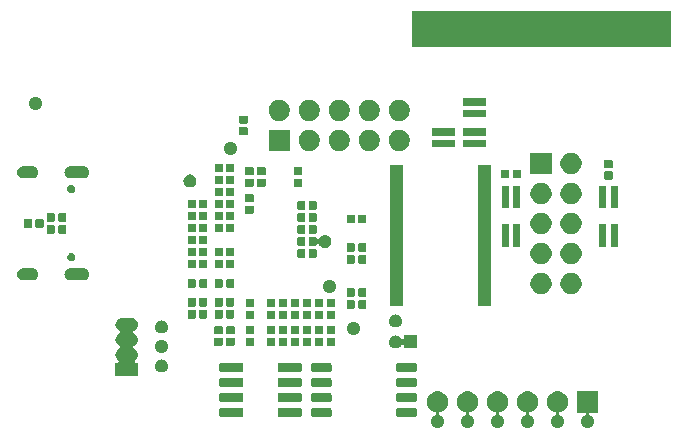
<source format=gbr>
G04 #@! TF.GenerationSoftware,KiCad,Pcbnew,(5.1.5)-3*
G04 #@! TF.CreationDate,2020-04-08T14:33:05+08:00*
G04 #@! TF.ProjectId,vllink_highspeed.r0,766c6c69-6e6b-45f6-9869-676873706565,rev?*
G04 #@! TF.SameCoordinates,Original*
G04 #@! TF.FileFunction,Soldermask,Bot*
G04 #@! TF.FilePolarity,Negative*
%FSLAX46Y46*%
G04 Gerber Fmt 4.6, Leading zero omitted, Abs format (unit mm)*
G04 Created by KiCad (PCBNEW (5.1.5)-3) date 2020-04-08 14:33:05*
%MOMM*%
%LPD*%
G04 APERTURE LIST*
%ADD10C,0.100000*%
%ADD11C,0.101600*%
G04 APERTURE END LIST*
D10*
G36*
X155968700Y-102997000D02*
G01*
X134124700Y-102997000D01*
X134124700Y-100076000D01*
X155968700Y-100076000D01*
X155968700Y-102997000D01*
G37*
X155968700Y-102997000D02*
X134124700Y-102997000D01*
X134124700Y-100076000D01*
X155968700Y-100076000D01*
X155968700Y-102997000D01*
D11*
G36*
X144055512Y-132250927D02*
G01*
X144204812Y-132280624D01*
X144368784Y-132348544D01*
X144516354Y-132447147D01*
X144641853Y-132572646D01*
X144740456Y-132720216D01*
X144808376Y-132884188D01*
X144843000Y-133058259D01*
X144843000Y-133235741D01*
X144808376Y-133409812D01*
X144740456Y-133573784D01*
X144641853Y-133721354D01*
X144516354Y-133846853D01*
X144368784Y-133945456D01*
X144204812Y-134013376D01*
X144124410Y-134029369D01*
X144100967Y-134036480D01*
X144079356Y-134048031D01*
X144060414Y-134063577D01*
X144044869Y-134082519D01*
X144033318Y-134104129D01*
X144026205Y-134127578D01*
X144023803Y-134151964D01*
X144026205Y-134176351D01*
X144033318Y-134199799D01*
X144044869Y-134221410D01*
X144060415Y-134240352D01*
X144079357Y-134255897D01*
X144100967Y-134267448D01*
X144202995Y-134309709D01*
X144202996Y-134309710D01*
X144293242Y-134370010D01*
X144369990Y-134446758D01*
X144369991Y-134446760D01*
X144430291Y-134537005D01*
X144471826Y-134637279D01*
X144493000Y-134743730D01*
X144493000Y-134852270D01*
X144471826Y-134958721D01*
X144430291Y-135058995D01*
X144430290Y-135058996D01*
X144369990Y-135149242D01*
X144293242Y-135225990D01*
X144247812Y-135256345D01*
X144202995Y-135286291D01*
X144102721Y-135327826D01*
X143996270Y-135349000D01*
X143887730Y-135349000D01*
X143781279Y-135327826D01*
X143681005Y-135286291D01*
X143636188Y-135256345D01*
X143590758Y-135225990D01*
X143514010Y-135149242D01*
X143453710Y-135058996D01*
X143453709Y-135058995D01*
X143412174Y-134958721D01*
X143391000Y-134852270D01*
X143391000Y-134743730D01*
X143412174Y-134637279D01*
X143453709Y-134537005D01*
X143514009Y-134446760D01*
X143514010Y-134446758D01*
X143590758Y-134370010D01*
X143681004Y-134309710D01*
X143681005Y-134309709D01*
X143783033Y-134267448D01*
X143804643Y-134255897D01*
X143823585Y-134240352D01*
X143839131Y-134221410D01*
X143850682Y-134199799D01*
X143857795Y-134176351D01*
X143860197Y-134151964D01*
X143857795Y-134127578D01*
X143850682Y-134104129D01*
X143839131Y-134082519D01*
X143823586Y-134063577D01*
X143804644Y-134048031D01*
X143783033Y-134036480D01*
X143759590Y-134029369D01*
X143679188Y-134013376D01*
X143515216Y-133945456D01*
X143367646Y-133846853D01*
X143242147Y-133721354D01*
X143143544Y-133573784D01*
X143075624Y-133409812D01*
X143041000Y-133235741D01*
X143041000Y-133058259D01*
X143075624Y-132884188D01*
X143143544Y-132720216D01*
X143242147Y-132572646D01*
X143367646Y-132447147D01*
X143515216Y-132348544D01*
X143679188Y-132280624D01*
X143828488Y-132250927D01*
X143853258Y-132246000D01*
X144030742Y-132246000D01*
X144055512Y-132250927D01*
G37*
G36*
X146595512Y-132250927D02*
G01*
X146744812Y-132280624D01*
X146908784Y-132348544D01*
X147056354Y-132447147D01*
X147181853Y-132572646D01*
X147280456Y-132720216D01*
X147348376Y-132884188D01*
X147383000Y-133058259D01*
X147383000Y-133235741D01*
X147348376Y-133409812D01*
X147280456Y-133573784D01*
X147181853Y-133721354D01*
X147056354Y-133846853D01*
X146908784Y-133945456D01*
X146744812Y-134013376D01*
X146664410Y-134029369D01*
X146640967Y-134036480D01*
X146619356Y-134048031D01*
X146600414Y-134063577D01*
X146584869Y-134082519D01*
X146573318Y-134104129D01*
X146566205Y-134127578D01*
X146563803Y-134151964D01*
X146566205Y-134176351D01*
X146573318Y-134199799D01*
X146584869Y-134221410D01*
X146600415Y-134240352D01*
X146619357Y-134255897D01*
X146640967Y-134267448D01*
X146742995Y-134309709D01*
X146742996Y-134309710D01*
X146833242Y-134370010D01*
X146909990Y-134446758D01*
X146909991Y-134446760D01*
X146970291Y-134537005D01*
X147011826Y-134637279D01*
X147033000Y-134743730D01*
X147033000Y-134852270D01*
X147011826Y-134958721D01*
X146970291Y-135058995D01*
X146970290Y-135058996D01*
X146909990Y-135149242D01*
X146833242Y-135225990D01*
X146787812Y-135256345D01*
X146742995Y-135286291D01*
X146642721Y-135327826D01*
X146536270Y-135349000D01*
X146427730Y-135349000D01*
X146321279Y-135327826D01*
X146221005Y-135286291D01*
X146176188Y-135256345D01*
X146130758Y-135225990D01*
X146054010Y-135149242D01*
X145993710Y-135058996D01*
X145993709Y-135058995D01*
X145952174Y-134958721D01*
X145931000Y-134852270D01*
X145931000Y-134743730D01*
X145952174Y-134637279D01*
X145993709Y-134537005D01*
X146054009Y-134446760D01*
X146054010Y-134446758D01*
X146130758Y-134370010D01*
X146221004Y-134309710D01*
X146221005Y-134309709D01*
X146323033Y-134267448D01*
X146344643Y-134255897D01*
X146363585Y-134240352D01*
X146379131Y-134221410D01*
X146390682Y-134199799D01*
X146397795Y-134176351D01*
X146400197Y-134151964D01*
X146397795Y-134127578D01*
X146390682Y-134104129D01*
X146379131Y-134082519D01*
X146363586Y-134063577D01*
X146344644Y-134048031D01*
X146323033Y-134036480D01*
X146299590Y-134029369D01*
X146219188Y-134013376D01*
X146055216Y-133945456D01*
X145907646Y-133846853D01*
X145782147Y-133721354D01*
X145683544Y-133573784D01*
X145615624Y-133409812D01*
X145581000Y-133235741D01*
X145581000Y-133058259D01*
X145615624Y-132884188D01*
X145683544Y-132720216D01*
X145782147Y-132572646D01*
X145907646Y-132447147D01*
X146055216Y-132348544D01*
X146219188Y-132280624D01*
X146368488Y-132250927D01*
X146393258Y-132246000D01*
X146570742Y-132246000D01*
X146595512Y-132250927D01*
G37*
G36*
X149923000Y-134048000D02*
G01*
X149279586Y-134048000D01*
X149255200Y-134050402D01*
X149231751Y-134057515D01*
X149210140Y-134069066D01*
X149191198Y-134084611D01*
X149175653Y-134103553D01*
X149164102Y-134125164D01*
X149156989Y-134148613D01*
X149154587Y-134172999D01*
X149156989Y-134197385D01*
X149164102Y-134220834D01*
X149175653Y-134242445D01*
X149191198Y-134261387D01*
X149210140Y-134276932D01*
X149231751Y-134288483D01*
X149282995Y-134309709D01*
X149282996Y-134309710D01*
X149373242Y-134370010D01*
X149449990Y-134446758D01*
X149449991Y-134446760D01*
X149510291Y-134537005D01*
X149551826Y-134637279D01*
X149573000Y-134743730D01*
X149573000Y-134852270D01*
X149551826Y-134958721D01*
X149510291Y-135058995D01*
X149510290Y-135058996D01*
X149449990Y-135149242D01*
X149373242Y-135225990D01*
X149327812Y-135256345D01*
X149282995Y-135286291D01*
X149182721Y-135327826D01*
X149076270Y-135349000D01*
X148967730Y-135349000D01*
X148861279Y-135327826D01*
X148761005Y-135286291D01*
X148716188Y-135256345D01*
X148670758Y-135225990D01*
X148594010Y-135149242D01*
X148533710Y-135058996D01*
X148533709Y-135058995D01*
X148492174Y-134958721D01*
X148471000Y-134852270D01*
X148471000Y-134743730D01*
X148492174Y-134637279D01*
X148533709Y-134537005D01*
X148594009Y-134446760D01*
X148594010Y-134446758D01*
X148670758Y-134370010D01*
X148761004Y-134309710D01*
X148761005Y-134309709D01*
X148812249Y-134288483D01*
X148833860Y-134276932D01*
X148852802Y-134261387D01*
X148868347Y-134242445D01*
X148879898Y-134220834D01*
X148887011Y-134197385D01*
X148889413Y-134172999D01*
X148887011Y-134148613D01*
X148879898Y-134125164D01*
X148868347Y-134103553D01*
X148852802Y-134084611D01*
X148833860Y-134069066D01*
X148812249Y-134057515D01*
X148788800Y-134050402D01*
X148764414Y-134048000D01*
X148121000Y-134048000D01*
X148121000Y-132246000D01*
X149923000Y-132246000D01*
X149923000Y-134048000D01*
G37*
G36*
X136435512Y-132250927D02*
G01*
X136584812Y-132280624D01*
X136748784Y-132348544D01*
X136896354Y-132447147D01*
X137021853Y-132572646D01*
X137120456Y-132720216D01*
X137188376Y-132884188D01*
X137223000Y-133058259D01*
X137223000Y-133235741D01*
X137188376Y-133409812D01*
X137120456Y-133573784D01*
X137021853Y-133721354D01*
X136896354Y-133846853D01*
X136748784Y-133945456D01*
X136584812Y-134013376D01*
X136504410Y-134029369D01*
X136480967Y-134036480D01*
X136459356Y-134048031D01*
X136440414Y-134063577D01*
X136424869Y-134082519D01*
X136413318Y-134104129D01*
X136406205Y-134127578D01*
X136403803Y-134151964D01*
X136406205Y-134176351D01*
X136413318Y-134199799D01*
X136424869Y-134221410D01*
X136440415Y-134240352D01*
X136459357Y-134255897D01*
X136480967Y-134267448D01*
X136582995Y-134309709D01*
X136582996Y-134309710D01*
X136673242Y-134370010D01*
X136749990Y-134446758D01*
X136749991Y-134446760D01*
X136810291Y-134537005D01*
X136851826Y-134637279D01*
X136873000Y-134743730D01*
X136873000Y-134852270D01*
X136851826Y-134958721D01*
X136810291Y-135058995D01*
X136810290Y-135058996D01*
X136749990Y-135149242D01*
X136673242Y-135225990D01*
X136627812Y-135256345D01*
X136582995Y-135286291D01*
X136482721Y-135327826D01*
X136376270Y-135349000D01*
X136267730Y-135349000D01*
X136161279Y-135327826D01*
X136061005Y-135286291D01*
X136016188Y-135256345D01*
X135970758Y-135225990D01*
X135894010Y-135149242D01*
X135833710Y-135058996D01*
X135833709Y-135058995D01*
X135792174Y-134958721D01*
X135771000Y-134852270D01*
X135771000Y-134743730D01*
X135792174Y-134637279D01*
X135833709Y-134537005D01*
X135894009Y-134446760D01*
X135894010Y-134446758D01*
X135970758Y-134370010D01*
X136061004Y-134309710D01*
X136061005Y-134309709D01*
X136163033Y-134267448D01*
X136184643Y-134255897D01*
X136203585Y-134240352D01*
X136219131Y-134221410D01*
X136230682Y-134199799D01*
X136237795Y-134176351D01*
X136240197Y-134151964D01*
X136237795Y-134127578D01*
X136230682Y-134104129D01*
X136219131Y-134082519D01*
X136203586Y-134063577D01*
X136184644Y-134048031D01*
X136163033Y-134036480D01*
X136139590Y-134029369D01*
X136059188Y-134013376D01*
X135895216Y-133945456D01*
X135747646Y-133846853D01*
X135622147Y-133721354D01*
X135523544Y-133573784D01*
X135455624Y-133409812D01*
X135421000Y-133235741D01*
X135421000Y-133058259D01*
X135455624Y-132884188D01*
X135523544Y-132720216D01*
X135622147Y-132572646D01*
X135747646Y-132447147D01*
X135895216Y-132348544D01*
X136059188Y-132280624D01*
X136208488Y-132250927D01*
X136233258Y-132246000D01*
X136410742Y-132246000D01*
X136435512Y-132250927D01*
G37*
G36*
X141515512Y-132250927D02*
G01*
X141664812Y-132280624D01*
X141828784Y-132348544D01*
X141976354Y-132447147D01*
X142101853Y-132572646D01*
X142200456Y-132720216D01*
X142268376Y-132884188D01*
X142303000Y-133058259D01*
X142303000Y-133235741D01*
X142268376Y-133409812D01*
X142200456Y-133573784D01*
X142101853Y-133721354D01*
X141976354Y-133846853D01*
X141828784Y-133945456D01*
X141664812Y-134013376D01*
X141584410Y-134029369D01*
X141560967Y-134036480D01*
X141539356Y-134048031D01*
X141520414Y-134063577D01*
X141504869Y-134082519D01*
X141493318Y-134104129D01*
X141486205Y-134127578D01*
X141483803Y-134151964D01*
X141486205Y-134176351D01*
X141493318Y-134199799D01*
X141504869Y-134221410D01*
X141520415Y-134240352D01*
X141539357Y-134255897D01*
X141560967Y-134267448D01*
X141662995Y-134309709D01*
X141662996Y-134309710D01*
X141753242Y-134370010D01*
X141829990Y-134446758D01*
X141829991Y-134446760D01*
X141890291Y-134537005D01*
X141931826Y-134637279D01*
X141953000Y-134743730D01*
X141953000Y-134852270D01*
X141931826Y-134958721D01*
X141890291Y-135058995D01*
X141890290Y-135058996D01*
X141829990Y-135149242D01*
X141753242Y-135225990D01*
X141707812Y-135256345D01*
X141662995Y-135286291D01*
X141562721Y-135327826D01*
X141456270Y-135349000D01*
X141347730Y-135349000D01*
X141241279Y-135327826D01*
X141141005Y-135286291D01*
X141096188Y-135256345D01*
X141050758Y-135225990D01*
X140974010Y-135149242D01*
X140913710Y-135058996D01*
X140913709Y-135058995D01*
X140872174Y-134958721D01*
X140851000Y-134852270D01*
X140851000Y-134743730D01*
X140872174Y-134637279D01*
X140913709Y-134537005D01*
X140974009Y-134446760D01*
X140974010Y-134446758D01*
X141050758Y-134370010D01*
X141141004Y-134309710D01*
X141141005Y-134309709D01*
X141243033Y-134267448D01*
X141264643Y-134255897D01*
X141283585Y-134240352D01*
X141299131Y-134221410D01*
X141310682Y-134199799D01*
X141317795Y-134176351D01*
X141320197Y-134151964D01*
X141317795Y-134127578D01*
X141310682Y-134104129D01*
X141299131Y-134082519D01*
X141283586Y-134063577D01*
X141264644Y-134048031D01*
X141243033Y-134036480D01*
X141219590Y-134029369D01*
X141139188Y-134013376D01*
X140975216Y-133945456D01*
X140827646Y-133846853D01*
X140702147Y-133721354D01*
X140603544Y-133573784D01*
X140535624Y-133409812D01*
X140501000Y-133235741D01*
X140501000Y-133058259D01*
X140535624Y-132884188D01*
X140603544Y-132720216D01*
X140702147Y-132572646D01*
X140827646Y-132447147D01*
X140975216Y-132348544D01*
X141139188Y-132280624D01*
X141288488Y-132250927D01*
X141313258Y-132246000D01*
X141490742Y-132246000D01*
X141515512Y-132250927D01*
G37*
G36*
X138975512Y-132250927D02*
G01*
X139124812Y-132280624D01*
X139288784Y-132348544D01*
X139436354Y-132447147D01*
X139561853Y-132572646D01*
X139660456Y-132720216D01*
X139728376Y-132884188D01*
X139763000Y-133058259D01*
X139763000Y-133235741D01*
X139728376Y-133409812D01*
X139660456Y-133573784D01*
X139561853Y-133721354D01*
X139436354Y-133846853D01*
X139288784Y-133945456D01*
X139124812Y-134013376D01*
X139044410Y-134029369D01*
X139020967Y-134036480D01*
X138999356Y-134048031D01*
X138980414Y-134063577D01*
X138964869Y-134082519D01*
X138953318Y-134104129D01*
X138946205Y-134127578D01*
X138943803Y-134151964D01*
X138946205Y-134176351D01*
X138953318Y-134199799D01*
X138964869Y-134221410D01*
X138980415Y-134240352D01*
X138999357Y-134255897D01*
X139020967Y-134267448D01*
X139122995Y-134309709D01*
X139122996Y-134309710D01*
X139213242Y-134370010D01*
X139289990Y-134446758D01*
X139289991Y-134446760D01*
X139350291Y-134537005D01*
X139391826Y-134637279D01*
X139413000Y-134743730D01*
X139413000Y-134852270D01*
X139391826Y-134958721D01*
X139350291Y-135058995D01*
X139350290Y-135058996D01*
X139289990Y-135149242D01*
X139213242Y-135225990D01*
X139167812Y-135256345D01*
X139122995Y-135286291D01*
X139022721Y-135327826D01*
X138916270Y-135349000D01*
X138807730Y-135349000D01*
X138701279Y-135327826D01*
X138601005Y-135286291D01*
X138556188Y-135256345D01*
X138510758Y-135225990D01*
X138434010Y-135149242D01*
X138373710Y-135058996D01*
X138373709Y-135058995D01*
X138332174Y-134958721D01*
X138311000Y-134852270D01*
X138311000Y-134743730D01*
X138332174Y-134637279D01*
X138373709Y-134537005D01*
X138434009Y-134446760D01*
X138434010Y-134446758D01*
X138510758Y-134370010D01*
X138601004Y-134309710D01*
X138601005Y-134309709D01*
X138703033Y-134267448D01*
X138724643Y-134255897D01*
X138743585Y-134240352D01*
X138759131Y-134221410D01*
X138770682Y-134199799D01*
X138777795Y-134176351D01*
X138780197Y-134151964D01*
X138777795Y-134127578D01*
X138770682Y-134104129D01*
X138759131Y-134082519D01*
X138743586Y-134063577D01*
X138724644Y-134048031D01*
X138703033Y-134036480D01*
X138679590Y-134029369D01*
X138599188Y-134013376D01*
X138435216Y-133945456D01*
X138287646Y-133846853D01*
X138162147Y-133721354D01*
X138063544Y-133573784D01*
X137995624Y-133409812D01*
X137961000Y-133235741D01*
X137961000Y-133058259D01*
X137995624Y-132884188D01*
X138063544Y-132720216D01*
X138162147Y-132572646D01*
X138287646Y-132447147D01*
X138435216Y-132348544D01*
X138599188Y-132280624D01*
X138748488Y-132250927D01*
X138773258Y-132246000D01*
X138950742Y-132246000D01*
X138975512Y-132250927D01*
G37*
G36*
X134458928Y-133687764D02*
G01*
X134480009Y-133694160D01*
X134499445Y-133704548D01*
X134516476Y-133718524D01*
X134530452Y-133735555D01*
X134540840Y-133754991D01*
X134547236Y-133776072D01*
X134550000Y-133804140D01*
X134550000Y-134267860D01*
X134547236Y-134295928D01*
X134540840Y-134317009D01*
X134530452Y-134336445D01*
X134516476Y-134353476D01*
X134499445Y-134367452D01*
X134480009Y-134377840D01*
X134458928Y-134384236D01*
X134430860Y-134387000D01*
X132967140Y-134387000D01*
X132939072Y-134384236D01*
X132917991Y-134377840D01*
X132898555Y-134367452D01*
X132881524Y-134353476D01*
X132867548Y-134336445D01*
X132857160Y-134317009D01*
X132850764Y-134295928D01*
X132848000Y-134267860D01*
X132848000Y-133804140D01*
X132850764Y-133776072D01*
X132857160Y-133754991D01*
X132867548Y-133735555D01*
X132881524Y-133718524D01*
X132898555Y-133704548D01*
X132917991Y-133694160D01*
X132939072Y-133687764D01*
X132967140Y-133685000D01*
X134430860Y-133685000D01*
X134458928Y-133687764D01*
G37*
G36*
X124745928Y-133687764D02*
G01*
X124767009Y-133694160D01*
X124786445Y-133704548D01*
X124803476Y-133718524D01*
X124817452Y-133735555D01*
X124827840Y-133754991D01*
X124834236Y-133776072D01*
X124837000Y-133804140D01*
X124837000Y-134267860D01*
X124834236Y-134295928D01*
X124827840Y-134317009D01*
X124817452Y-134336445D01*
X124803476Y-134353476D01*
X124786445Y-134367452D01*
X124767009Y-134377840D01*
X124745928Y-134384236D01*
X124717860Y-134387000D01*
X122904140Y-134387000D01*
X122876072Y-134384236D01*
X122854991Y-134377840D01*
X122835555Y-134367452D01*
X122818524Y-134353476D01*
X122804548Y-134336445D01*
X122794160Y-134317009D01*
X122787764Y-134295928D01*
X122785000Y-134267860D01*
X122785000Y-133804140D01*
X122787764Y-133776072D01*
X122794160Y-133754991D01*
X122804548Y-133735555D01*
X122818524Y-133718524D01*
X122835555Y-133704548D01*
X122854991Y-133694160D01*
X122876072Y-133687764D01*
X122904140Y-133685000D01*
X124717860Y-133685000D01*
X124745928Y-133687764D01*
G37*
G36*
X119795928Y-133687764D02*
G01*
X119817009Y-133694160D01*
X119836445Y-133704548D01*
X119853476Y-133718524D01*
X119867452Y-133735555D01*
X119877840Y-133754991D01*
X119884236Y-133776072D01*
X119887000Y-133804140D01*
X119887000Y-134267860D01*
X119884236Y-134295928D01*
X119877840Y-134317009D01*
X119867452Y-134336445D01*
X119853476Y-134353476D01*
X119836445Y-134367452D01*
X119817009Y-134377840D01*
X119795928Y-134384236D01*
X119767860Y-134387000D01*
X117954140Y-134387000D01*
X117926072Y-134384236D01*
X117904991Y-134377840D01*
X117885555Y-134367452D01*
X117868524Y-134353476D01*
X117854548Y-134336445D01*
X117844160Y-134317009D01*
X117837764Y-134295928D01*
X117835000Y-134267860D01*
X117835000Y-133804140D01*
X117837764Y-133776072D01*
X117844160Y-133754991D01*
X117854548Y-133735555D01*
X117868524Y-133718524D01*
X117885555Y-133704548D01*
X117904991Y-133694160D01*
X117926072Y-133687764D01*
X117954140Y-133685000D01*
X119767860Y-133685000D01*
X119795928Y-133687764D01*
G37*
G36*
X127258928Y-133687764D02*
G01*
X127280009Y-133694160D01*
X127299445Y-133704548D01*
X127316476Y-133718524D01*
X127330452Y-133735555D01*
X127340840Y-133754991D01*
X127347236Y-133776072D01*
X127350000Y-133804140D01*
X127350000Y-134267860D01*
X127347236Y-134295928D01*
X127340840Y-134317009D01*
X127330452Y-134336445D01*
X127316476Y-134353476D01*
X127299445Y-134367452D01*
X127280009Y-134377840D01*
X127258928Y-134384236D01*
X127230860Y-134387000D01*
X125767140Y-134387000D01*
X125739072Y-134384236D01*
X125717991Y-134377840D01*
X125698555Y-134367452D01*
X125681524Y-134353476D01*
X125667548Y-134336445D01*
X125657160Y-134317009D01*
X125650764Y-134295928D01*
X125648000Y-134267860D01*
X125648000Y-133804140D01*
X125650764Y-133776072D01*
X125657160Y-133754991D01*
X125667548Y-133735555D01*
X125681524Y-133718524D01*
X125698555Y-133704548D01*
X125717991Y-133694160D01*
X125739072Y-133687764D01*
X125767140Y-133685000D01*
X127230860Y-133685000D01*
X127258928Y-133687764D01*
G37*
G36*
X127258928Y-132417764D02*
G01*
X127280009Y-132424160D01*
X127299445Y-132434548D01*
X127316476Y-132448524D01*
X127330452Y-132465555D01*
X127340840Y-132484991D01*
X127347236Y-132506072D01*
X127350000Y-132534140D01*
X127350000Y-132997860D01*
X127347236Y-133025928D01*
X127340840Y-133047009D01*
X127330452Y-133066445D01*
X127316476Y-133083476D01*
X127299445Y-133097452D01*
X127280009Y-133107840D01*
X127258928Y-133114236D01*
X127230860Y-133117000D01*
X125767140Y-133117000D01*
X125739072Y-133114236D01*
X125717991Y-133107840D01*
X125698555Y-133097452D01*
X125681524Y-133083476D01*
X125667548Y-133066445D01*
X125657160Y-133047009D01*
X125650764Y-133025928D01*
X125648000Y-132997860D01*
X125648000Y-132534140D01*
X125650764Y-132506072D01*
X125657160Y-132484991D01*
X125667548Y-132465555D01*
X125681524Y-132448524D01*
X125698555Y-132434548D01*
X125717991Y-132424160D01*
X125739072Y-132417764D01*
X125767140Y-132415000D01*
X127230860Y-132415000D01*
X127258928Y-132417764D01*
G37*
G36*
X134458928Y-132417764D02*
G01*
X134480009Y-132424160D01*
X134499445Y-132434548D01*
X134516476Y-132448524D01*
X134530452Y-132465555D01*
X134540840Y-132484991D01*
X134547236Y-132506072D01*
X134550000Y-132534140D01*
X134550000Y-132997860D01*
X134547236Y-133025928D01*
X134540840Y-133047009D01*
X134530452Y-133066445D01*
X134516476Y-133083476D01*
X134499445Y-133097452D01*
X134480009Y-133107840D01*
X134458928Y-133114236D01*
X134430860Y-133117000D01*
X132967140Y-133117000D01*
X132939072Y-133114236D01*
X132917991Y-133107840D01*
X132898555Y-133097452D01*
X132881524Y-133083476D01*
X132867548Y-133066445D01*
X132857160Y-133047009D01*
X132850764Y-133025928D01*
X132848000Y-132997860D01*
X132848000Y-132534140D01*
X132850764Y-132506072D01*
X132857160Y-132484991D01*
X132867548Y-132465555D01*
X132881524Y-132448524D01*
X132898555Y-132434548D01*
X132917991Y-132424160D01*
X132939072Y-132417764D01*
X132967140Y-132415000D01*
X134430860Y-132415000D01*
X134458928Y-132417764D01*
G37*
G36*
X119795928Y-132417764D02*
G01*
X119817009Y-132424160D01*
X119836445Y-132434548D01*
X119853476Y-132448524D01*
X119867452Y-132465555D01*
X119877840Y-132484991D01*
X119884236Y-132506072D01*
X119887000Y-132534140D01*
X119887000Y-132997860D01*
X119884236Y-133025928D01*
X119877840Y-133047009D01*
X119867452Y-133066445D01*
X119853476Y-133083476D01*
X119836445Y-133097452D01*
X119817009Y-133107840D01*
X119795928Y-133114236D01*
X119767860Y-133117000D01*
X117954140Y-133117000D01*
X117926072Y-133114236D01*
X117904991Y-133107840D01*
X117885555Y-133097452D01*
X117868524Y-133083476D01*
X117854548Y-133066445D01*
X117844160Y-133047009D01*
X117837764Y-133025928D01*
X117835000Y-132997860D01*
X117835000Y-132534140D01*
X117837764Y-132506072D01*
X117844160Y-132484991D01*
X117854548Y-132465555D01*
X117868524Y-132448524D01*
X117885555Y-132434548D01*
X117904991Y-132424160D01*
X117926072Y-132417764D01*
X117954140Y-132415000D01*
X119767860Y-132415000D01*
X119795928Y-132417764D01*
G37*
G36*
X124745928Y-132417764D02*
G01*
X124767009Y-132424160D01*
X124786445Y-132434548D01*
X124803476Y-132448524D01*
X124817452Y-132465555D01*
X124827840Y-132484991D01*
X124834236Y-132506072D01*
X124837000Y-132534140D01*
X124837000Y-132997860D01*
X124834236Y-133025928D01*
X124827840Y-133047009D01*
X124817452Y-133066445D01*
X124803476Y-133083476D01*
X124786445Y-133097452D01*
X124767009Y-133107840D01*
X124745928Y-133114236D01*
X124717860Y-133117000D01*
X122904140Y-133117000D01*
X122876072Y-133114236D01*
X122854991Y-133107840D01*
X122835555Y-133097452D01*
X122818524Y-133083476D01*
X122804548Y-133066445D01*
X122794160Y-133047009D01*
X122787764Y-133025928D01*
X122785000Y-132997860D01*
X122785000Y-132534140D01*
X122787764Y-132506072D01*
X122794160Y-132484991D01*
X122804548Y-132465555D01*
X122818524Y-132448524D01*
X122835555Y-132434548D01*
X122854991Y-132424160D01*
X122876072Y-132417764D01*
X122904140Y-132415000D01*
X124717860Y-132415000D01*
X124745928Y-132417764D01*
G37*
G36*
X134458928Y-131147764D02*
G01*
X134480009Y-131154160D01*
X134499445Y-131164548D01*
X134516476Y-131178524D01*
X134530452Y-131195555D01*
X134540840Y-131214991D01*
X134547236Y-131236072D01*
X134550000Y-131264140D01*
X134550000Y-131727860D01*
X134547236Y-131755928D01*
X134540840Y-131777009D01*
X134530452Y-131796445D01*
X134516476Y-131813476D01*
X134499445Y-131827452D01*
X134480009Y-131837840D01*
X134458928Y-131844236D01*
X134430860Y-131847000D01*
X132967140Y-131847000D01*
X132939072Y-131844236D01*
X132917991Y-131837840D01*
X132898555Y-131827452D01*
X132881524Y-131813476D01*
X132867548Y-131796445D01*
X132857160Y-131777009D01*
X132850764Y-131755928D01*
X132848000Y-131727860D01*
X132848000Y-131264140D01*
X132850764Y-131236072D01*
X132857160Y-131214991D01*
X132867548Y-131195555D01*
X132881524Y-131178524D01*
X132898555Y-131164548D01*
X132917991Y-131154160D01*
X132939072Y-131147764D01*
X132967140Y-131145000D01*
X134430860Y-131145000D01*
X134458928Y-131147764D01*
G37*
G36*
X119795928Y-131147764D02*
G01*
X119817009Y-131154160D01*
X119836445Y-131164548D01*
X119853476Y-131178524D01*
X119867452Y-131195555D01*
X119877840Y-131214991D01*
X119884236Y-131236072D01*
X119887000Y-131264140D01*
X119887000Y-131727860D01*
X119884236Y-131755928D01*
X119877840Y-131777009D01*
X119867452Y-131796445D01*
X119853476Y-131813476D01*
X119836445Y-131827452D01*
X119817009Y-131837840D01*
X119795928Y-131844236D01*
X119767860Y-131847000D01*
X117954140Y-131847000D01*
X117926072Y-131844236D01*
X117904991Y-131837840D01*
X117885555Y-131827452D01*
X117868524Y-131813476D01*
X117854548Y-131796445D01*
X117844160Y-131777009D01*
X117837764Y-131755928D01*
X117835000Y-131727860D01*
X117835000Y-131264140D01*
X117837764Y-131236072D01*
X117844160Y-131214991D01*
X117854548Y-131195555D01*
X117868524Y-131178524D01*
X117885555Y-131164548D01*
X117904991Y-131154160D01*
X117926072Y-131147764D01*
X117954140Y-131145000D01*
X119767860Y-131145000D01*
X119795928Y-131147764D01*
G37*
G36*
X124745928Y-131147764D02*
G01*
X124767009Y-131154160D01*
X124786445Y-131164548D01*
X124803476Y-131178524D01*
X124817452Y-131195555D01*
X124827840Y-131214991D01*
X124834236Y-131236072D01*
X124837000Y-131264140D01*
X124837000Y-131727860D01*
X124834236Y-131755928D01*
X124827840Y-131777009D01*
X124817452Y-131796445D01*
X124803476Y-131813476D01*
X124786445Y-131827452D01*
X124767009Y-131837840D01*
X124745928Y-131844236D01*
X124717860Y-131847000D01*
X122904140Y-131847000D01*
X122876072Y-131844236D01*
X122854991Y-131837840D01*
X122835555Y-131827452D01*
X122818524Y-131813476D01*
X122804548Y-131796445D01*
X122794160Y-131777009D01*
X122787764Y-131755928D01*
X122785000Y-131727860D01*
X122785000Y-131264140D01*
X122787764Y-131236072D01*
X122794160Y-131214991D01*
X122804548Y-131195555D01*
X122818524Y-131178524D01*
X122835555Y-131164548D01*
X122854991Y-131154160D01*
X122876072Y-131147764D01*
X122904140Y-131145000D01*
X124717860Y-131145000D01*
X124745928Y-131147764D01*
G37*
G36*
X127258928Y-131147764D02*
G01*
X127280009Y-131154160D01*
X127299445Y-131164548D01*
X127316476Y-131178524D01*
X127330452Y-131195555D01*
X127340840Y-131214991D01*
X127347236Y-131236072D01*
X127350000Y-131264140D01*
X127350000Y-131727860D01*
X127347236Y-131755928D01*
X127340840Y-131777009D01*
X127330452Y-131796445D01*
X127316476Y-131813476D01*
X127299445Y-131827452D01*
X127280009Y-131837840D01*
X127258928Y-131844236D01*
X127230860Y-131847000D01*
X125767140Y-131847000D01*
X125739072Y-131844236D01*
X125717991Y-131837840D01*
X125698555Y-131827452D01*
X125681524Y-131813476D01*
X125667548Y-131796445D01*
X125657160Y-131777009D01*
X125650764Y-131755928D01*
X125648000Y-131727860D01*
X125648000Y-131264140D01*
X125650764Y-131236072D01*
X125657160Y-131214991D01*
X125667548Y-131195555D01*
X125681524Y-131178524D01*
X125698555Y-131164548D01*
X125717991Y-131154160D01*
X125739072Y-131147764D01*
X125767140Y-131145000D01*
X127230860Y-131145000D01*
X127258928Y-131147764D01*
G37*
G36*
X110430082Y-126010626D02*
G01*
X110487476Y-126016279D01*
X110551027Y-126035557D01*
X110597938Y-126049787D01*
X110699740Y-126104202D01*
X110788970Y-126177430D01*
X110862198Y-126266660D01*
X110916613Y-126368462D01*
X110924412Y-126394174D01*
X110950121Y-126478924D01*
X110961435Y-126593800D01*
X110950121Y-126708676D01*
X110928888Y-126778671D01*
X110916613Y-126819138D01*
X110862198Y-126920940D01*
X110788970Y-127010170D01*
X110699740Y-127083398D01*
X110633955Y-127118561D01*
X110613581Y-127132175D01*
X110596254Y-127149502D01*
X110582640Y-127169876D01*
X110573263Y-127192515D01*
X110568483Y-127216549D01*
X110568483Y-127241053D01*
X110573264Y-127265086D01*
X110582641Y-127287725D01*
X110596255Y-127308099D01*
X110613582Y-127325426D01*
X110633955Y-127339039D01*
X110699740Y-127374202D01*
X110788970Y-127447430D01*
X110862198Y-127536660D01*
X110916613Y-127638462D01*
X110916613Y-127638463D01*
X110950121Y-127748924D01*
X110961435Y-127863800D01*
X110950121Y-127978676D01*
X110937582Y-128020010D01*
X110916613Y-128089138D01*
X110862198Y-128190940D01*
X110788970Y-128280170D01*
X110699740Y-128353398D01*
X110633955Y-128388561D01*
X110613581Y-128402175D01*
X110596254Y-128419502D01*
X110582640Y-128439876D01*
X110573263Y-128462515D01*
X110568483Y-128486549D01*
X110568483Y-128511053D01*
X110573264Y-128535086D01*
X110582641Y-128557725D01*
X110596255Y-128578099D01*
X110613582Y-128595426D01*
X110633955Y-128609039D01*
X110699740Y-128644202D01*
X110788970Y-128717430D01*
X110862198Y-128806660D01*
X110916613Y-128908462D01*
X110916613Y-128908463D01*
X110950121Y-129018924D01*
X110961435Y-129133800D01*
X110950121Y-129248676D01*
X110927782Y-129322317D01*
X110916613Y-129359138D01*
X110862198Y-129460940D01*
X110788970Y-129550170D01*
X110732911Y-129596175D01*
X110715584Y-129613502D01*
X110701970Y-129633876D01*
X110692593Y-129656515D01*
X110687812Y-129680548D01*
X110687812Y-129705052D01*
X110692592Y-129729085D01*
X110701969Y-129751724D01*
X110715583Y-129772099D01*
X110732910Y-129789426D01*
X110753284Y-129803040D01*
X110775923Y-129812417D01*
X110799956Y-129817198D01*
X110812209Y-129817800D01*
X110958600Y-129817800D01*
X110958600Y-130989800D01*
X109056600Y-130989800D01*
X109056600Y-129817800D01*
X109202991Y-129817800D01*
X109227377Y-129815398D01*
X109250826Y-129808285D01*
X109272437Y-129796734D01*
X109291379Y-129781189D01*
X109306924Y-129762247D01*
X109318475Y-129740636D01*
X109325588Y-129717187D01*
X109327990Y-129692801D01*
X109325588Y-129668415D01*
X109318475Y-129644966D01*
X109306924Y-129623355D01*
X109291379Y-129604413D01*
X109282289Y-129596175D01*
X109226230Y-129550170D01*
X109153002Y-129460940D01*
X109098587Y-129359138D01*
X109087418Y-129322317D01*
X109065079Y-129248676D01*
X109053765Y-129133800D01*
X109065079Y-129018924D01*
X109098587Y-128908463D01*
X109098587Y-128908462D01*
X109153002Y-128806660D01*
X109226230Y-128717430D01*
X109315460Y-128644202D01*
X109381245Y-128609039D01*
X109401619Y-128595425D01*
X109418946Y-128578098D01*
X109432560Y-128557724D01*
X109441937Y-128535085D01*
X109446717Y-128511051D01*
X109446717Y-128486547D01*
X109441936Y-128462514D01*
X109432559Y-128439875D01*
X109418945Y-128419501D01*
X109401618Y-128402174D01*
X109381245Y-128388561D01*
X109315460Y-128353398D01*
X109226230Y-128280170D01*
X109153002Y-128190940D01*
X109098587Y-128089138D01*
X109077618Y-128020010D01*
X109065079Y-127978676D01*
X109053765Y-127863800D01*
X109065079Y-127748924D01*
X109098587Y-127638463D01*
X109098587Y-127638462D01*
X109153002Y-127536660D01*
X109226230Y-127447430D01*
X109315460Y-127374202D01*
X109381245Y-127339039D01*
X109401619Y-127325425D01*
X109418946Y-127308098D01*
X109432560Y-127287724D01*
X109441937Y-127265085D01*
X109446717Y-127241051D01*
X109446717Y-127216547D01*
X109441936Y-127192514D01*
X109432559Y-127169875D01*
X109418945Y-127149501D01*
X109401618Y-127132174D01*
X109381245Y-127118561D01*
X109315460Y-127083398D01*
X109226230Y-127010170D01*
X109153002Y-126920940D01*
X109098587Y-126819138D01*
X109086312Y-126778671D01*
X109065079Y-126708676D01*
X109053765Y-126593800D01*
X109065079Y-126478924D01*
X109090788Y-126394174D01*
X109098587Y-126368462D01*
X109153002Y-126266660D01*
X109226230Y-126177430D01*
X109315460Y-126104202D01*
X109417262Y-126049787D01*
X109464173Y-126035557D01*
X109527724Y-126016279D01*
X109585118Y-126010626D01*
X109613814Y-126007800D01*
X110401386Y-126007800D01*
X110430082Y-126010626D01*
G37*
G36*
X113114721Y-129569174D02*
G01*
X113214995Y-129610709D01*
X113214996Y-129610710D01*
X113305242Y-129671010D01*
X113381990Y-129747758D01*
X113381991Y-129747760D01*
X113442291Y-129838005D01*
X113483826Y-129938279D01*
X113505000Y-130044730D01*
X113505000Y-130153270D01*
X113483826Y-130259721D01*
X113442291Y-130359995D01*
X113442290Y-130359996D01*
X113381990Y-130450242D01*
X113305242Y-130526990D01*
X113259812Y-130557345D01*
X113214995Y-130587291D01*
X113114721Y-130628826D01*
X113008270Y-130650000D01*
X112899730Y-130650000D01*
X112793279Y-130628826D01*
X112693005Y-130587291D01*
X112648188Y-130557345D01*
X112602758Y-130526990D01*
X112526010Y-130450242D01*
X112465710Y-130359996D01*
X112465709Y-130359995D01*
X112424174Y-130259721D01*
X112403000Y-130153270D01*
X112403000Y-130044730D01*
X112424174Y-129938279D01*
X112465709Y-129838005D01*
X112526009Y-129747760D01*
X112526010Y-129747758D01*
X112602758Y-129671010D01*
X112693004Y-129610710D01*
X112693005Y-129610709D01*
X112793279Y-129569174D01*
X112899730Y-129548000D01*
X113008270Y-129548000D01*
X113114721Y-129569174D01*
G37*
G36*
X134458928Y-129877764D02*
G01*
X134480009Y-129884160D01*
X134499445Y-129894548D01*
X134516476Y-129908524D01*
X134530452Y-129925555D01*
X134540840Y-129944991D01*
X134547236Y-129966072D01*
X134550000Y-129994140D01*
X134550000Y-130457860D01*
X134547236Y-130485928D01*
X134540840Y-130507009D01*
X134530452Y-130526445D01*
X134516476Y-130543476D01*
X134499445Y-130557452D01*
X134480009Y-130567840D01*
X134458928Y-130574236D01*
X134430860Y-130577000D01*
X132967140Y-130577000D01*
X132939072Y-130574236D01*
X132917991Y-130567840D01*
X132898555Y-130557452D01*
X132881524Y-130543476D01*
X132867548Y-130526445D01*
X132857160Y-130507009D01*
X132850764Y-130485928D01*
X132848000Y-130457860D01*
X132848000Y-129994140D01*
X132850764Y-129966072D01*
X132857160Y-129944991D01*
X132867548Y-129925555D01*
X132881524Y-129908524D01*
X132898555Y-129894548D01*
X132917991Y-129884160D01*
X132939072Y-129877764D01*
X132967140Y-129875000D01*
X134430860Y-129875000D01*
X134458928Y-129877764D01*
G37*
G36*
X127258928Y-129877764D02*
G01*
X127280009Y-129884160D01*
X127299445Y-129894548D01*
X127316476Y-129908524D01*
X127330452Y-129925555D01*
X127340840Y-129944991D01*
X127347236Y-129966072D01*
X127350000Y-129994140D01*
X127350000Y-130457860D01*
X127347236Y-130485928D01*
X127340840Y-130507009D01*
X127330452Y-130526445D01*
X127316476Y-130543476D01*
X127299445Y-130557452D01*
X127280009Y-130567840D01*
X127258928Y-130574236D01*
X127230860Y-130577000D01*
X125767140Y-130577000D01*
X125739072Y-130574236D01*
X125717991Y-130567840D01*
X125698555Y-130557452D01*
X125681524Y-130543476D01*
X125667548Y-130526445D01*
X125657160Y-130507009D01*
X125650764Y-130485928D01*
X125648000Y-130457860D01*
X125648000Y-129994140D01*
X125650764Y-129966072D01*
X125657160Y-129944991D01*
X125667548Y-129925555D01*
X125681524Y-129908524D01*
X125698555Y-129894548D01*
X125717991Y-129884160D01*
X125739072Y-129877764D01*
X125767140Y-129875000D01*
X127230860Y-129875000D01*
X127258928Y-129877764D01*
G37*
G36*
X124745928Y-129877764D02*
G01*
X124767009Y-129884160D01*
X124786445Y-129894548D01*
X124803476Y-129908524D01*
X124817452Y-129925555D01*
X124827840Y-129944991D01*
X124834236Y-129966072D01*
X124837000Y-129994140D01*
X124837000Y-130457860D01*
X124834236Y-130485928D01*
X124827840Y-130507009D01*
X124817452Y-130526445D01*
X124803476Y-130543476D01*
X124786445Y-130557452D01*
X124767009Y-130567840D01*
X124745928Y-130574236D01*
X124717860Y-130577000D01*
X122904140Y-130577000D01*
X122876072Y-130574236D01*
X122854991Y-130567840D01*
X122835555Y-130557452D01*
X122818524Y-130543476D01*
X122804548Y-130526445D01*
X122794160Y-130507009D01*
X122787764Y-130485928D01*
X122785000Y-130457860D01*
X122785000Y-129994140D01*
X122787764Y-129966072D01*
X122794160Y-129944991D01*
X122804548Y-129925555D01*
X122818524Y-129908524D01*
X122835555Y-129894548D01*
X122854991Y-129884160D01*
X122876072Y-129877764D01*
X122904140Y-129875000D01*
X124717860Y-129875000D01*
X124745928Y-129877764D01*
G37*
G36*
X119795928Y-129877764D02*
G01*
X119817009Y-129884160D01*
X119836445Y-129894548D01*
X119853476Y-129908524D01*
X119867452Y-129925555D01*
X119877840Y-129944991D01*
X119884236Y-129966072D01*
X119887000Y-129994140D01*
X119887000Y-130457860D01*
X119884236Y-130485928D01*
X119877840Y-130507009D01*
X119867452Y-130526445D01*
X119853476Y-130543476D01*
X119836445Y-130557452D01*
X119817009Y-130567840D01*
X119795928Y-130574236D01*
X119767860Y-130577000D01*
X117954140Y-130577000D01*
X117926072Y-130574236D01*
X117904991Y-130567840D01*
X117885555Y-130557452D01*
X117868524Y-130543476D01*
X117854548Y-130526445D01*
X117844160Y-130507009D01*
X117837764Y-130485928D01*
X117835000Y-130457860D01*
X117835000Y-129994140D01*
X117837764Y-129966072D01*
X117844160Y-129944991D01*
X117854548Y-129925555D01*
X117868524Y-129908524D01*
X117885555Y-129894548D01*
X117904991Y-129884160D01*
X117926072Y-129877764D01*
X117954140Y-129875000D01*
X119767860Y-129875000D01*
X119795928Y-129877764D01*
G37*
G36*
X113114721Y-127918174D02*
G01*
X113214995Y-127959709D01*
X113214996Y-127959710D01*
X113305242Y-128020010D01*
X113381990Y-128096758D01*
X113398368Y-128121270D01*
X113442291Y-128187005D01*
X113483826Y-128287279D01*
X113505000Y-128393730D01*
X113505000Y-128502270D01*
X113483826Y-128608721D01*
X113442291Y-128708995D01*
X113442290Y-128708996D01*
X113381990Y-128799242D01*
X113305242Y-128875990D01*
X113259812Y-128906345D01*
X113214995Y-128936291D01*
X113114721Y-128977826D01*
X113008270Y-128999000D01*
X112899730Y-128999000D01*
X112793279Y-128977826D01*
X112693005Y-128936291D01*
X112648188Y-128906345D01*
X112602758Y-128875990D01*
X112526010Y-128799242D01*
X112465710Y-128708996D01*
X112465709Y-128708995D01*
X112424174Y-128608721D01*
X112403000Y-128502270D01*
X112403000Y-128393730D01*
X112424174Y-128287279D01*
X112465709Y-128187005D01*
X112509632Y-128121270D01*
X112526010Y-128096758D01*
X112602758Y-128020010D01*
X112693004Y-127959710D01*
X112693005Y-127959709D01*
X112793279Y-127918174D01*
X112899730Y-127897000D01*
X113008270Y-127897000D01*
X113114721Y-127918174D01*
G37*
G36*
X132926721Y-127537174D02*
G01*
X133026995Y-127578709D01*
X133026996Y-127578710D01*
X133117242Y-127639010D01*
X133193990Y-127715758D01*
X133201606Y-127727156D01*
X133256068Y-127808664D01*
X133271614Y-127827606D01*
X133290556Y-127843151D01*
X133312167Y-127854702D01*
X133335615Y-127861815D01*
X133360002Y-127864217D01*
X133384388Y-127861815D01*
X133407837Y-127854702D01*
X133429447Y-127843151D01*
X133448389Y-127827605D01*
X133463934Y-127808663D01*
X133475485Y-127787052D01*
X133482598Y-127763604D01*
X133485000Y-127739218D01*
X133485000Y-127516000D01*
X134587000Y-127516000D01*
X134587000Y-128618000D01*
X133485000Y-128618000D01*
X133485000Y-128394782D01*
X133482598Y-128370396D01*
X133475485Y-128346947D01*
X133463934Y-128325336D01*
X133448389Y-128306394D01*
X133429447Y-128290849D01*
X133407836Y-128279298D01*
X133384387Y-128272185D01*
X133360001Y-128269783D01*
X133335615Y-128272185D01*
X133312166Y-128279298D01*
X133290555Y-128290849D01*
X133271613Y-128306394D01*
X133256068Y-128325336D01*
X133225639Y-128370876D01*
X133193990Y-128418242D01*
X133117242Y-128494990D01*
X133093205Y-128511051D01*
X133026995Y-128555291D01*
X132926721Y-128596826D01*
X132820270Y-128618000D01*
X132711730Y-128618000D01*
X132605279Y-128596826D01*
X132505005Y-128555291D01*
X132438795Y-128511051D01*
X132414758Y-128494990D01*
X132338010Y-128418242D01*
X132294683Y-128353398D01*
X132277709Y-128327995D01*
X132236174Y-128227721D01*
X132215000Y-128121270D01*
X132215000Y-128012730D01*
X132236174Y-127906279D01*
X132277709Y-127806005D01*
X132330394Y-127727156D01*
X132338010Y-127715758D01*
X132414758Y-127639010D01*
X132505004Y-127578710D01*
X132505005Y-127578709D01*
X132605279Y-127537174D01*
X132711730Y-127516000D01*
X132820270Y-127516000D01*
X132926721Y-127537174D01*
G37*
G36*
X120728938Y-127700716D02*
G01*
X120749557Y-127706971D01*
X120768553Y-127717124D01*
X120785208Y-127730792D01*
X120798876Y-127747447D01*
X120809029Y-127766443D01*
X120815284Y-127787062D01*
X120818000Y-127814640D01*
X120818000Y-128273360D01*
X120815284Y-128300938D01*
X120809029Y-128321557D01*
X120798876Y-128340553D01*
X120785208Y-128357208D01*
X120768553Y-128370876D01*
X120749557Y-128381029D01*
X120728938Y-128387284D01*
X120701360Y-128390000D01*
X120192640Y-128390000D01*
X120165062Y-128387284D01*
X120144443Y-128381029D01*
X120125447Y-128370876D01*
X120108792Y-128357208D01*
X120095124Y-128340553D01*
X120084971Y-128321557D01*
X120078716Y-128300938D01*
X120076000Y-128273360D01*
X120076000Y-127814640D01*
X120078716Y-127787062D01*
X120084971Y-127766443D01*
X120095124Y-127747447D01*
X120108792Y-127730792D01*
X120125447Y-127717124D01*
X120144443Y-127706971D01*
X120165062Y-127700716D01*
X120192640Y-127698000D01*
X120701360Y-127698000D01*
X120728938Y-127700716D01*
G37*
G36*
X126570938Y-127700716D02*
G01*
X126591557Y-127706971D01*
X126610553Y-127717124D01*
X126627208Y-127730792D01*
X126640876Y-127747447D01*
X126651029Y-127766443D01*
X126657284Y-127787062D01*
X126660000Y-127814640D01*
X126660000Y-128273360D01*
X126657284Y-128300938D01*
X126651029Y-128321557D01*
X126640876Y-128340553D01*
X126627208Y-128357208D01*
X126610553Y-128370876D01*
X126591557Y-128381029D01*
X126570938Y-128387284D01*
X126543360Y-128390000D01*
X126034640Y-128390000D01*
X126007062Y-128387284D01*
X125986443Y-128381029D01*
X125967447Y-128370876D01*
X125950792Y-128357208D01*
X125937124Y-128340553D01*
X125926971Y-128321557D01*
X125920716Y-128300938D01*
X125918000Y-128273360D01*
X125918000Y-127814640D01*
X125920716Y-127787062D01*
X125926971Y-127766443D01*
X125937124Y-127747447D01*
X125950792Y-127730792D01*
X125967447Y-127717124D01*
X125986443Y-127706971D01*
X126007062Y-127700716D01*
X126034640Y-127698000D01*
X126543360Y-127698000D01*
X126570938Y-127700716D01*
G37*
G36*
X125554938Y-127700716D02*
G01*
X125575557Y-127706971D01*
X125594553Y-127717124D01*
X125611208Y-127730792D01*
X125624876Y-127747447D01*
X125635029Y-127766443D01*
X125641284Y-127787062D01*
X125644000Y-127814640D01*
X125644000Y-128273360D01*
X125641284Y-128300938D01*
X125635029Y-128321557D01*
X125624876Y-128340553D01*
X125611208Y-128357208D01*
X125594553Y-128370876D01*
X125575557Y-128381029D01*
X125554938Y-128387284D01*
X125527360Y-128390000D01*
X125018640Y-128390000D01*
X124991062Y-128387284D01*
X124970443Y-128381029D01*
X124951447Y-128370876D01*
X124934792Y-128357208D01*
X124921124Y-128340553D01*
X124910971Y-128321557D01*
X124904716Y-128300938D01*
X124902000Y-128273360D01*
X124902000Y-127814640D01*
X124904716Y-127787062D01*
X124910971Y-127766443D01*
X124921124Y-127747447D01*
X124934792Y-127730792D01*
X124951447Y-127717124D01*
X124970443Y-127706971D01*
X124991062Y-127700716D01*
X125018640Y-127698000D01*
X125527360Y-127698000D01*
X125554938Y-127700716D01*
G37*
G36*
X127586938Y-127700716D02*
G01*
X127607557Y-127706971D01*
X127626553Y-127717124D01*
X127643208Y-127730792D01*
X127656876Y-127747447D01*
X127667029Y-127766443D01*
X127673284Y-127787062D01*
X127676000Y-127814640D01*
X127676000Y-128273360D01*
X127673284Y-128300938D01*
X127667029Y-128321557D01*
X127656876Y-128340553D01*
X127643208Y-128357208D01*
X127626553Y-128370876D01*
X127607557Y-128381029D01*
X127586938Y-128387284D01*
X127559360Y-128390000D01*
X127050640Y-128390000D01*
X127023062Y-128387284D01*
X127002443Y-128381029D01*
X126983447Y-128370876D01*
X126966792Y-128357208D01*
X126953124Y-128340553D01*
X126942971Y-128321557D01*
X126936716Y-128300938D01*
X126934000Y-128273360D01*
X126934000Y-127814640D01*
X126936716Y-127787062D01*
X126942971Y-127766443D01*
X126953124Y-127747447D01*
X126966792Y-127730792D01*
X126983447Y-127717124D01*
X127002443Y-127706971D01*
X127023062Y-127700716D01*
X127050640Y-127698000D01*
X127559360Y-127698000D01*
X127586938Y-127700716D01*
G37*
G36*
X123522938Y-127700716D02*
G01*
X123543557Y-127706971D01*
X123562553Y-127717124D01*
X123579208Y-127730792D01*
X123592876Y-127747447D01*
X123603029Y-127766443D01*
X123609284Y-127787062D01*
X123612000Y-127814640D01*
X123612000Y-128273360D01*
X123609284Y-128300938D01*
X123603029Y-128321557D01*
X123592876Y-128340553D01*
X123579208Y-128357208D01*
X123562553Y-128370876D01*
X123543557Y-128381029D01*
X123522938Y-128387284D01*
X123495360Y-128390000D01*
X122986640Y-128390000D01*
X122959062Y-128387284D01*
X122938443Y-128381029D01*
X122919447Y-128370876D01*
X122902792Y-128357208D01*
X122889124Y-128340553D01*
X122878971Y-128321557D01*
X122872716Y-128300938D01*
X122870000Y-128273360D01*
X122870000Y-127814640D01*
X122872716Y-127787062D01*
X122878971Y-127766443D01*
X122889124Y-127747447D01*
X122902792Y-127730792D01*
X122919447Y-127717124D01*
X122938443Y-127706971D01*
X122959062Y-127700716D01*
X122986640Y-127698000D01*
X123495360Y-127698000D01*
X123522938Y-127700716D01*
G37*
G36*
X124538938Y-127700716D02*
G01*
X124559557Y-127706971D01*
X124578553Y-127717124D01*
X124595208Y-127730792D01*
X124608876Y-127747447D01*
X124619029Y-127766443D01*
X124625284Y-127787062D01*
X124628000Y-127814640D01*
X124628000Y-128273360D01*
X124625284Y-128300938D01*
X124619029Y-128321557D01*
X124608876Y-128340553D01*
X124595208Y-128357208D01*
X124578553Y-128370876D01*
X124559557Y-128381029D01*
X124538938Y-128387284D01*
X124511360Y-128390000D01*
X124002640Y-128390000D01*
X123975062Y-128387284D01*
X123954443Y-128381029D01*
X123935447Y-128370876D01*
X123918792Y-128357208D01*
X123905124Y-128340553D01*
X123894971Y-128321557D01*
X123888716Y-128300938D01*
X123886000Y-128273360D01*
X123886000Y-127814640D01*
X123888716Y-127787062D01*
X123894971Y-127766443D01*
X123905124Y-127747447D01*
X123918792Y-127730792D01*
X123935447Y-127717124D01*
X123954443Y-127706971D01*
X123975062Y-127700716D01*
X124002640Y-127698000D01*
X124511360Y-127698000D01*
X124538938Y-127700716D01*
G37*
G36*
X118061938Y-127700716D02*
G01*
X118082557Y-127706971D01*
X118101553Y-127717124D01*
X118118208Y-127730792D01*
X118131876Y-127747447D01*
X118142029Y-127766443D01*
X118148284Y-127787062D01*
X118151000Y-127814640D01*
X118151000Y-128273360D01*
X118148284Y-128300938D01*
X118142029Y-128321557D01*
X118131876Y-128340553D01*
X118118208Y-128357208D01*
X118101553Y-128370876D01*
X118082557Y-128381029D01*
X118061938Y-128387284D01*
X118034360Y-128390000D01*
X117525640Y-128390000D01*
X117498062Y-128387284D01*
X117477443Y-128381029D01*
X117458447Y-128370876D01*
X117441792Y-128357208D01*
X117428124Y-128340553D01*
X117417971Y-128321557D01*
X117411716Y-128300938D01*
X117409000Y-128273360D01*
X117409000Y-127814640D01*
X117411716Y-127787062D01*
X117417971Y-127766443D01*
X117428124Y-127747447D01*
X117441792Y-127730792D01*
X117458447Y-127717124D01*
X117477443Y-127706971D01*
X117498062Y-127700716D01*
X117525640Y-127698000D01*
X118034360Y-127698000D01*
X118061938Y-127700716D01*
G37*
G36*
X119077938Y-127700716D02*
G01*
X119098557Y-127706971D01*
X119117553Y-127717124D01*
X119134208Y-127730792D01*
X119147876Y-127747447D01*
X119158029Y-127766443D01*
X119164284Y-127787062D01*
X119167000Y-127814640D01*
X119167000Y-128273360D01*
X119164284Y-128300938D01*
X119158029Y-128321557D01*
X119147876Y-128340553D01*
X119134208Y-128357208D01*
X119117553Y-128370876D01*
X119098557Y-128381029D01*
X119077938Y-128387284D01*
X119050360Y-128390000D01*
X118541640Y-128390000D01*
X118514062Y-128387284D01*
X118493443Y-128381029D01*
X118474447Y-128370876D01*
X118457792Y-128357208D01*
X118444124Y-128340553D01*
X118433971Y-128321557D01*
X118427716Y-128300938D01*
X118425000Y-128273360D01*
X118425000Y-127814640D01*
X118427716Y-127787062D01*
X118433971Y-127766443D01*
X118444124Y-127747447D01*
X118457792Y-127730792D01*
X118474447Y-127717124D01*
X118493443Y-127706971D01*
X118514062Y-127700716D01*
X118541640Y-127698000D01*
X119050360Y-127698000D01*
X119077938Y-127700716D01*
G37*
G36*
X122506938Y-127700716D02*
G01*
X122527557Y-127706971D01*
X122546553Y-127717124D01*
X122563208Y-127730792D01*
X122576876Y-127747447D01*
X122587029Y-127766443D01*
X122593284Y-127787062D01*
X122596000Y-127814640D01*
X122596000Y-128273360D01*
X122593284Y-128300938D01*
X122587029Y-128321557D01*
X122576876Y-128340553D01*
X122563208Y-128357208D01*
X122546553Y-128370876D01*
X122527557Y-128381029D01*
X122506938Y-128387284D01*
X122479360Y-128390000D01*
X121970640Y-128390000D01*
X121943062Y-128387284D01*
X121922443Y-128381029D01*
X121903447Y-128370876D01*
X121886792Y-128357208D01*
X121873124Y-128340553D01*
X121862971Y-128321557D01*
X121856716Y-128300938D01*
X121854000Y-128273360D01*
X121854000Y-127814640D01*
X121856716Y-127787062D01*
X121862971Y-127766443D01*
X121873124Y-127747447D01*
X121886792Y-127730792D01*
X121903447Y-127717124D01*
X121922443Y-127706971D01*
X121943062Y-127700716D01*
X121970640Y-127698000D01*
X122479360Y-127698000D01*
X122506938Y-127700716D01*
G37*
G36*
X129370721Y-126394174D02*
G01*
X129470995Y-126435709D01*
X129470996Y-126435710D01*
X129561242Y-126496010D01*
X129637990Y-126572758D01*
X129637991Y-126572760D01*
X129698291Y-126663005D01*
X129739826Y-126763279D01*
X129761000Y-126869730D01*
X129761000Y-126978270D01*
X129739826Y-127084721D01*
X129698291Y-127184995D01*
X129677207Y-127216549D01*
X129637990Y-127275242D01*
X129561242Y-127351990D01*
X129535292Y-127369329D01*
X129470995Y-127412291D01*
X129370721Y-127453826D01*
X129264270Y-127475000D01*
X129155730Y-127475000D01*
X129049279Y-127453826D01*
X128949005Y-127412291D01*
X128884708Y-127369329D01*
X128858758Y-127351990D01*
X128782010Y-127275242D01*
X128742793Y-127216549D01*
X128721709Y-127184995D01*
X128680174Y-127084721D01*
X128659000Y-126978270D01*
X128659000Y-126869730D01*
X128680174Y-126763279D01*
X128721709Y-126663005D01*
X128782009Y-126572760D01*
X128782010Y-126572758D01*
X128858758Y-126496010D01*
X128949004Y-126435710D01*
X128949005Y-126435709D01*
X129049279Y-126394174D01*
X129155730Y-126373000D01*
X129264270Y-126373000D01*
X129370721Y-126394174D01*
G37*
G36*
X119077938Y-126730716D02*
G01*
X119098557Y-126736971D01*
X119117553Y-126747124D01*
X119134208Y-126760792D01*
X119147876Y-126777447D01*
X119158029Y-126796443D01*
X119164284Y-126817062D01*
X119167000Y-126844640D01*
X119167000Y-127303360D01*
X119164284Y-127330938D01*
X119158029Y-127351557D01*
X119147876Y-127370553D01*
X119134208Y-127387208D01*
X119117553Y-127400876D01*
X119098557Y-127411029D01*
X119077938Y-127417284D01*
X119050360Y-127420000D01*
X118541640Y-127420000D01*
X118514062Y-127417284D01*
X118493443Y-127411029D01*
X118474447Y-127400876D01*
X118457792Y-127387208D01*
X118444124Y-127370553D01*
X118433971Y-127351557D01*
X118427716Y-127330938D01*
X118425000Y-127303360D01*
X118425000Y-126844640D01*
X118427716Y-126817062D01*
X118433971Y-126796443D01*
X118444124Y-126777447D01*
X118457792Y-126760792D01*
X118474447Y-126747124D01*
X118493443Y-126736971D01*
X118514062Y-126730716D01*
X118541640Y-126728000D01*
X119050360Y-126728000D01*
X119077938Y-126730716D01*
G37*
G36*
X127586938Y-126730716D02*
G01*
X127607557Y-126736971D01*
X127626553Y-126747124D01*
X127643208Y-126760792D01*
X127656876Y-126777447D01*
X127667029Y-126796443D01*
X127673284Y-126817062D01*
X127676000Y-126844640D01*
X127676000Y-127303360D01*
X127673284Y-127330938D01*
X127667029Y-127351557D01*
X127656876Y-127370553D01*
X127643208Y-127387208D01*
X127626553Y-127400876D01*
X127607557Y-127411029D01*
X127586938Y-127417284D01*
X127559360Y-127420000D01*
X127050640Y-127420000D01*
X127023062Y-127417284D01*
X127002443Y-127411029D01*
X126983447Y-127400876D01*
X126966792Y-127387208D01*
X126953124Y-127370553D01*
X126942971Y-127351557D01*
X126936716Y-127330938D01*
X126934000Y-127303360D01*
X126934000Y-126844640D01*
X126936716Y-126817062D01*
X126942971Y-126796443D01*
X126953124Y-126777447D01*
X126966792Y-126760792D01*
X126983447Y-126747124D01*
X127002443Y-126736971D01*
X127023062Y-126730716D01*
X127050640Y-126728000D01*
X127559360Y-126728000D01*
X127586938Y-126730716D01*
G37*
G36*
X125554938Y-126730716D02*
G01*
X125575557Y-126736971D01*
X125594553Y-126747124D01*
X125611208Y-126760792D01*
X125624876Y-126777447D01*
X125635029Y-126796443D01*
X125641284Y-126817062D01*
X125644000Y-126844640D01*
X125644000Y-127303360D01*
X125641284Y-127330938D01*
X125635029Y-127351557D01*
X125624876Y-127370553D01*
X125611208Y-127387208D01*
X125594553Y-127400876D01*
X125575557Y-127411029D01*
X125554938Y-127417284D01*
X125527360Y-127420000D01*
X125018640Y-127420000D01*
X124991062Y-127417284D01*
X124970443Y-127411029D01*
X124951447Y-127400876D01*
X124934792Y-127387208D01*
X124921124Y-127370553D01*
X124910971Y-127351557D01*
X124904716Y-127330938D01*
X124902000Y-127303360D01*
X124902000Y-126844640D01*
X124904716Y-126817062D01*
X124910971Y-126796443D01*
X124921124Y-126777447D01*
X124934792Y-126760792D01*
X124951447Y-126747124D01*
X124970443Y-126736971D01*
X124991062Y-126730716D01*
X125018640Y-126728000D01*
X125527360Y-126728000D01*
X125554938Y-126730716D01*
G37*
G36*
X124538938Y-126730716D02*
G01*
X124559557Y-126736971D01*
X124578553Y-126747124D01*
X124595208Y-126760792D01*
X124608876Y-126777447D01*
X124619029Y-126796443D01*
X124625284Y-126817062D01*
X124628000Y-126844640D01*
X124628000Y-127303360D01*
X124625284Y-127330938D01*
X124619029Y-127351557D01*
X124608876Y-127370553D01*
X124595208Y-127387208D01*
X124578553Y-127400876D01*
X124559557Y-127411029D01*
X124538938Y-127417284D01*
X124511360Y-127420000D01*
X124002640Y-127420000D01*
X123975062Y-127417284D01*
X123954443Y-127411029D01*
X123935447Y-127400876D01*
X123918792Y-127387208D01*
X123905124Y-127370553D01*
X123894971Y-127351557D01*
X123888716Y-127330938D01*
X123886000Y-127303360D01*
X123886000Y-126844640D01*
X123888716Y-126817062D01*
X123894971Y-126796443D01*
X123905124Y-126777447D01*
X123918792Y-126760792D01*
X123935447Y-126747124D01*
X123954443Y-126736971D01*
X123975062Y-126730716D01*
X124002640Y-126728000D01*
X124511360Y-126728000D01*
X124538938Y-126730716D01*
G37*
G36*
X118061938Y-126730716D02*
G01*
X118082557Y-126736971D01*
X118101553Y-126747124D01*
X118118208Y-126760792D01*
X118131876Y-126777447D01*
X118142029Y-126796443D01*
X118148284Y-126817062D01*
X118151000Y-126844640D01*
X118151000Y-127303360D01*
X118148284Y-127330938D01*
X118142029Y-127351557D01*
X118131876Y-127370553D01*
X118118208Y-127387208D01*
X118101553Y-127400876D01*
X118082557Y-127411029D01*
X118061938Y-127417284D01*
X118034360Y-127420000D01*
X117525640Y-127420000D01*
X117498062Y-127417284D01*
X117477443Y-127411029D01*
X117458447Y-127400876D01*
X117441792Y-127387208D01*
X117428124Y-127370553D01*
X117417971Y-127351557D01*
X117411716Y-127330938D01*
X117409000Y-127303360D01*
X117409000Y-126844640D01*
X117411716Y-126817062D01*
X117417971Y-126796443D01*
X117428124Y-126777447D01*
X117441792Y-126760792D01*
X117458447Y-126747124D01*
X117477443Y-126736971D01*
X117498062Y-126730716D01*
X117525640Y-126728000D01*
X118034360Y-126728000D01*
X118061938Y-126730716D01*
G37*
G36*
X123522938Y-126730716D02*
G01*
X123543557Y-126736971D01*
X123562553Y-126747124D01*
X123579208Y-126760792D01*
X123592876Y-126777447D01*
X123603029Y-126796443D01*
X123609284Y-126817062D01*
X123612000Y-126844640D01*
X123612000Y-127303360D01*
X123609284Y-127330938D01*
X123603029Y-127351557D01*
X123592876Y-127370553D01*
X123579208Y-127387208D01*
X123562553Y-127400876D01*
X123543557Y-127411029D01*
X123522938Y-127417284D01*
X123495360Y-127420000D01*
X122986640Y-127420000D01*
X122959062Y-127417284D01*
X122938443Y-127411029D01*
X122919447Y-127400876D01*
X122902792Y-127387208D01*
X122889124Y-127370553D01*
X122878971Y-127351557D01*
X122872716Y-127330938D01*
X122870000Y-127303360D01*
X122870000Y-126844640D01*
X122872716Y-126817062D01*
X122878971Y-126796443D01*
X122889124Y-126777447D01*
X122902792Y-126760792D01*
X122919447Y-126747124D01*
X122938443Y-126736971D01*
X122959062Y-126730716D01*
X122986640Y-126728000D01*
X123495360Y-126728000D01*
X123522938Y-126730716D01*
G37*
G36*
X126570938Y-126730716D02*
G01*
X126591557Y-126736971D01*
X126610553Y-126747124D01*
X126627208Y-126760792D01*
X126640876Y-126777447D01*
X126651029Y-126796443D01*
X126657284Y-126817062D01*
X126660000Y-126844640D01*
X126660000Y-127303360D01*
X126657284Y-127330938D01*
X126651029Y-127351557D01*
X126640876Y-127370553D01*
X126627208Y-127387208D01*
X126610553Y-127400876D01*
X126591557Y-127411029D01*
X126570938Y-127417284D01*
X126543360Y-127420000D01*
X126034640Y-127420000D01*
X126007062Y-127417284D01*
X125986443Y-127411029D01*
X125967447Y-127400876D01*
X125950792Y-127387208D01*
X125937124Y-127370553D01*
X125926971Y-127351557D01*
X125920716Y-127330938D01*
X125918000Y-127303360D01*
X125918000Y-126844640D01*
X125920716Y-126817062D01*
X125926971Y-126796443D01*
X125937124Y-126777447D01*
X125950792Y-126760792D01*
X125967447Y-126747124D01*
X125986443Y-126736971D01*
X126007062Y-126730716D01*
X126034640Y-126728000D01*
X126543360Y-126728000D01*
X126570938Y-126730716D01*
G37*
G36*
X122506938Y-126730716D02*
G01*
X122527557Y-126736971D01*
X122546553Y-126747124D01*
X122563208Y-126760792D01*
X122576876Y-126777447D01*
X122587029Y-126796443D01*
X122593284Y-126817062D01*
X122596000Y-126844640D01*
X122596000Y-127303360D01*
X122593284Y-127330938D01*
X122587029Y-127351557D01*
X122576876Y-127370553D01*
X122563208Y-127387208D01*
X122546553Y-127400876D01*
X122527557Y-127411029D01*
X122506938Y-127417284D01*
X122479360Y-127420000D01*
X121970640Y-127420000D01*
X121943062Y-127417284D01*
X121922443Y-127411029D01*
X121903447Y-127400876D01*
X121886792Y-127387208D01*
X121873124Y-127370553D01*
X121862971Y-127351557D01*
X121856716Y-127330938D01*
X121854000Y-127303360D01*
X121854000Y-126844640D01*
X121856716Y-126817062D01*
X121862971Y-126796443D01*
X121873124Y-126777447D01*
X121886792Y-126760792D01*
X121903447Y-126747124D01*
X121922443Y-126736971D01*
X121943062Y-126730716D01*
X121970640Y-126728000D01*
X122479360Y-126728000D01*
X122506938Y-126730716D01*
G37*
G36*
X120728938Y-126730716D02*
G01*
X120749557Y-126736971D01*
X120768553Y-126747124D01*
X120785208Y-126760792D01*
X120798876Y-126777447D01*
X120809029Y-126796443D01*
X120815284Y-126817062D01*
X120818000Y-126844640D01*
X120818000Y-127303360D01*
X120815284Y-127330938D01*
X120809029Y-127351557D01*
X120798876Y-127370553D01*
X120785208Y-127387208D01*
X120768553Y-127400876D01*
X120749557Y-127411029D01*
X120728938Y-127417284D01*
X120701360Y-127420000D01*
X120192640Y-127420000D01*
X120165062Y-127417284D01*
X120144443Y-127411029D01*
X120125447Y-127400876D01*
X120108792Y-127387208D01*
X120095124Y-127370553D01*
X120084971Y-127351557D01*
X120078716Y-127330938D01*
X120076000Y-127303360D01*
X120076000Y-126844640D01*
X120078716Y-126817062D01*
X120084971Y-126796443D01*
X120095124Y-126777447D01*
X120108792Y-126760792D01*
X120125447Y-126747124D01*
X120144443Y-126736971D01*
X120165062Y-126730716D01*
X120192640Y-126728000D01*
X120701360Y-126728000D01*
X120728938Y-126730716D01*
G37*
G36*
X113114721Y-126267174D02*
G01*
X113214995Y-126308709D01*
X113214996Y-126308710D01*
X113305242Y-126369010D01*
X113381990Y-126445758D01*
X113381991Y-126445760D01*
X113442291Y-126536005D01*
X113483826Y-126636279D01*
X113505000Y-126742730D01*
X113505000Y-126851270D01*
X113483826Y-126957721D01*
X113442291Y-127057995D01*
X113442290Y-127057996D01*
X113381990Y-127148242D01*
X113305242Y-127224990D01*
X113281205Y-127241051D01*
X113214995Y-127285291D01*
X113114721Y-127326826D01*
X113008270Y-127348000D01*
X112899730Y-127348000D01*
X112793279Y-127326826D01*
X112693005Y-127285291D01*
X112626795Y-127241051D01*
X112602758Y-127224990D01*
X112526010Y-127148242D01*
X112465710Y-127057996D01*
X112465709Y-127057995D01*
X112424174Y-126957721D01*
X112403000Y-126851270D01*
X112403000Y-126742730D01*
X112424174Y-126636279D01*
X112465709Y-126536005D01*
X112526009Y-126445760D01*
X112526010Y-126445758D01*
X112602758Y-126369010D01*
X112693004Y-126308710D01*
X112693005Y-126308709D01*
X112793279Y-126267174D01*
X112899730Y-126246000D01*
X113008270Y-126246000D01*
X113114721Y-126267174D01*
G37*
G36*
X132926721Y-125759174D02*
G01*
X133026995Y-125800709D01*
X133026996Y-125800710D01*
X133117242Y-125861010D01*
X133193990Y-125937758D01*
X133193991Y-125937760D01*
X133254291Y-126028005D01*
X133295826Y-126128279D01*
X133317000Y-126234730D01*
X133317000Y-126343270D01*
X133295826Y-126449721D01*
X133254291Y-126549995D01*
X133254290Y-126549996D01*
X133193990Y-126640242D01*
X133117242Y-126716990D01*
X133100764Y-126728000D01*
X133026995Y-126777291D01*
X132926721Y-126818826D01*
X132820270Y-126840000D01*
X132711730Y-126840000D01*
X132605279Y-126818826D01*
X132505005Y-126777291D01*
X132431236Y-126728000D01*
X132414758Y-126716990D01*
X132338010Y-126640242D01*
X132277710Y-126549996D01*
X132277709Y-126549995D01*
X132236174Y-126449721D01*
X132215000Y-126343270D01*
X132215000Y-126234730D01*
X132236174Y-126128279D01*
X132277709Y-126028005D01*
X132338009Y-125937760D01*
X132338010Y-125937758D01*
X132414758Y-125861010D01*
X132505004Y-125800710D01*
X132505005Y-125800709D01*
X132605279Y-125759174D01*
X132711730Y-125738000D01*
X132820270Y-125738000D01*
X132926721Y-125759174D01*
G37*
G36*
X122506938Y-125414716D02*
G01*
X122527557Y-125420971D01*
X122546553Y-125431124D01*
X122563208Y-125444792D01*
X122576876Y-125461447D01*
X122587029Y-125480443D01*
X122593284Y-125501062D01*
X122596000Y-125528640D01*
X122596000Y-125987360D01*
X122593284Y-126014938D01*
X122587029Y-126035557D01*
X122576876Y-126054553D01*
X122563208Y-126071208D01*
X122546553Y-126084876D01*
X122527557Y-126095029D01*
X122506938Y-126101284D01*
X122479360Y-126104000D01*
X121970640Y-126104000D01*
X121943062Y-126101284D01*
X121922443Y-126095029D01*
X121903447Y-126084876D01*
X121886792Y-126071208D01*
X121873124Y-126054553D01*
X121862971Y-126035557D01*
X121856716Y-126014938D01*
X121854000Y-125987360D01*
X121854000Y-125528640D01*
X121856716Y-125501062D01*
X121862971Y-125480443D01*
X121873124Y-125461447D01*
X121886792Y-125444792D01*
X121903447Y-125431124D01*
X121922443Y-125420971D01*
X121943062Y-125414716D01*
X121970640Y-125412000D01*
X122479360Y-125412000D01*
X122506938Y-125414716D01*
G37*
G36*
X127586938Y-125414716D02*
G01*
X127607557Y-125420971D01*
X127626553Y-125431124D01*
X127643208Y-125444792D01*
X127656876Y-125461447D01*
X127667029Y-125480443D01*
X127673284Y-125501062D01*
X127676000Y-125528640D01*
X127676000Y-125987360D01*
X127673284Y-126014938D01*
X127667029Y-126035557D01*
X127656876Y-126054553D01*
X127643208Y-126071208D01*
X127626553Y-126084876D01*
X127607557Y-126095029D01*
X127586938Y-126101284D01*
X127559360Y-126104000D01*
X127050640Y-126104000D01*
X127023062Y-126101284D01*
X127002443Y-126095029D01*
X126983447Y-126084876D01*
X126966792Y-126071208D01*
X126953124Y-126054553D01*
X126942971Y-126035557D01*
X126936716Y-126014938D01*
X126934000Y-125987360D01*
X126934000Y-125528640D01*
X126936716Y-125501062D01*
X126942971Y-125480443D01*
X126953124Y-125461447D01*
X126966792Y-125444792D01*
X126983447Y-125431124D01*
X127002443Y-125420971D01*
X127023062Y-125414716D01*
X127050640Y-125412000D01*
X127559360Y-125412000D01*
X127586938Y-125414716D01*
G37*
G36*
X123522938Y-125414716D02*
G01*
X123543557Y-125420971D01*
X123562553Y-125431124D01*
X123579208Y-125444792D01*
X123592876Y-125461447D01*
X123603029Y-125480443D01*
X123609284Y-125501062D01*
X123612000Y-125528640D01*
X123612000Y-125987360D01*
X123609284Y-126014938D01*
X123603029Y-126035557D01*
X123592876Y-126054553D01*
X123579208Y-126071208D01*
X123562553Y-126084876D01*
X123543557Y-126095029D01*
X123522938Y-126101284D01*
X123495360Y-126104000D01*
X122986640Y-126104000D01*
X122959062Y-126101284D01*
X122938443Y-126095029D01*
X122919447Y-126084876D01*
X122902792Y-126071208D01*
X122889124Y-126054553D01*
X122878971Y-126035557D01*
X122872716Y-126014938D01*
X122870000Y-125987360D01*
X122870000Y-125528640D01*
X122872716Y-125501062D01*
X122878971Y-125480443D01*
X122889124Y-125461447D01*
X122902792Y-125444792D01*
X122919447Y-125431124D01*
X122938443Y-125420971D01*
X122959062Y-125414716D01*
X122986640Y-125412000D01*
X123495360Y-125412000D01*
X123522938Y-125414716D01*
G37*
G36*
X124538938Y-125414716D02*
G01*
X124559557Y-125420971D01*
X124578553Y-125431124D01*
X124595208Y-125444792D01*
X124608876Y-125461447D01*
X124619029Y-125480443D01*
X124625284Y-125501062D01*
X124628000Y-125528640D01*
X124628000Y-125987360D01*
X124625284Y-126014938D01*
X124619029Y-126035557D01*
X124608876Y-126054553D01*
X124595208Y-126071208D01*
X124578553Y-126084876D01*
X124559557Y-126095029D01*
X124538938Y-126101284D01*
X124511360Y-126104000D01*
X124002640Y-126104000D01*
X123975062Y-126101284D01*
X123954443Y-126095029D01*
X123935447Y-126084876D01*
X123918792Y-126071208D01*
X123905124Y-126054553D01*
X123894971Y-126035557D01*
X123888716Y-126014938D01*
X123886000Y-125987360D01*
X123886000Y-125528640D01*
X123888716Y-125501062D01*
X123894971Y-125480443D01*
X123905124Y-125461447D01*
X123918792Y-125444792D01*
X123935447Y-125431124D01*
X123954443Y-125420971D01*
X123975062Y-125414716D01*
X124002640Y-125412000D01*
X124511360Y-125412000D01*
X124538938Y-125414716D01*
G37*
G36*
X126570938Y-125414716D02*
G01*
X126591557Y-125420971D01*
X126610553Y-125431124D01*
X126627208Y-125444792D01*
X126640876Y-125461447D01*
X126651029Y-125480443D01*
X126657284Y-125501062D01*
X126660000Y-125528640D01*
X126660000Y-125987360D01*
X126657284Y-126014938D01*
X126651029Y-126035557D01*
X126640876Y-126054553D01*
X126627208Y-126071208D01*
X126610553Y-126084876D01*
X126591557Y-126095029D01*
X126570938Y-126101284D01*
X126543360Y-126104000D01*
X126034640Y-126104000D01*
X126007062Y-126101284D01*
X125986443Y-126095029D01*
X125967447Y-126084876D01*
X125950792Y-126071208D01*
X125937124Y-126054553D01*
X125926971Y-126035557D01*
X125920716Y-126014938D01*
X125918000Y-125987360D01*
X125918000Y-125528640D01*
X125920716Y-125501062D01*
X125926971Y-125480443D01*
X125937124Y-125461447D01*
X125950792Y-125444792D01*
X125967447Y-125431124D01*
X125986443Y-125420971D01*
X126007062Y-125414716D01*
X126034640Y-125412000D01*
X126543360Y-125412000D01*
X126570938Y-125414716D01*
G37*
G36*
X125554938Y-125414716D02*
G01*
X125575557Y-125420971D01*
X125594553Y-125431124D01*
X125611208Y-125444792D01*
X125624876Y-125461447D01*
X125635029Y-125480443D01*
X125641284Y-125501062D01*
X125644000Y-125528640D01*
X125644000Y-125987360D01*
X125641284Y-126014938D01*
X125635029Y-126035557D01*
X125624876Y-126054553D01*
X125611208Y-126071208D01*
X125594553Y-126084876D01*
X125575557Y-126095029D01*
X125554938Y-126101284D01*
X125527360Y-126104000D01*
X125018640Y-126104000D01*
X124991062Y-126101284D01*
X124970443Y-126095029D01*
X124951447Y-126084876D01*
X124934792Y-126071208D01*
X124921124Y-126054553D01*
X124910971Y-126035557D01*
X124904716Y-126014938D01*
X124902000Y-125987360D01*
X124902000Y-125528640D01*
X124904716Y-125501062D01*
X124910971Y-125480443D01*
X124921124Y-125461447D01*
X124934792Y-125444792D01*
X124951447Y-125431124D01*
X124970443Y-125420971D01*
X124991062Y-125414716D01*
X125018640Y-125412000D01*
X125527360Y-125412000D01*
X125554938Y-125414716D01*
G37*
G36*
X120728938Y-125414716D02*
G01*
X120749557Y-125420971D01*
X120768553Y-125431124D01*
X120785208Y-125444792D01*
X120798876Y-125461447D01*
X120809029Y-125480443D01*
X120815284Y-125501062D01*
X120818000Y-125528640D01*
X120818000Y-125987360D01*
X120815284Y-126014938D01*
X120809029Y-126035557D01*
X120798876Y-126054553D01*
X120785208Y-126071208D01*
X120768553Y-126084876D01*
X120749557Y-126095029D01*
X120728938Y-126101284D01*
X120701360Y-126104000D01*
X120192640Y-126104000D01*
X120165062Y-126101284D01*
X120144443Y-126095029D01*
X120125447Y-126084876D01*
X120108792Y-126071208D01*
X120095124Y-126054553D01*
X120084971Y-126035557D01*
X120078716Y-126014938D01*
X120076000Y-125987360D01*
X120076000Y-125528640D01*
X120078716Y-125501062D01*
X120084971Y-125480443D01*
X120095124Y-125461447D01*
X120108792Y-125444792D01*
X120125447Y-125431124D01*
X120144443Y-125420971D01*
X120165062Y-125414716D01*
X120192640Y-125412000D01*
X120701360Y-125412000D01*
X120728938Y-125414716D01*
G37*
G36*
X116743938Y-125349216D02*
G01*
X116764557Y-125355471D01*
X116783553Y-125365624D01*
X116800208Y-125379292D01*
X116813876Y-125395947D01*
X116824029Y-125414943D01*
X116830284Y-125435562D01*
X116833000Y-125463140D01*
X116833000Y-125971860D01*
X116830284Y-125999438D01*
X116824029Y-126020057D01*
X116813876Y-126039053D01*
X116800208Y-126055708D01*
X116783553Y-126069376D01*
X116764557Y-126079529D01*
X116743938Y-126085784D01*
X116716360Y-126088500D01*
X116257640Y-126088500D01*
X116230062Y-126085784D01*
X116209443Y-126079529D01*
X116190447Y-126069376D01*
X116173792Y-126055708D01*
X116160124Y-126039053D01*
X116149971Y-126020057D01*
X116143716Y-125999438D01*
X116141000Y-125971860D01*
X116141000Y-125463140D01*
X116143716Y-125435562D01*
X116149971Y-125414943D01*
X116160124Y-125395947D01*
X116173792Y-125379292D01*
X116190447Y-125365624D01*
X116209443Y-125355471D01*
X116230062Y-125349216D01*
X116257640Y-125346500D01*
X116716360Y-125346500D01*
X116743938Y-125349216D01*
G37*
G36*
X118059938Y-125349216D02*
G01*
X118080557Y-125355471D01*
X118099553Y-125365624D01*
X118116208Y-125379292D01*
X118129876Y-125395947D01*
X118140029Y-125414943D01*
X118146284Y-125435562D01*
X118149000Y-125463140D01*
X118149000Y-125971860D01*
X118146284Y-125999438D01*
X118140029Y-126020057D01*
X118129876Y-126039053D01*
X118116208Y-126055708D01*
X118099553Y-126069376D01*
X118080557Y-126079529D01*
X118059938Y-126085784D01*
X118032360Y-126088500D01*
X117573640Y-126088500D01*
X117546062Y-126085784D01*
X117525443Y-126079529D01*
X117506447Y-126069376D01*
X117489792Y-126055708D01*
X117476124Y-126039053D01*
X117465971Y-126020057D01*
X117459716Y-125999438D01*
X117457000Y-125971860D01*
X117457000Y-125463140D01*
X117459716Y-125435562D01*
X117465971Y-125414943D01*
X117476124Y-125395947D01*
X117489792Y-125379292D01*
X117506447Y-125365624D01*
X117525443Y-125355471D01*
X117546062Y-125349216D01*
X117573640Y-125346500D01*
X118032360Y-125346500D01*
X118059938Y-125349216D01*
G37*
G36*
X119029938Y-125349216D02*
G01*
X119050557Y-125355471D01*
X119069553Y-125365624D01*
X119086208Y-125379292D01*
X119099876Y-125395947D01*
X119110029Y-125414943D01*
X119116284Y-125435562D01*
X119119000Y-125463140D01*
X119119000Y-125971860D01*
X119116284Y-125999438D01*
X119110029Y-126020057D01*
X119099876Y-126039053D01*
X119086208Y-126055708D01*
X119069553Y-126069376D01*
X119050557Y-126079529D01*
X119029938Y-126085784D01*
X119002360Y-126088500D01*
X118543640Y-126088500D01*
X118516062Y-126085784D01*
X118495443Y-126079529D01*
X118476447Y-126069376D01*
X118459792Y-126055708D01*
X118446124Y-126039053D01*
X118435971Y-126020057D01*
X118429716Y-125999438D01*
X118427000Y-125971860D01*
X118427000Y-125463140D01*
X118429716Y-125435562D01*
X118435971Y-125414943D01*
X118446124Y-125395947D01*
X118459792Y-125379292D01*
X118476447Y-125365624D01*
X118495443Y-125355471D01*
X118516062Y-125349216D01*
X118543640Y-125346500D01*
X119002360Y-125346500D01*
X119029938Y-125349216D01*
G37*
G36*
X115773938Y-125349216D02*
G01*
X115794557Y-125355471D01*
X115813553Y-125365624D01*
X115830208Y-125379292D01*
X115843876Y-125395947D01*
X115854029Y-125414943D01*
X115860284Y-125435562D01*
X115863000Y-125463140D01*
X115863000Y-125971860D01*
X115860284Y-125999438D01*
X115854029Y-126020057D01*
X115843876Y-126039053D01*
X115830208Y-126055708D01*
X115813553Y-126069376D01*
X115794557Y-126079529D01*
X115773938Y-126085784D01*
X115746360Y-126088500D01*
X115287640Y-126088500D01*
X115260062Y-126085784D01*
X115239443Y-126079529D01*
X115220447Y-126069376D01*
X115203792Y-126055708D01*
X115190124Y-126039053D01*
X115179971Y-126020057D01*
X115173716Y-125999438D01*
X115171000Y-125971860D01*
X115171000Y-125463140D01*
X115173716Y-125435562D01*
X115179971Y-125414943D01*
X115190124Y-125395947D01*
X115203792Y-125379292D01*
X115220447Y-125365624D01*
X115239443Y-125355471D01*
X115260062Y-125349216D01*
X115287640Y-125346500D01*
X115746360Y-125346500D01*
X115773938Y-125349216D01*
G37*
G36*
X130205938Y-124523716D02*
G01*
X130226557Y-124529971D01*
X130245553Y-124540124D01*
X130262208Y-124553792D01*
X130275876Y-124570447D01*
X130286029Y-124589443D01*
X130292284Y-124610062D01*
X130295000Y-124637640D01*
X130295000Y-125146360D01*
X130292284Y-125173938D01*
X130286029Y-125194557D01*
X130275876Y-125213553D01*
X130262208Y-125230208D01*
X130245553Y-125243876D01*
X130226557Y-125254029D01*
X130205938Y-125260284D01*
X130178360Y-125263000D01*
X129719640Y-125263000D01*
X129692062Y-125260284D01*
X129671443Y-125254029D01*
X129652447Y-125243876D01*
X129635792Y-125230208D01*
X129622124Y-125213553D01*
X129611971Y-125194557D01*
X129605716Y-125173938D01*
X129603000Y-125146360D01*
X129603000Y-124637640D01*
X129605716Y-124610062D01*
X129611971Y-124589443D01*
X129622124Y-124570447D01*
X129635792Y-124553792D01*
X129652447Y-124540124D01*
X129671443Y-124529971D01*
X129692062Y-124523716D01*
X129719640Y-124521000D01*
X130178360Y-124521000D01*
X130205938Y-124523716D01*
G37*
G36*
X129235938Y-124523716D02*
G01*
X129256557Y-124529971D01*
X129275553Y-124540124D01*
X129292208Y-124553792D01*
X129305876Y-124570447D01*
X129316029Y-124589443D01*
X129322284Y-124610062D01*
X129325000Y-124637640D01*
X129325000Y-125146360D01*
X129322284Y-125173938D01*
X129316029Y-125194557D01*
X129305876Y-125213553D01*
X129292208Y-125230208D01*
X129275553Y-125243876D01*
X129256557Y-125254029D01*
X129235938Y-125260284D01*
X129208360Y-125263000D01*
X128749640Y-125263000D01*
X128722062Y-125260284D01*
X128701443Y-125254029D01*
X128682447Y-125243876D01*
X128665792Y-125230208D01*
X128652124Y-125213553D01*
X128641971Y-125194557D01*
X128635716Y-125173938D01*
X128633000Y-125146360D01*
X128633000Y-124637640D01*
X128635716Y-124610062D01*
X128641971Y-124589443D01*
X128652124Y-124570447D01*
X128665792Y-124553792D01*
X128682447Y-124540124D01*
X128701443Y-124529971D01*
X128722062Y-124523716D01*
X128749640Y-124521000D01*
X129208360Y-124521000D01*
X129235938Y-124523716D01*
G37*
G36*
X122506938Y-124444716D02*
G01*
X122527557Y-124450971D01*
X122546553Y-124461124D01*
X122563208Y-124474792D01*
X122576876Y-124491447D01*
X122587029Y-124510443D01*
X122593284Y-124531062D01*
X122596000Y-124558640D01*
X122596000Y-125017360D01*
X122593284Y-125044938D01*
X122587029Y-125065557D01*
X122576876Y-125084553D01*
X122563208Y-125101208D01*
X122546553Y-125114876D01*
X122527557Y-125125029D01*
X122506938Y-125131284D01*
X122479360Y-125134000D01*
X121970640Y-125134000D01*
X121943062Y-125131284D01*
X121922443Y-125125029D01*
X121903447Y-125114876D01*
X121886792Y-125101208D01*
X121873124Y-125084553D01*
X121862971Y-125065557D01*
X121856716Y-125044938D01*
X121854000Y-125017360D01*
X121854000Y-124558640D01*
X121856716Y-124531062D01*
X121862971Y-124510443D01*
X121873124Y-124491447D01*
X121886792Y-124474792D01*
X121903447Y-124461124D01*
X121922443Y-124450971D01*
X121943062Y-124444716D01*
X121970640Y-124442000D01*
X122479360Y-124442000D01*
X122506938Y-124444716D01*
G37*
G36*
X127586938Y-124444716D02*
G01*
X127607557Y-124450971D01*
X127626553Y-124461124D01*
X127643208Y-124474792D01*
X127656876Y-124491447D01*
X127667029Y-124510443D01*
X127673284Y-124531062D01*
X127676000Y-124558640D01*
X127676000Y-125017360D01*
X127673284Y-125044938D01*
X127667029Y-125065557D01*
X127656876Y-125084553D01*
X127643208Y-125101208D01*
X127626553Y-125114876D01*
X127607557Y-125125029D01*
X127586938Y-125131284D01*
X127559360Y-125134000D01*
X127050640Y-125134000D01*
X127023062Y-125131284D01*
X127002443Y-125125029D01*
X126983447Y-125114876D01*
X126966792Y-125101208D01*
X126953124Y-125084553D01*
X126942971Y-125065557D01*
X126936716Y-125044938D01*
X126934000Y-125017360D01*
X126934000Y-124558640D01*
X126936716Y-124531062D01*
X126942971Y-124510443D01*
X126953124Y-124491447D01*
X126966792Y-124474792D01*
X126983447Y-124461124D01*
X127002443Y-124450971D01*
X127023062Y-124444716D01*
X127050640Y-124442000D01*
X127559360Y-124442000D01*
X127586938Y-124444716D01*
G37*
G36*
X124538938Y-124444716D02*
G01*
X124559557Y-124450971D01*
X124578553Y-124461124D01*
X124595208Y-124474792D01*
X124608876Y-124491447D01*
X124619029Y-124510443D01*
X124625284Y-124531062D01*
X124628000Y-124558640D01*
X124628000Y-125017360D01*
X124625284Y-125044938D01*
X124619029Y-125065557D01*
X124608876Y-125084553D01*
X124595208Y-125101208D01*
X124578553Y-125114876D01*
X124559557Y-125125029D01*
X124538938Y-125131284D01*
X124511360Y-125134000D01*
X124002640Y-125134000D01*
X123975062Y-125131284D01*
X123954443Y-125125029D01*
X123935447Y-125114876D01*
X123918792Y-125101208D01*
X123905124Y-125084553D01*
X123894971Y-125065557D01*
X123888716Y-125044938D01*
X123886000Y-125017360D01*
X123886000Y-124558640D01*
X123888716Y-124531062D01*
X123894971Y-124510443D01*
X123905124Y-124491447D01*
X123918792Y-124474792D01*
X123935447Y-124461124D01*
X123954443Y-124450971D01*
X123975062Y-124444716D01*
X124002640Y-124442000D01*
X124511360Y-124442000D01*
X124538938Y-124444716D01*
G37*
G36*
X123522938Y-124444716D02*
G01*
X123543557Y-124450971D01*
X123562553Y-124461124D01*
X123579208Y-124474792D01*
X123592876Y-124491447D01*
X123603029Y-124510443D01*
X123609284Y-124531062D01*
X123612000Y-124558640D01*
X123612000Y-125017360D01*
X123609284Y-125044938D01*
X123603029Y-125065557D01*
X123592876Y-125084553D01*
X123579208Y-125101208D01*
X123562553Y-125114876D01*
X123543557Y-125125029D01*
X123522938Y-125131284D01*
X123495360Y-125134000D01*
X122986640Y-125134000D01*
X122959062Y-125131284D01*
X122938443Y-125125029D01*
X122919447Y-125114876D01*
X122902792Y-125101208D01*
X122889124Y-125084553D01*
X122878971Y-125065557D01*
X122872716Y-125044938D01*
X122870000Y-125017360D01*
X122870000Y-124558640D01*
X122872716Y-124531062D01*
X122878971Y-124510443D01*
X122889124Y-124491447D01*
X122902792Y-124474792D01*
X122919447Y-124461124D01*
X122938443Y-124450971D01*
X122959062Y-124444716D01*
X122986640Y-124442000D01*
X123495360Y-124442000D01*
X123522938Y-124444716D01*
G37*
G36*
X120728938Y-124444716D02*
G01*
X120749557Y-124450971D01*
X120768553Y-124461124D01*
X120785208Y-124474792D01*
X120798876Y-124491447D01*
X120809029Y-124510443D01*
X120815284Y-124531062D01*
X120818000Y-124558640D01*
X120818000Y-125017360D01*
X120815284Y-125044938D01*
X120809029Y-125065557D01*
X120798876Y-125084553D01*
X120785208Y-125101208D01*
X120768553Y-125114876D01*
X120749557Y-125125029D01*
X120728938Y-125131284D01*
X120701360Y-125134000D01*
X120192640Y-125134000D01*
X120165062Y-125131284D01*
X120144443Y-125125029D01*
X120125447Y-125114876D01*
X120108792Y-125101208D01*
X120095124Y-125084553D01*
X120084971Y-125065557D01*
X120078716Y-125044938D01*
X120076000Y-125017360D01*
X120076000Y-124558640D01*
X120078716Y-124531062D01*
X120084971Y-124510443D01*
X120095124Y-124491447D01*
X120108792Y-124474792D01*
X120125447Y-124461124D01*
X120144443Y-124450971D01*
X120165062Y-124444716D01*
X120192640Y-124442000D01*
X120701360Y-124442000D01*
X120728938Y-124444716D01*
G37*
G36*
X126570938Y-124444716D02*
G01*
X126591557Y-124450971D01*
X126610553Y-124461124D01*
X126627208Y-124474792D01*
X126640876Y-124491447D01*
X126651029Y-124510443D01*
X126657284Y-124531062D01*
X126660000Y-124558640D01*
X126660000Y-125017360D01*
X126657284Y-125044938D01*
X126651029Y-125065557D01*
X126640876Y-125084553D01*
X126627208Y-125101208D01*
X126610553Y-125114876D01*
X126591557Y-125125029D01*
X126570938Y-125131284D01*
X126543360Y-125134000D01*
X126034640Y-125134000D01*
X126007062Y-125131284D01*
X125986443Y-125125029D01*
X125967447Y-125114876D01*
X125950792Y-125101208D01*
X125937124Y-125084553D01*
X125926971Y-125065557D01*
X125920716Y-125044938D01*
X125918000Y-125017360D01*
X125918000Y-124558640D01*
X125920716Y-124531062D01*
X125926971Y-124510443D01*
X125937124Y-124491447D01*
X125950792Y-124474792D01*
X125967447Y-124461124D01*
X125986443Y-124450971D01*
X126007062Y-124444716D01*
X126034640Y-124442000D01*
X126543360Y-124442000D01*
X126570938Y-124444716D01*
G37*
G36*
X125554938Y-124444716D02*
G01*
X125575557Y-124450971D01*
X125594553Y-124461124D01*
X125611208Y-124474792D01*
X125624876Y-124491447D01*
X125635029Y-124510443D01*
X125641284Y-124531062D01*
X125644000Y-124558640D01*
X125644000Y-125017360D01*
X125641284Y-125044938D01*
X125635029Y-125065557D01*
X125624876Y-125084553D01*
X125611208Y-125101208D01*
X125594553Y-125114876D01*
X125575557Y-125125029D01*
X125554938Y-125131284D01*
X125527360Y-125134000D01*
X125018640Y-125134000D01*
X124991062Y-125131284D01*
X124970443Y-125125029D01*
X124951447Y-125114876D01*
X124934792Y-125101208D01*
X124921124Y-125084553D01*
X124910971Y-125065557D01*
X124904716Y-125044938D01*
X124902000Y-125017360D01*
X124902000Y-124558640D01*
X124904716Y-124531062D01*
X124910971Y-124510443D01*
X124921124Y-124491447D01*
X124934792Y-124474792D01*
X124951447Y-124461124D01*
X124970443Y-124450971D01*
X124991062Y-124444716D01*
X125018640Y-124442000D01*
X125527360Y-124442000D01*
X125554938Y-124444716D01*
G37*
G36*
X115773938Y-124333216D02*
G01*
X115794557Y-124339471D01*
X115813553Y-124349624D01*
X115830208Y-124363292D01*
X115843876Y-124379947D01*
X115854029Y-124398943D01*
X115860284Y-124419562D01*
X115863000Y-124447140D01*
X115863000Y-124955860D01*
X115860284Y-124983438D01*
X115854029Y-125004057D01*
X115843876Y-125023053D01*
X115830208Y-125039708D01*
X115813553Y-125053376D01*
X115794557Y-125063529D01*
X115773938Y-125069784D01*
X115746360Y-125072500D01*
X115287640Y-125072500D01*
X115260062Y-125069784D01*
X115239443Y-125063529D01*
X115220447Y-125053376D01*
X115203792Y-125039708D01*
X115190124Y-125023053D01*
X115179971Y-125004057D01*
X115173716Y-124983438D01*
X115171000Y-124955860D01*
X115171000Y-124447140D01*
X115173716Y-124419562D01*
X115179971Y-124398943D01*
X115190124Y-124379947D01*
X115203792Y-124363292D01*
X115220447Y-124349624D01*
X115239443Y-124339471D01*
X115260062Y-124333216D01*
X115287640Y-124330500D01*
X115746360Y-124330500D01*
X115773938Y-124333216D01*
G37*
G36*
X119029938Y-124333216D02*
G01*
X119050557Y-124339471D01*
X119069553Y-124349624D01*
X119086208Y-124363292D01*
X119099876Y-124379947D01*
X119110029Y-124398943D01*
X119116284Y-124419562D01*
X119119000Y-124447140D01*
X119119000Y-124955860D01*
X119116284Y-124983438D01*
X119110029Y-125004057D01*
X119099876Y-125023053D01*
X119086208Y-125039708D01*
X119069553Y-125053376D01*
X119050557Y-125063529D01*
X119029938Y-125069784D01*
X119002360Y-125072500D01*
X118543640Y-125072500D01*
X118516062Y-125069784D01*
X118495443Y-125063529D01*
X118476447Y-125053376D01*
X118459792Y-125039708D01*
X118446124Y-125023053D01*
X118435971Y-125004057D01*
X118429716Y-124983438D01*
X118427000Y-124955860D01*
X118427000Y-124447140D01*
X118429716Y-124419562D01*
X118435971Y-124398943D01*
X118446124Y-124379947D01*
X118459792Y-124363292D01*
X118476447Y-124349624D01*
X118495443Y-124339471D01*
X118516062Y-124333216D01*
X118543640Y-124330500D01*
X119002360Y-124330500D01*
X119029938Y-124333216D01*
G37*
G36*
X118059938Y-124333216D02*
G01*
X118080557Y-124339471D01*
X118099553Y-124349624D01*
X118116208Y-124363292D01*
X118129876Y-124379947D01*
X118140029Y-124398943D01*
X118146284Y-124419562D01*
X118149000Y-124447140D01*
X118149000Y-124955860D01*
X118146284Y-124983438D01*
X118140029Y-125004057D01*
X118129876Y-125023053D01*
X118116208Y-125039708D01*
X118099553Y-125053376D01*
X118080557Y-125063529D01*
X118059938Y-125069784D01*
X118032360Y-125072500D01*
X117573640Y-125072500D01*
X117546062Y-125069784D01*
X117525443Y-125063529D01*
X117506447Y-125053376D01*
X117489792Y-125039708D01*
X117476124Y-125023053D01*
X117465971Y-125004057D01*
X117459716Y-124983438D01*
X117457000Y-124955860D01*
X117457000Y-124447140D01*
X117459716Y-124419562D01*
X117465971Y-124398943D01*
X117476124Y-124379947D01*
X117489792Y-124363292D01*
X117506447Y-124349624D01*
X117525443Y-124339471D01*
X117546062Y-124333216D01*
X117573640Y-124330500D01*
X118032360Y-124330500D01*
X118059938Y-124333216D01*
G37*
G36*
X116743938Y-124333216D02*
G01*
X116764557Y-124339471D01*
X116783553Y-124349624D01*
X116800208Y-124363292D01*
X116813876Y-124379947D01*
X116824029Y-124398943D01*
X116830284Y-124419562D01*
X116833000Y-124447140D01*
X116833000Y-124955860D01*
X116830284Y-124983438D01*
X116824029Y-125004057D01*
X116813876Y-125023053D01*
X116800208Y-125039708D01*
X116783553Y-125053376D01*
X116764557Y-125063529D01*
X116743938Y-125069784D01*
X116716360Y-125072500D01*
X116257640Y-125072500D01*
X116230062Y-125069784D01*
X116209443Y-125063529D01*
X116190447Y-125053376D01*
X116173792Y-125039708D01*
X116160124Y-125023053D01*
X116149971Y-125004057D01*
X116143716Y-124983438D01*
X116141000Y-124955860D01*
X116141000Y-124447140D01*
X116143716Y-124419562D01*
X116149971Y-124398943D01*
X116160124Y-124379947D01*
X116173792Y-124363292D01*
X116190447Y-124349624D01*
X116209443Y-124339471D01*
X116230062Y-124333216D01*
X116257640Y-124330500D01*
X116716360Y-124330500D01*
X116743938Y-124333216D01*
G37*
G36*
X140877000Y-124993500D02*
G01*
X139775000Y-124993500D01*
X139775000Y-113106500D01*
X140877000Y-113106500D01*
X140877000Y-124993500D01*
G37*
G36*
X133377000Y-124993500D02*
G01*
X132275000Y-124993500D01*
X132275000Y-113106500D01*
X133377000Y-113106500D01*
X133377000Y-124993500D01*
G37*
G36*
X129235938Y-123507716D02*
G01*
X129256557Y-123513971D01*
X129275553Y-123524124D01*
X129292208Y-123537792D01*
X129305876Y-123554447D01*
X129316029Y-123573443D01*
X129322284Y-123594062D01*
X129325000Y-123621640D01*
X129325000Y-124130360D01*
X129322284Y-124157938D01*
X129316029Y-124178557D01*
X129305876Y-124197553D01*
X129292208Y-124214208D01*
X129275553Y-124227876D01*
X129256557Y-124238029D01*
X129235938Y-124244284D01*
X129208360Y-124247000D01*
X128749640Y-124247000D01*
X128722062Y-124244284D01*
X128701443Y-124238029D01*
X128682447Y-124227876D01*
X128665792Y-124214208D01*
X128652124Y-124197553D01*
X128641971Y-124178557D01*
X128635716Y-124157938D01*
X128633000Y-124130360D01*
X128633000Y-123621640D01*
X128635716Y-123594062D01*
X128641971Y-123573443D01*
X128652124Y-123554447D01*
X128665792Y-123537792D01*
X128682447Y-123524124D01*
X128701443Y-123513971D01*
X128722062Y-123507716D01*
X128749640Y-123505000D01*
X129208360Y-123505000D01*
X129235938Y-123507716D01*
G37*
G36*
X130205938Y-123507716D02*
G01*
X130226557Y-123513971D01*
X130245553Y-123524124D01*
X130262208Y-123537792D01*
X130275876Y-123554447D01*
X130286029Y-123573443D01*
X130292284Y-123594062D01*
X130295000Y-123621640D01*
X130295000Y-124130360D01*
X130292284Y-124157938D01*
X130286029Y-124178557D01*
X130275876Y-124197553D01*
X130262208Y-124214208D01*
X130245553Y-124227876D01*
X130226557Y-124238029D01*
X130205938Y-124244284D01*
X130178360Y-124247000D01*
X129719640Y-124247000D01*
X129692062Y-124244284D01*
X129671443Y-124238029D01*
X129652447Y-124227876D01*
X129635792Y-124214208D01*
X129622124Y-124197553D01*
X129611971Y-124178557D01*
X129605716Y-124157938D01*
X129603000Y-124130360D01*
X129603000Y-123621640D01*
X129605716Y-123594062D01*
X129611971Y-123573443D01*
X129622124Y-123554447D01*
X129635792Y-123537792D01*
X129652447Y-123524124D01*
X129671443Y-123513971D01*
X129692062Y-123507716D01*
X129719640Y-123505000D01*
X130178360Y-123505000D01*
X130205938Y-123507716D01*
G37*
G36*
X145198512Y-122217927D02*
G01*
X145347812Y-122247624D01*
X145511784Y-122315544D01*
X145659354Y-122414147D01*
X145784853Y-122539646D01*
X145883456Y-122687216D01*
X145951376Y-122851188D01*
X145969043Y-122940009D01*
X145986000Y-123025258D01*
X145986000Y-123202742D01*
X145981073Y-123227512D01*
X145951376Y-123376812D01*
X145883456Y-123540784D01*
X145784853Y-123688354D01*
X145659354Y-123813853D01*
X145511784Y-123912456D01*
X145347812Y-123980376D01*
X145198512Y-124010073D01*
X145173742Y-124015000D01*
X144996258Y-124015000D01*
X144971488Y-124010073D01*
X144822188Y-123980376D01*
X144658216Y-123912456D01*
X144510646Y-123813853D01*
X144385147Y-123688354D01*
X144286544Y-123540784D01*
X144218624Y-123376812D01*
X144188927Y-123227512D01*
X144184000Y-123202742D01*
X144184000Y-123025258D01*
X144200957Y-122940009D01*
X144218624Y-122851188D01*
X144286544Y-122687216D01*
X144385147Y-122539646D01*
X144510646Y-122414147D01*
X144658216Y-122315544D01*
X144822188Y-122247624D01*
X144971488Y-122217927D01*
X144996258Y-122213000D01*
X145173742Y-122213000D01*
X145198512Y-122217927D01*
G37*
G36*
X147738512Y-122217927D02*
G01*
X147887812Y-122247624D01*
X148051784Y-122315544D01*
X148199354Y-122414147D01*
X148324853Y-122539646D01*
X148423456Y-122687216D01*
X148491376Y-122851188D01*
X148509043Y-122940009D01*
X148526000Y-123025258D01*
X148526000Y-123202742D01*
X148521073Y-123227512D01*
X148491376Y-123376812D01*
X148423456Y-123540784D01*
X148324853Y-123688354D01*
X148199354Y-123813853D01*
X148051784Y-123912456D01*
X147887812Y-123980376D01*
X147738512Y-124010073D01*
X147713742Y-124015000D01*
X147536258Y-124015000D01*
X147511488Y-124010073D01*
X147362188Y-123980376D01*
X147198216Y-123912456D01*
X147050646Y-123813853D01*
X146925147Y-123688354D01*
X146826544Y-123540784D01*
X146758624Y-123376812D01*
X146728927Y-123227512D01*
X146724000Y-123202742D01*
X146724000Y-123025258D01*
X146740957Y-122940009D01*
X146758624Y-122851188D01*
X146826544Y-122687216D01*
X146925147Y-122539646D01*
X147050646Y-122414147D01*
X147198216Y-122315544D01*
X147362188Y-122247624D01*
X147511488Y-122217927D01*
X147536258Y-122213000D01*
X147713742Y-122213000D01*
X147738512Y-122217927D01*
G37*
G36*
X127338721Y-122838174D02*
G01*
X127438995Y-122879709D01*
X127438996Y-122879710D01*
X127529242Y-122940010D01*
X127605990Y-123016758D01*
X127605991Y-123016760D01*
X127666291Y-123107005D01*
X127707826Y-123207279D01*
X127729000Y-123313730D01*
X127729000Y-123422270D01*
X127707826Y-123528721D01*
X127666291Y-123628995D01*
X127636345Y-123673812D01*
X127605990Y-123719242D01*
X127529242Y-123795990D01*
X127502509Y-123813852D01*
X127438995Y-123856291D01*
X127338721Y-123897826D01*
X127232270Y-123919000D01*
X127123730Y-123919000D01*
X127017279Y-123897826D01*
X126917005Y-123856291D01*
X126853491Y-123813852D01*
X126826758Y-123795990D01*
X126750010Y-123719242D01*
X126719655Y-123673812D01*
X126689709Y-123628995D01*
X126648174Y-123528721D01*
X126627000Y-123422270D01*
X126627000Y-123313730D01*
X126648174Y-123207279D01*
X126689709Y-123107005D01*
X126750009Y-123016760D01*
X126750010Y-123016758D01*
X126826758Y-122940010D01*
X126917004Y-122879710D01*
X126917005Y-122879709D01*
X127017279Y-122838174D01*
X127123730Y-122817000D01*
X127232270Y-122817000D01*
X127338721Y-122838174D01*
G37*
G36*
X118059938Y-122745716D02*
G01*
X118080557Y-122751971D01*
X118099553Y-122762124D01*
X118116208Y-122775792D01*
X118129876Y-122792447D01*
X118140029Y-122811443D01*
X118146284Y-122832062D01*
X118149000Y-122859640D01*
X118149000Y-123368360D01*
X118146284Y-123395938D01*
X118140029Y-123416557D01*
X118129876Y-123435553D01*
X118116208Y-123452208D01*
X118099553Y-123465876D01*
X118080557Y-123476029D01*
X118059938Y-123482284D01*
X118032360Y-123485000D01*
X117573640Y-123485000D01*
X117546062Y-123482284D01*
X117525443Y-123476029D01*
X117506447Y-123465876D01*
X117489792Y-123452208D01*
X117476124Y-123435553D01*
X117465971Y-123416557D01*
X117459716Y-123395938D01*
X117457000Y-123368360D01*
X117457000Y-122859640D01*
X117459716Y-122832062D01*
X117465971Y-122811443D01*
X117476124Y-122792447D01*
X117489792Y-122775792D01*
X117506447Y-122762124D01*
X117525443Y-122751971D01*
X117546062Y-122745716D01*
X117573640Y-122743000D01*
X118032360Y-122743000D01*
X118059938Y-122745716D01*
G37*
G36*
X116743938Y-122745716D02*
G01*
X116764557Y-122751971D01*
X116783553Y-122762124D01*
X116800208Y-122775792D01*
X116813876Y-122792447D01*
X116824029Y-122811443D01*
X116830284Y-122832062D01*
X116833000Y-122859640D01*
X116833000Y-123368360D01*
X116830284Y-123395938D01*
X116824029Y-123416557D01*
X116813876Y-123435553D01*
X116800208Y-123452208D01*
X116783553Y-123465876D01*
X116764557Y-123476029D01*
X116743938Y-123482284D01*
X116716360Y-123485000D01*
X116257640Y-123485000D01*
X116230062Y-123482284D01*
X116209443Y-123476029D01*
X116190447Y-123465876D01*
X116173792Y-123452208D01*
X116160124Y-123435553D01*
X116149971Y-123416557D01*
X116143716Y-123395938D01*
X116141000Y-123368360D01*
X116141000Y-122859640D01*
X116143716Y-122832062D01*
X116149971Y-122811443D01*
X116160124Y-122792447D01*
X116173792Y-122775792D01*
X116190447Y-122762124D01*
X116209443Y-122751971D01*
X116230062Y-122745716D01*
X116257640Y-122743000D01*
X116716360Y-122743000D01*
X116743938Y-122745716D01*
G37*
G36*
X119029938Y-122745716D02*
G01*
X119050557Y-122751971D01*
X119069553Y-122762124D01*
X119086208Y-122775792D01*
X119099876Y-122792447D01*
X119110029Y-122811443D01*
X119116284Y-122832062D01*
X119119000Y-122859640D01*
X119119000Y-123368360D01*
X119116284Y-123395938D01*
X119110029Y-123416557D01*
X119099876Y-123435553D01*
X119086208Y-123452208D01*
X119069553Y-123465876D01*
X119050557Y-123476029D01*
X119029938Y-123482284D01*
X119002360Y-123485000D01*
X118543640Y-123485000D01*
X118516062Y-123482284D01*
X118495443Y-123476029D01*
X118476447Y-123465876D01*
X118459792Y-123452208D01*
X118446124Y-123435553D01*
X118435971Y-123416557D01*
X118429716Y-123395938D01*
X118427000Y-123368360D01*
X118427000Y-122859640D01*
X118429716Y-122832062D01*
X118435971Y-122811443D01*
X118446124Y-122792447D01*
X118459792Y-122775792D01*
X118476447Y-122762124D01*
X118495443Y-122751971D01*
X118516062Y-122745716D01*
X118543640Y-122743000D01*
X119002360Y-122743000D01*
X119029938Y-122745716D01*
G37*
G36*
X115773938Y-122745716D02*
G01*
X115794557Y-122751971D01*
X115813553Y-122762124D01*
X115830208Y-122775792D01*
X115843876Y-122792447D01*
X115854029Y-122811443D01*
X115860284Y-122832062D01*
X115863000Y-122859640D01*
X115863000Y-123368360D01*
X115860284Y-123395938D01*
X115854029Y-123416557D01*
X115843876Y-123435553D01*
X115830208Y-123452208D01*
X115813553Y-123465876D01*
X115794557Y-123476029D01*
X115773938Y-123482284D01*
X115746360Y-123485000D01*
X115287640Y-123485000D01*
X115260062Y-123482284D01*
X115239443Y-123476029D01*
X115220447Y-123465876D01*
X115203792Y-123452208D01*
X115190124Y-123435553D01*
X115179971Y-123416557D01*
X115173716Y-123395938D01*
X115171000Y-123368360D01*
X115171000Y-122859640D01*
X115173716Y-122832062D01*
X115179971Y-122811443D01*
X115190124Y-122792447D01*
X115203792Y-122775792D01*
X115220447Y-122762124D01*
X115239443Y-122751971D01*
X115260062Y-122745716D01*
X115287640Y-122743000D01*
X115746360Y-122743000D01*
X115773938Y-122745716D01*
G37*
G36*
X102118013Y-121826149D02*
G01*
X102212452Y-121854797D01*
X102299487Y-121901318D01*
X102375775Y-121963925D01*
X102438382Y-122040213D01*
X102484903Y-122127248D01*
X102513551Y-122221687D01*
X102523224Y-122319900D01*
X102513551Y-122418113D01*
X102484903Y-122512552D01*
X102438382Y-122599587D01*
X102375775Y-122675875D01*
X102299487Y-122738482D01*
X102212452Y-122785003D01*
X102118013Y-122813651D01*
X102044412Y-122820900D01*
X101195188Y-122820900D01*
X101121587Y-122813651D01*
X101027148Y-122785003D01*
X100940113Y-122738482D01*
X100863825Y-122675875D01*
X100801218Y-122599587D01*
X100754697Y-122512552D01*
X100726049Y-122418113D01*
X100716376Y-122319900D01*
X100726049Y-122221687D01*
X100754697Y-122127248D01*
X100801218Y-122040213D01*
X100863825Y-121963925D01*
X100940113Y-121901318D01*
X101027148Y-121854797D01*
X101121587Y-121826149D01*
X101195188Y-121818900D01*
X102044412Y-121818900D01*
X102118013Y-121826149D01*
G37*
G36*
X106438013Y-121826149D02*
G01*
X106532452Y-121854797D01*
X106619487Y-121901318D01*
X106695775Y-121963925D01*
X106758382Y-122040213D01*
X106804903Y-122127248D01*
X106833551Y-122221687D01*
X106843224Y-122319900D01*
X106833551Y-122418113D01*
X106804903Y-122512552D01*
X106758382Y-122599587D01*
X106695775Y-122675875D01*
X106619487Y-122738482D01*
X106532452Y-122785003D01*
X106438013Y-122813651D01*
X106364412Y-122820900D01*
X105215188Y-122820900D01*
X105141587Y-122813651D01*
X105047148Y-122785003D01*
X104960113Y-122738482D01*
X104883825Y-122675875D01*
X104821218Y-122599587D01*
X104774697Y-122512552D01*
X104746049Y-122418113D01*
X104736376Y-122319900D01*
X104746049Y-122221687D01*
X104774697Y-122127248D01*
X104821218Y-122040213D01*
X104883825Y-121963925D01*
X104960113Y-121901318D01*
X105047148Y-121854797D01*
X105141587Y-121826149D01*
X105215188Y-121818900D01*
X106364412Y-121818900D01*
X106438013Y-121826149D01*
G37*
G36*
X115773938Y-121094716D02*
G01*
X115794557Y-121100971D01*
X115813553Y-121111124D01*
X115830208Y-121124792D01*
X115843876Y-121141447D01*
X115854029Y-121160443D01*
X115860284Y-121181062D01*
X115863000Y-121208640D01*
X115863000Y-121717360D01*
X115860284Y-121744938D01*
X115854029Y-121765557D01*
X115843876Y-121784553D01*
X115830208Y-121801208D01*
X115813553Y-121814876D01*
X115794557Y-121825029D01*
X115773938Y-121831284D01*
X115746360Y-121834000D01*
X115287640Y-121834000D01*
X115260062Y-121831284D01*
X115239443Y-121825029D01*
X115220447Y-121814876D01*
X115203792Y-121801208D01*
X115190124Y-121784553D01*
X115179971Y-121765557D01*
X115173716Y-121744938D01*
X115171000Y-121717360D01*
X115171000Y-121208640D01*
X115173716Y-121181062D01*
X115179971Y-121160443D01*
X115190124Y-121141447D01*
X115203792Y-121124792D01*
X115220447Y-121111124D01*
X115239443Y-121100971D01*
X115260062Y-121094716D01*
X115287640Y-121092000D01*
X115746360Y-121092000D01*
X115773938Y-121094716D01*
G37*
G36*
X116743938Y-121094716D02*
G01*
X116764557Y-121100971D01*
X116783553Y-121111124D01*
X116800208Y-121124792D01*
X116813876Y-121141447D01*
X116824029Y-121160443D01*
X116830284Y-121181062D01*
X116833000Y-121208640D01*
X116833000Y-121717360D01*
X116830284Y-121744938D01*
X116824029Y-121765557D01*
X116813876Y-121784553D01*
X116800208Y-121801208D01*
X116783553Y-121814876D01*
X116764557Y-121825029D01*
X116743938Y-121831284D01*
X116716360Y-121834000D01*
X116257640Y-121834000D01*
X116230062Y-121831284D01*
X116209443Y-121825029D01*
X116190447Y-121814876D01*
X116173792Y-121801208D01*
X116160124Y-121784553D01*
X116149971Y-121765557D01*
X116143716Y-121744938D01*
X116141000Y-121717360D01*
X116141000Y-121208640D01*
X116143716Y-121181062D01*
X116149971Y-121160443D01*
X116160124Y-121141447D01*
X116173792Y-121124792D01*
X116190447Y-121111124D01*
X116209443Y-121100971D01*
X116230062Y-121094716D01*
X116257640Y-121092000D01*
X116716360Y-121092000D01*
X116743938Y-121094716D01*
G37*
G36*
X118059938Y-121094716D02*
G01*
X118080557Y-121100971D01*
X118099553Y-121111124D01*
X118116208Y-121124792D01*
X118129876Y-121141447D01*
X118140029Y-121160443D01*
X118146284Y-121181062D01*
X118149000Y-121208640D01*
X118149000Y-121717360D01*
X118146284Y-121744938D01*
X118140029Y-121765557D01*
X118129876Y-121784553D01*
X118116208Y-121801208D01*
X118099553Y-121814876D01*
X118080557Y-121825029D01*
X118059938Y-121831284D01*
X118032360Y-121834000D01*
X117573640Y-121834000D01*
X117546062Y-121831284D01*
X117525443Y-121825029D01*
X117506447Y-121814876D01*
X117489792Y-121801208D01*
X117476124Y-121784553D01*
X117465971Y-121765557D01*
X117459716Y-121744938D01*
X117457000Y-121717360D01*
X117457000Y-121208640D01*
X117459716Y-121181062D01*
X117465971Y-121160443D01*
X117476124Y-121141447D01*
X117489792Y-121124792D01*
X117506447Y-121111124D01*
X117525443Y-121100971D01*
X117546062Y-121094716D01*
X117573640Y-121092000D01*
X118032360Y-121092000D01*
X118059938Y-121094716D01*
G37*
G36*
X119029938Y-121094716D02*
G01*
X119050557Y-121100971D01*
X119069553Y-121111124D01*
X119086208Y-121124792D01*
X119099876Y-121141447D01*
X119110029Y-121160443D01*
X119116284Y-121181062D01*
X119119000Y-121208640D01*
X119119000Y-121717360D01*
X119116284Y-121744938D01*
X119110029Y-121765557D01*
X119099876Y-121784553D01*
X119086208Y-121801208D01*
X119069553Y-121814876D01*
X119050557Y-121825029D01*
X119029938Y-121831284D01*
X119002360Y-121834000D01*
X118543640Y-121834000D01*
X118516062Y-121831284D01*
X118495443Y-121825029D01*
X118476447Y-121814876D01*
X118459792Y-121801208D01*
X118446124Y-121784553D01*
X118435971Y-121765557D01*
X118429716Y-121744938D01*
X118427000Y-121717360D01*
X118427000Y-121208640D01*
X118429716Y-121181062D01*
X118435971Y-121160443D01*
X118446124Y-121141447D01*
X118459792Y-121124792D01*
X118476447Y-121111124D01*
X118495443Y-121100971D01*
X118516062Y-121094716D01*
X118543640Y-121092000D01*
X119002360Y-121092000D01*
X119029938Y-121094716D01*
G37*
G36*
X145198512Y-119677927D02*
G01*
X145347812Y-119707624D01*
X145511784Y-119775544D01*
X145659354Y-119874147D01*
X145784853Y-119999646D01*
X145883456Y-120147216D01*
X145951376Y-120311188D01*
X145976401Y-120437000D01*
X145986000Y-120485258D01*
X145986000Y-120662742D01*
X145981073Y-120687512D01*
X145951376Y-120836812D01*
X145883456Y-121000784D01*
X145784853Y-121148354D01*
X145659354Y-121273853D01*
X145511784Y-121372456D01*
X145347812Y-121440376D01*
X145198512Y-121470073D01*
X145173742Y-121475000D01*
X144996258Y-121475000D01*
X144971488Y-121470073D01*
X144822188Y-121440376D01*
X144658216Y-121372456D01*
X144510646Y-121273853D01*
X144385147Y-121148354D01*
X144286544Y-121000784D01*
X144218624Y-120836812D01*
X144188927Y-120687512D01*
X144184000Y-120662742D01*
X144184000Y-120485258D01*
X144193599Y-120437000D01*
X144218624Y-120311188D01*
X144286544Y-120147216D01*
X144385147Y-119999646D01*
X144510646Y-119874147D01*
X144658216Y-119775544D01*
X144822188Y-119707624D01*
X144971488Y-119677927D01*
X144996258Y-119673000D01*
X145173742Y-119673000D01*
X145198512Y-119677927D01*
G37*
G36*
X147738512Y-119677927D02*
G01*
X147887812Y-119707624D01*
X148051784Y-119775544D01*
X148199354Y-119874147D01*
X148324853Y-119999646D01*
X148423456Y-120147216D01*
X148491376Y-120311188D01*
X148516401Y-120437000D01*
X148526000Y-120485258D01*
X148526000Y-120662742D01*
X148521073Y-120687512D01*
X148491376Y-120836812D01*
X148423456Y-121000784D01*
X148324853Y-121148354D01*
X148199354Y-121273853D01*
X148051784Y-121372456D01*
X147887812Y-121440376D01*
X147738512Y-121470073D01*
X147713742Y-121475000D01*
X147536258Y-121475000D01*
X147511488Y-121470073D01*
X147362188Y-121440376D01*
X147198216Y-121372456D01*
X147050646Y-121273853D01*
X146925147Y-121148354D01*
X146826544Y-121000784D01*
X146758624Y-120836812D01*
X146728927Y-120687512D01*
X146724000Y-120662742D01*
X146724000Y-120485258D01*
X146733599Y-120437000D01*
X146758624Y-120311188D01*
X146826544Y-120147216D01*
X146925147Y-119999646D01*
X147050646Y-119874147D01*
X147198216Y-119775544D01*
X147362188Y-119707624D01*
X147511488Y-119677927D01*
X147536258Y-119673000D01*
X147713742Y-119673000D01*
X147738512Y-119677927D01*
G37*
G36*
X130205938Y-120713716D02*
G01*
X130226557Y-120719971D01*
X130245553Y-120730124D01*
X130262208Y-120743792D01*
X130275876Y-120760447D01*
X130286029Y-120779443D01*
X130292284Y-120800062D01*
X130295000Y-120827640D01*
X130295000Y-121336360D01*
X130292284Y-121363938D01*
X130286029Y-121384557D01*
X130275876Y-121403553D01*
X130262208Y-121420208D01*
X130245553Y-121433876D01*
X130226557Y-121444029D01*
X130205938Y-121450284D01*
X130178360Y-121453000D01*
X129719640Y-121453000D01*
X129692062Y-121450284D01*
X129671443Y-121444029D01*
X129652447Y-121433876D01*
X129635792Y-121420208D01*
X129622124Y-121403553D01*
X129611971Y-121384557D01*
X129605716Y-121363938D01*
X129603000Y-121336360D01*
X129603000Y-120827640D01*
X129605716Y-120800062D01*
X129611971Y-120779443D01*
X129622124Y-120760447D01*
X129635792Y-120743792D01*
X129652447Y-120730124D01*
X129671443Y-120719971D01*
X129692062Y-120713716D01*
X129719640Y-120711000D01*
X130178360Y-120711000D01*
X130205938Y-120713716D01*
G37*
G36*
X129235938Y-120713716D02*
G01*
X129256557Y-120719971D01*
X129275553Y-120730124D01*
X129292208Y-120743792D01*
X129305876Y-120760447D01*
X129316029Y-120779443D01*
X129322284Y-120800062D01*
X129325000Y-120827640D01*
X129325000Y-121336360D01*
X129322284Y-121363938D01*
X129316029Y-121384557D01*
X129305876Y-121403553D01*
X129292208Y-121420208D01*
X129275553Y-121433876D01*
X129256557Y-121444029D01*
X129235938Y-121450284D01*
X129208360Y-121453000D01*
X128749640Y-121453000D01*
X128722062Y-121450284D01*
X128701443Y-121444029D01*
X128682447Y-121433876D01*
X128665792Y-121420208D01*
X128652124Y-121403553D01*
X128641971Y-121384557D01*
X128635716Y-121363938D01*
X128633000Y-121336360D01*
X128633000Y-120827640D01*
X128635716Y-120800062D01*
X128641971Y-120779443D01*
X128652124Y-120760447D01*
X128665792Y-120743792D01*
X128682447Y-120730124D01*
X128701443Y-120719971D01*
X128722062Y-120713716D01*
X128749640Y-120711000D01*
X129208360Y-120711000D01*
X129235938Y-120713716D01*
G37*
G36*
X105412183Y-120552389D02*
G01*
X105412186Y-120552390D01*
X105412185Y-120552390D01*
X105476058Y-120578846D01*
X105533548Y-120617260D01*
X105582440Y-120666152D01*
X105620854Y-120723642D01*
X105636605Y-120761671D01*
X105647311Y-120787517D01*
X105660800Y-120855330D01*
X105660800Y-120924470D01*
X105647311Y-120992283D01*
X105647310Y-120992285D01*
X105620854Y-121056158D01*
X105582440Y-121113648D01*
X105533548Y-121162540D01*
X105476058Y-121200954D01*
X105423982Y-121222524D01*
X105412183Y-121227411D01*
X105344370Y-121240900D01*
X105275230Y-121240900D01*
X105207417Y-121227411D01*
X105195618Y-121222524D01*
X105143542Y-121200954D01*
X105086052Y-121162540D01*
X105037160Y-121113648D01*
X104998746Y-121056158D01*
X104972290Y-120992285D01*
X104972289Y-120992283D01*
X104958800Y-120924470D01*
X104958800Y-120855330D01*
X104972289Y-120787517D01*
X104982995Y-120761671D01*
X104998746Y-120723642D01*
X105037160Y-120666152D01*
X105086052Y-120617260D01*
X105143542Y-120578846D01*
X105207415Y-120552390D01*
X105207414Y-120552390D01*
X105207417Y-120552389D01*
X105275230Y-120538900D01*
X105344370Y-120538900D01*
X105412183Y-120552389D01*
G37*
G36*
X126014938Y-120205716D02*
G01*
X126035557Y-120211971D01*
X126054553Y-120222124D01*
X126071208Y-120235792D01*
X126084876Y-120252447D01*
X126095029Y-120271443D01*
X126101284Y-120292062D01*
X126104000Y-120319640D01*
X126104000Y-120828360D01*
X126101284Y-120855938D01*
X126095029Y-120876557D01*
X126084876Y-120895553D01*
X126071208Y-120912208D01*
X126054553Y-120925876D01*
X126035557Y-120936029D01*
X126014938Y-120942284D01*
X125987360Y-120945000D01*
X125528640Y-120945000D01*
X125501062Y-120942284D01*
X125480443Y-120936029D01*
X125461447Y-120925876D01*
X125444792Y-120912208D01*
X125431124Y-120895553D01*
X125420971Y-120876557D01*
X125414716Y-120855938D01*
X125412000Y-120828360D01*
X125412000Y-120319640D01*
X125414716Y-120292062D01*
X125420971Y-120271443D01*
X125431124Y-120252447D01*
X125444792Y-120235792D01*
X125461447Y-120222124D01*
X125480443Y-120211971D01*
X125501062Y-120205716D01*
X125528640Y-120203000D01*
X125987360Y-120203000D01*
X126014938Y-120205716D01*
G37*
G36*
X125044938Y-120205716D02*
G01*
X125065557Y-120211971D01*
X125084553Y-120222124D01*
X125101208Y-120235792D01*
X125114876Y-120252447D01*
X125125029Y-120271443D01*
X125131284Y-120292062D01*
X125134000Y-120319640D01*
X125134000Y-120828360D01*
X125131284Y-120855938D01*
X125125029Y-120876557D01*
X125114876Y-120895553D01*
X125101208Y-120912208D01*
X125084553Y-120925876D01*
X125065557Y-120936029D01*
X125044938Y-120942284D01*
X125017360Y-120945000D01*
X124558640Y-120945000D01*
X124531062Y-120942284D01*
X124510443Y-120936029D01*
X124491447Y-120925876D01*
X124474792Y-120912208D01*
X124461124Y-120895553D01*
X124450971Y-120876557D01*
X124444716Y-120855938D01*
X124442000Y-120828360D01*
X124442000Y-120319640D01*
X124444716Y-120292062D01*
X124450971Y-120271443D01*
X124461124Y-120252447D01*
X124474792Y-120235792D01*
X124491447Y-120222124D01*
X124510443Y-120211971D01*
X124531062Y-120205716D01*
X124558640Y-120203000D01*
X125017360Y-120203000D01*
X125044938Y-120205716D01*
G37*
G36*
X115773938Y-120078716D02*
G01*
X115794557Y-120084971D01*
X115813553Y-120095124D01*
X115830208Y-120108792D01*
X115843876Y-120125447D01*
X115854029Y-120144443D01*
X115860284Y-120165062D01*
X115863000Y-120192640D01*
X115863000Y-120701360D01*
X115860284Y-120728938D01*
X115854029Y-120749557D01*
X115843876Y-120768553D01*
X115830208Y-120785208D01*
X115813553Y-120798876D01*
X115794557Y-120809029D01*
X115773938Y-120815284D01*
X115746360Y-120818000D01*
X115287640Y-120818000D01*
X115260062Y-120815284D01*
X115239443Y-120809029D01*
X115220447Y-120798876D01*
X115203792Y-120785208D01*
X115190124Y-120768553D01*
X115179971Y-120749557D01*
X115173716Y-120728938D01*
X115171000Y-120701360D01*
X115171000Y-120192640D01*
X115173716Y-120165062D01*
X115179971Y-120144443D01*
X115190124Y-120125447D01*
X115203792Y-120108792D01*
X115220447Y-120095124D01*
X115239443Y-120084971D01*
X115260062Y-120078716D01*
X115287640Y-120076000D01*
X115746360Y-120076000D01*
X115773938Y-120078716D01*
G37*
G36*
X116743938Y-120078716D02*
G01*
X116764557Y-120084971D01*
X116783553Y-120095124D01*
X116800208Y-120108792D01*
X116813876Y-120125447D01*
X116824029Y-120144443D01*
X116830284Y-120165062D01*
X116833000Y-120192640D01*
X116833000Y-120701360D01*
X116830284Y-120728938D01*
X116824029Y-120749557D01*
X116813876Y-120768553D01*
X116800208Y-120785208D01*
X116783553Y-120798876D01*
X116764557Y-120809029D01*
X116743938Y-120815284D01*
X116716360Y-120818000D01*
X116257640Y-120818000D01*
X116230062Y-120815284D01*
X116209443Y-120809029D01*
X116190447Y-120798876D01*
X116173792Y-120785208D01*
X116160124Y-120768553D01*
X116149971Y-120749557D01*
X116143716Y-120728938D01*
X116141000Y-120701360D01*
X116141000Y-120192640D01*
X116143716Y-120165062D01*
X116149971Y-120144443D01*
X116160124Y-120125447D01*
X116173792Y-120108792D01*
X116190447Y-120095124D01*
X116209443Y-120084971D01*
X116230062Y-120078716D01*
X116257640Y-120076000D01*
X116716360Y-120076000D01*
X116743938Y-120078716D01*
G37*
G36*
X119029938Y-120078716D02*
G01*
X119050557Y-120084971D01*
X119069553Y-120095124D01*
X119086208Y-120108792D01*
X119099876Y-120125447D01*
X119110029Y-120144443D01*
X119116284Y-120165062D01*
X119119000Y-120192640D01*
X119119000Y-120701360D01*
X119116284Y-120728938D01*
X119110029Y-120749557D01*
X119099876Y-120768553D01*
X119086208Y-120785208D01*
X119069553Y-120798876D01*
X119050557Y-120809029D01*
X119029938Y-120815284D01*
X119002360Y-120818000D01*
X118543640Y-120818000D01*
X118516062Y-120815284D01*
X118495443Y-120809029D01*
X118476447Y-120798876D01*
X118459792Y-120785208D01*
X118446124Y-120768553D01*
X118435971Y-120749557D01*
X118429716Y-120728938D01*
X118427000Y-120701360D01*
X118427000Y-120192640D01*
X118429716Y-120165062D01*
X118435971Y-120144443D01*
X118446124Y-120125447D01*
X118459792Y-120108792D01*
X118476447Y-120095124D01*
X118495443Y-120084971D01*
X118516062Y-120078716D01*
X118543640Y-120076000D01*
X119002360Y-120076000D01*
X119029938Y-120078716D01*
G37*
G36*
X118059938Y-120078716D02*
G01*
X118080557Y-120084971D01*
X118099553Y-120095124D01*
X118116208Y-120108792D01*
X118129876Y-120125447D01*
X118140029Y-120144443D01*
X118146284Y-120165062D01*
X118149000Y-120192640D01*
X118149000Y-120701360D01*
X118146284Y-120728938D01*
X118140029Y-120749557D01*
X118129876Y-120768553D01*
X118116208Y-120785208D01*
X118099553Y-120798876D01*
X118080557Y-120809029D01*
X118059938Y-120815284D01*
X118032360Y-120818000D01*
X117573640Y-120818000D01*
X117546062Y-120815284D01*
X117525443Y-120809029D01*
X117506447Y-120798876D01*
X117489792Y-120785208D01*
X117476124Y-120768553D01*
X117465971Y-120749557D01*
X117459716Y-120728938D01*
X117457000Y-120701360D01*
X117457000Y-120192640D01*
X117459716Y-120165062D01*
X117465971Y-120144443D01*
X117476124Y-120125447D01*
X117489792Y-120108792D01*
X117506447Y-120095124D01*
X117525443Y-120084971D01*
X117546062Y-120078716D01*
X117573640Y-120076000D01*
X118032360Y-120076000D01*
X118059938Y-120078716D01*
G37*
G36*
X130205938Y-119697716D02*
G01*
X130226557Y-119703971D01*
X130245553Y-119714124D01*
X130262208Y-119727792D01*
X130275876Y-119744447D01*
X130286029Y-119763443D01*
X130292284Y-119784062D01*
X130295000Y-119811640D01*
X130295000Y-120320360D01*
X130292284Y-120347938D01*
X130286029Y-120368557D01*
X130275876Y-120387553D01*
X130262208Y-120404208D01*
X130245553Y-120417876D01*
X130226557Y-120428029D01*
X130205938Y-120434284D01*
X130178360Y-120437000D01*
X129719640Y-120437000D01*
X129692062Y-120434284D01*
X129671443Y-120428029D01*
X129652447Y-120417876D01*
X129635792Y-120404208D01*
X129622124Y-120387553D01*
X129611971Y-120368557D01*
X129605716Y-120347938D01*
X129603000Y-120320360D01*
X129603000Y-119811640D01*
X129605716Y-119784062D01*
X129611971Y-119763443D01*
X129622124Y-119744447D01*
X129635792Y-119727792D01*
X129652447Y-119714124D01*
X129671443Y-119703971D01*
X129692062Y-119697716D01*
X129719640Y-119695000D01*
X130178360Y-119695000D01*
X130205938Y-119697716D01*
G37*
G36*
X129235938Y-119697716D02*
G01*
X129256557Y-119703971D01*
X129275553Y-119714124D01*
X129292208Y-119727792D01*
X129305876Y-119744447D01*
X129316029Y-119763443D01*
X129322284Y-119784062D01*
X129325000Y-119811640D01*
X129325000Y-120320360D01*
X129322284Y-120347938D01*
X129316029Y-120368557D01*
X129305876Y-120387553D01*
X129292208Y-120404208D01*
X129275553Y-120417876D01*
X129256557Y-120428029D01*
X129235938Y-120434284D01*
X129208360Y-120437000D01*
X128749640Y-120437000D01*
X128722062Y-120434284D01*
X128701443Y-120428029D01*
X128682447Y-120417876D01*
X128665792Y-120404208D01*
X128652124Y-120387553D01*
X128641971Y-120368557D01*
X128635716Y-120347938D01*
X128633000Y-120320360D01*
X128633000Y-119811640D01*
X128635716Y-119784062D01*
X128641971Y-119763443D01*
X128652124Y-119744447D01*
X128665792Y-119727792D01*
X128682447Y-119714124D01*
X128701443Y-119703971D01*
X128722062Y-119697716D01*
X128749640Y-119695000D01*
X129208360Y-119695000D01*
X129235938Y-119697716D01*
G37*
G36*
X126957721Y-119028174D02*
G01*
X127057995Y-119069709D01*
X127057996Y-119069710D01*
X127148242Y-119130010D01*
X127224990Y-119206758D01*
X127224991Y-119206760D01*
X127285291Y-119297005D01*
X127326826Y-119397279D01*
X127348000Y-119503730D01*
X127348000Y-119612270D01*
X127326826Y-119718721D01*
X127285291Y-119818995D01*
X127262309Y-119853390D01*
X127224990Y-119909242D01*
X127148242Y-119985990D01*
X127110812Y-120011000D01*
X127057995Y-120046291D01*
X126957721Y-120087826D01*
X126851270Y-120109000D01*
X126742730Y-120109000D01*
X126636279Y-120087826D01*
X126536005Y-120046291D01*
X126483188Y-120011000D01*
X126445758Y-119985990D01*
X126369010Y-119909242D01*
X126369008Y-119909239D01*
X126369006Y-119909237D01*
X126317249Y-119831778D01*
X126301704Y-119812836D01*
X126282762Y-119797291D01*
X126261151Y-119785740D01*
X126237702Y-119778627D01*
X126213316Y-119776225D01*
X126188930Y-119778627D01*
X126165481Y-119785740D01*
X126143871Y-119797292D01*
X126124929Y-119812837D01*
X126109384Y-119831779D01*
X126097833Y-119853390D01*
X126095753Y-119859204D01*
X126084876Y-119879553D01*
X126071208Y-119896208D01*
X126054553Y-119909876D01*
X126035557Y-119920029D01*
X126014938Y-119926284D01*
X125987360Y-119929000D01*
X125528640Y-119929000D01*
X125501062Y-119926284D01*
X125480443Y-119920029D01*
X125461447Y-119909876D01*
X125444792Y-119896208D01*
X125431124Y-119879553D01*
X125420971Y-119860557D01*
X125414716Y-119839938D01*
X125412000Y-119812360D01*
X125412000Y-119303640D01*
X125414716Y-119276062D01*
X125420971Y-119255443D01*
X125431124Y-119236447D01*
X125444792Y-119219792D01*
X125461447Y-119206124D01*
X125480443Y-119195971D01*
X125501062Y-119189716D01*
X125528640Y-119187000D01*
X125987360Y-119187000D01*
X126014938Y-119189716D01*
X126035557Y-119195971D01*
X126054553Y-119206124D01*
X126071208Y-119219792D01*
X126084876Y-119236447D01*
X126097190Y-119259485D01*
X126103077Y-119273698D01*
X126116690Y-119294073D01*
X126134017Y-119311400D01*
X126154391Y-119325014D01*
X126177029Y-119334392D01*
X126201063Y-119339173D01*
X126225567Y-119339173D01*
X126249600Y-119334393D01*
X126272239Y-119325016D01*
X126292614Y-119311403D01*
X126309941Y-119294076D01*
X126317249Y-119284222D01*
X126369006Y-119206763D01*
X126369009Y-119206760D01*
X126369010Y-119206758D01*
X126445758Y-119130010D01*
X126536004Y-119069710D01*
X126536005Y-119069709D01*
X126636279Y-119028174D01*
X126742730Y-119007000D01*
X126851270Y-119007000D01*
X126957721Y-119028174D01*
G37*
G36*
X142346000Y-120011000D02*
G01*
X141744000Y-120011000D01*
X141744000Y-118089000D01*
X142346000Y-118089000D01*
X142346000Y-120011000D01*
G37*
G36*
X143346000Y-120011000D02*
G01*
X142744000Y-120011000D01*
X142744000Y-118089000D01*
X143346000Y-118089000D01*
X143346000Y-120011000D01*
G37*
G36*
X150601000Y-120011000D02*
G01*
X149999000Y-120011000D01*
X149999000Y-118089000D01*
X150601000Y-118089000D01*
X150601000Y-120011000D01*
G37*
G36*
X151601000Y-120011000D02*
G01*
X150999000Y-120011000D01*
X150999000Y-118089000D01*
X151601000Y-118089000D01*
X151601000Y-120011000D01*
G37*
G36*
X125044938Y-119189716D02*
G01*
X125065557Y-119195971D01*
X125084553Y-119206124D01*
X125101208Y-119219792D01*
X125114876Y-119236447D01*
X125125029Y-119255443D01*
X125131284Y-119276062D01*
X125134000Y-119303640D01*
X125134000Y-119812360D01*
X125131284Y-119839938D01*
X125125029Y-119860557D01*
X125114876Y-119879553D01*
X125101208Y-119896208D01*
X125084553Y-119909876D01*
X125065557Y-119920029D01*
X125044938Y-119926284D01*
X125017360Y-119929000D01*
X124558640Y-119929000D01*
X124531062Y-119926284D01*
X124510443Y-119920029D01*
X124491447Y-119909876D01*
X124474792Y-119896208D01*
X124461124Y-119879553D01*
X124450971Y-119860557D01*
X124444716Y-119839938D01*
X124442000Y-119812360D01*
X124442000Y-119303640D01*
X124444716Y-119276062D01*
X124450971Y-119255443D01*
X124461124Y-119236447D01*
X124474792Y-119219792D01*
X124491447Y-119206124D01*
X124510443Y-119195971D01*
X124531062Y-119189716D01*
X124558640Y-119187000D01*
X125017360Y-119187000D01*
X125044938Y-119189716D01*
G37*
G36*
X115773938Y-119062716D02*
G01*
X115794557Y-119068971D01*
X115813553Y-119079124D01*
X115830208Y-119092792D01*
X115843876Y-119109447D01*
X115854029Y-119128443D01*
X115860284Y-119149062D01*
X115863000Y-119176640D01*
X115863000Y-119685360D01*
X115860284Y-119712938D01*
X115854029Y-119733557D01*
X115843876Y-119752553D01*
X115830208Y-119769208D01*
X115813553Y-119782876D01*
X115794557Y-119793029D01*
X115773938Y-119799284D01*
X115746360Y-119802000D01*
X115287640Y-119802000D01*
X115260062Y-119799284D01*
X115239443Y-119793029D01*
X115220447Y-119782876D01*
X115203792Y-119769208D01*
X115190124Y-119752553D01*
X115179971Y-119733557D01*
X115173716Y-119712938D01*
X115171000Y-119685360D01*
X115171000Y-119176640D01*
X115173716Y-119149062D01*
X115179971Y-119128443D01*
X115190124Y-119109447D01*
X115203792Y-119092792D01*
X115220447Y-119079124D01*
X115239443Y-119068971D01*
X115260062Y-119062716D01*
X115287640Y-119060000D01*
X115746360Y-119060000D01*
X115773938Y-119062716D01*
G37*
G36*
X116743938Y-119062716D02*
G01*
X116764557Y-119068971D01*
X116783553Y-119079124D01*
X116800208Y-119092792D01*
X116813876Y-119109447D01*
X116824029Y-119128443D01*
X116830284Y-119149062D01*
X116833000Y-119176640D01*
X116833000Y-119685360D01*
X116830284Y-119712938D01*
X116824029Y-119733557D01*
X116813876Y-119752553D01*
X116800208Y-119769208D01*
X116783553Y-119782876D01*
X116764557Y-119793029D01*
X116743938Y-119799284D01*
X116716360Y-119802000D01*
X116257640Y-119802000D01*
X116230062Y-119799284D01*
X116209443Y-119793029D01*
X116190447Y-119782876D01*
X116173792Y-119769208D01*
X116160124Y-119752553D01*
X116149971Y-119733557D01*
X116143716Y-119712938D01*
X116141000Y-119685360D01*
X116141000Y-119176640D01*
X116143716Y-119149062D01*
X116149971Y-119128443D01*
X116160124Y-119109447D01*
X116173792Y-119092792D01*
X116190447Y-119079124D01*
X116209443Y-119068971D01*
X116230062Y-119062716D01*
X116257640Y-119060000D01*
X116716360Y-119060000D01*
X116743938Y-119062716D01*
G37*
G36*
X145194424Y-117137114D02*
G01*
X145347812Y-117167624D01*
X145511784Y-117235544D01*
X145659354Y-117334147D01*
X145784853Y-117459646D01*
X145883456Y-117607216D01*
X145951376Y-117771188D01*
X145986000Y-117945259D01*
X145986000Y-118122741D01*
X145951376Y-118296812D01*
X145883456Y-118460784D01*
X145784853Y-118608354D01*
X145659354Y-118733853D01*
X145511784Y-118832456D01*
X145347812Y-118900376D01*
X145198512Y-118930073D01*
X145173742Y-118935000D01*
X144996258Y-118935000D01*
X144971488Y-118930073D01*
X144822188Y-118900376D01*
X144658216Y-118832456D01*
X144510646Y-118733853D01*
X144385147Y-118608354D01*
X144286544Y-118460784D01*
X144218624Y-118296812D01*
X144184000Y-118122741D01*
X144184000Y-117945259D01*
X144218624Y-117771188D01*
X144286544Y-117607216D01*
X144385147Y-117459646D01*
X144510646Y-117334147D01*
X144658216Y-117235544D01*
X144822188Y-117167624D01*
X144975576Y-117137114D01*
X144996258Y-117133000D01*
X145173742Y-117133000D01*
X145194424Y-117137114D01*
G37*
G36*
X147734424Y-117137114D02*
G01*
X147887812Y-117167624D01*
X148051784Y-117235544D01*
X148199354Y-117334147D01*
X148324853Y-117459646D01*
X148423456Y-117607216D01*
X148491376Y-117771188D01*
X148526000Y-117945259D01*
X148526000Y-118122741D01*
X148491376Y-118296812D01*
X148423456Y-118460784D01*
X148324853Y-118608354D01*
X148199354Y-118733853D01*
X148051784Y-118832456D01*
X147887812Y-118900376D01*
X147738512Y-118930073D01*
X147713742Y-118935000D01*
X147536258Y-118935000D01*
X147511488Y-118930073D01*
X147362188Y-118900376D01*
X147198216Y-118832456D01*
X147050646Y-118733853D01*
X146925147Y-118608354D01*
X146826544Y-118460784D01*
X146758624Y-118296812D01*
X146724000Y-118122741D01*
X146724000Y-117945259D01*
X146758624Y-117771188D01*
X146826544Y-117607216D01*
X146925147Y-117459646D01*
X147050646Y-117334147D01*
X147198216Y-117235544D01*
X147362188Y-117167624D01*
X147515576Y-117137114D01*
X147536258Y-117133000D01*
X147713742Y-117133000D01*
X147734424Y-117137114D01*
G37*
G36*
X104805938Y-118173716D02*
G01*
X104826557Y-118179971D01*
X104845553Y-118190124D01*
X104862208Y-118203792D01*
X104875876Y-118220447D01*
X104886029Y-118239443D01*
X104892284Y-118260062D01*
X104895000Y-118287640D01*
X104895000Y-118796360D01*
X104892284Y-118823938D01*
X104886029Y-118844557D01*
X104875876Y-118863553D01*
X104862208Y-118880208D01*
X104845553Y-118893876D01*
X104826557Y-118904029D01*
X104805938Y-118910284D01*
X104778360Y-118913000D01*
X104319640Y-118913000D01*
X104292062Y-118910284D01*
X104271443Y-118904029D01*
X104252447Y-118893876D01*
X104235792Y-118880208D01*
X104222124Y-118863553D01*
X104211971Y-118844557D01*
X104205716Y-118823938D01*
X104203000Y-118796360D01*
X104203000Y-118287640D01*
X104205716Y-118260062D01*
X104211971Y-118239443D01*
X104222124Y-118220447D01*
X104235792Y-118203792D01*
X104252447Y-118190124D01*
X104271443Y-118179971D01*
X104292062Y-118173716D01*
X104319640Y-118171000D01*
X104778360Y-118171000D01*
X104805938Y-118173716D01*
G37*
G36*
X103835938Y-118173716D02*
G01*
X103856557Y-118179971D01*
X103875553Y-118190124D01*
X103892208Y-118203792D01*
X103905876Y-118220447D01*
X103916029Y-118239443D01*
X103922284Y-118260062D01*
X103925000Y-118287640D01*
X103925000Y-118796360D01*
X103922284Y-118823938D01*
X103916029Y-118844557D01*
X103905876Y-118863553D01*
X103892208Y-118880208D01*
X103875553Y-118893876D01*
X103856557Y-118904029D01*
X103835938Y-118910284D01*
X103808360Y-118913000D01*
X103349640Y-118913000D01*
X103322062Y-118910284D01*
X103301443Y-118904029D01*
X103282447Y-118893876D01*
X103265792Y-118880208D01*
X103252124Y-118863553D01*
X103241971Y-118844557D01*
X103235716Y-118823938D01*
X103233000Y-118796360D01*
X103233000Y-118287640D01*
X103235716Y-118260062D01*
X103241971Y-118239443D01*
X103252124Y-118220447D01*
X103265792Y-118203792D01*
X103282447Y-118190124D01*
X103301443Y-118179971D01*
X103322062Y-118173716D01*
X103349640Y-118171000D01*
X103808360Y-118171000D01*
X103835938Y-118173716D01*
G37*
G36*
X126014938Y-118173716D02*
G01*
X126035557Y-118179971D01*
X126054553Y-118190124D01*
X126071208Y-118203792D01*
X126084876Y-118220447D01*
X126095029Y-118239443D01*
X126101284Y-118260062D01*
X126104000Y-118287640D01*
X126104000Y-118796360D01*
X126101284Y-118823938D01*
X126095029Y-118844557D01*
X126084876Y-118863553D01*
X126071208Y-118880208D01*
X126054553Y-118893876D01*
X126035557Y-118904029D01*
X126014938Y-118910284D01*
X125987360Y-118913000D01*
X125528640Y-118913000D01*
X125501062Y-118910284D01*
X125480443Y-118904029D01*
X125461447Y-118893876D01*
X125444792Y-118880208D01*
X125431124Y-118863553D01*
X125420971Y-118844557D01*
X125414716Y-118823938D01*
X125412000Y-118796360D01*
X125412000Y-118287640D01*
X125414716Y-118260062D01*
X125420971Y-118239443D01*
X125431124Y-118220447D01*
X125444792Y-118203792D01*
X125461447Y-118190124D01*
X125480443Y-118179971D01*
X125501062Y-118173716D01*
X125528640Y-118171000D01*
X125987360Y-118171000D01*
X126014938Y-118173716D01*
G37*
G36*
X125044938Y-118173716D02*
G01*
X125065557Y-118179971D01*
X125084553Y-118190124D01*
X125101208Y-118203792D01*
X125114876Y-118220447D01*
X125125029Y-118239443D01*
X125131284Y-118260062D01*
X125134000Y-118287640D01*
X125134000Y-118796360D01*
X125131284Y-118823938D01*
X125125029Y-118844557D01*
X125114876Y-118863553D01*
X125101208Y-118880208D01*
X125084553Y-118893876D01*
X125065557Y-118904029D01*
X125044938Y-118910284D01*
X125017360Y-118913000D01*
X124558640Y-118913000D01*
X124531062Y-118910284D01*
X124510443Y-118904029D01*
X124491447Y-118893876D01*
X124474792Y-118880208D01*
X124461124Y-118863553D01*
X124450971Y-118844557D01*
X124444716Y-118823938D01*
X124442000Y-118796360D01*
X124442000Y-118287640D01*
X124444716Y-118260062D01*
X124450971Y-118239443D01*
X124461124Y-118220447D01*
X124474792Y-118203792D01*
X124491447Y-118190124D01*
X124510443Y-118179971D01*
X124531062Y-118173716D01*
X124558640Y-118171000D01*
X125017360Y-118171000D01*
X125044938Y-118173716D01*
G37*
G36*
X115773938Y-118046716D02*
G01*
X115794557Y-118052971D01*
X115813553Y-118063124D01*
X115830208Y-118076792D01*
X115843876Y-118093447D01*
X115854029Y-118112443D01*
X115860284Y-118133062D01*
X115863000Y-118160640D01*
X115863000Y-118669360D01*
X115860284Y-118696938D01*
X115854029Y-118717557D01*
X115843876Y-118736553D01*
X115830208Y-118753208D01*
X115813553Y-118766876D01*
X115794557Y-118777029D01*
X115773938Y-118783284D01*
X115746360Y-118786000D01*
X115287640Y-118786000D01*
X115260062Y-118783284D01*
X115239443Y-118777029D01*
X115220447Y-118766876D01*
X115203792Y-118753208D01*
X115190124Y-118736553D01*
X115179971Y-118717557D01*
X115173716Y-118696938D01*
X115171000Y-118669360D01*
X115171000Y-118160640D01*
X115173716Y-118133062D01*
X115179971Y-118112443D01*
X115190124Y-118093447D01*
X115203792Y-118076792D01*
X115220447Y-118063124D01*
X115239443Y-118052971D01*
X115260062Y-118046716D01*
X115287640Y-118044000D01*
X115746360Y-118044000D01*
X115773938Y-118046716D01*
G37*
G36*
X119029938Y-118046716D02*
G01*
X119050557Y-118052971D01*
X119069553Y-118063124D01*
X119086208Y-118076792D01*
X119099876Y-118093447D01*
X119110029Y-118112443D01*
X119116284Y-118133062D01*
X119119000Y-118160640D01*
X119119000Y-118669360D01*
X119116284Y-118696938D01*
X119110029Y-118717557D01*
X119099876Y-118736553D01*
X119086208Y-118753208D01*
X119069553Y-118766876D01*
X119050557Y-118777029D01*
X119029938Y-118783284D01*
X119002360Y-118786000D01*
X118543640Y-118786000D01*
X118516062Y-118783284D01*
X118495443Y-118777029D01*
X118476447Y-118766876D01*
X118459792Y-118753208D01*
X118446124Y-118736553D01*
X118435971Y-118717557D01*
X118429716Y-118696938D01*
X118427000Y-118669360D01*
X118427000Y-118160640D01*
X118429716Y-118133062D01*
X118435971Y-118112443D01*
X118446124Y-118093447D01*
X118459792Y-118076792D01*
X118476447Y-118063124D01*
X118495443Y-118052971D01*
X118516062Y-118046716D01*
X118543640Y-118044000D01*
X119002360Y-118044000D01*
X119029938Y-118046716D01*
G37*
G36*
X118059938Y-118046716D02*
G01*
X118080557Y-118052971D01*
X118099553Y-118063124D01*
X118116208Y-118076792D01*
X118129876Y-118093447D01*
X118140029Y-118112443D01*
X118146284Y-118133062D01*
X118149000Y-118160640D01*
X118149000Y-118669360D01*
X118146284Y-118696938D01*
X118140029Y-118717557D01*
X118129876Y-118736553D01*
X118116208Y-118753208D01*
X118099553Y-118766876D01*
X118080557Y-118777029D01*
X118059938Y-118783284D01*
X118032360Y-118786000D01*
X117573640Y-118786000D01*
X117546062Y-118783284D01*
X117525443Y-118777029D01*
X117506447Y-118766876D01*
X117489792Y-118753208D01*
X117476124Y-118736553D01*
X117465971Y-118717557D01*
X117459716Y-118696938D01*
X117457000Y-118669360D01*
X117457000Y-118160640D01*
X117459716Y-118133062D01*
X117465971Y-118112443D01*
X117476124Y-118093447D01*
X117489792Y-118076792D01*
X117506447Y-118063124D01*
X117525443Y-118052971D01*
X117546062Y-118046716D01*
X117573640Y-118044000D01*
X118032360Y-118044000D01*
X118059938Y-118046716D01*
G37*
G36*
X116743938Y-118046716D02*
G01*
X116764557Y-118052971D01*
X116783553Y-118063124D01*
X116800208Y-118076792D01*
X116813876Y-118093447D01*
X116824029Y-118112443D01*
X116830284Y-118133062D01*
X116833000Y-118160640D01*
X116833000Y-118669360D01*
X116830284Y-118696938D01*
X116824029Y-118717557D01*
X116813876Y-118736553D01*
X116800208Y-118753208D01*
X116783553Y-118766876D01*
X116764557Y-118777029D01*
X116743938Y-118783284D01*
X116716360Y-118786000D01*
X116257640Y-118786000D01*
X116230062Y-118783284D01*
X116209443Y-118777029D01*
X116190447Y-118766876D01*
X116173792Y-118753208D01*
X116160124Y-118736553D01*
X116149971Y-118717557D01*
X116143716Y-118696938D01*
X116141000Y-118669360D01*
X116141000Y-118160640D01*
X116143716Y-118133062D01*
X116149971Y-118112443D01*
X116160124Y-118093447D01*
X116173792Y-118076792D01*
X116190447Y-118063124D01*
X116209443Y-118052971D01*
X116230062Y-118046716D01*
X116257640Y-118044000D01*
X116716360Y-118044000D01*
X116743938Y-118046716D01*
G37*
G36*
X101905538Y-117665716D02*
G01*
X101926157Y-117671971D01*
X101945153Y-117682124D01*
X101961808Y-117695792D01*
X101975476Y-117712447D01*
X101985629Y-117731443D01*
X101991884Y-117752062D01*
X101994600Y-117779640D01*
X101994600Y-118288360D01*
X101991884Y-118315938D01*
X101985629Y-118336557D01*
X101975476Y-118355553D01*
X101961808Y-118372208D01*
X101945153Y-118385876D01*
X101926157Y-118396029D01*
X101905538Y-118402284D01*
X101877960Y-118405000D01*
X101419240Y-118405000D01*
X101391662Y-118402284D01*
X101371043Y-118396029D01*
X101352047Y-118385876D01*
X101335392Y-118372208D01*
X101321724Y-118355553D01*
X101311571Y-118336557D01*
X101305316Y-118315938D01*
X101302600Y-118288360D01*
X101302600Y-117779640D01*
X101305316Y-117752062D01*
X101311571Y-117731443D01*
X101321724Y-117712447D01*
X101335392Y-117695792D01*
X101352047Y-117682124D01*
X101371043Y-117671971D01*
X101391662Y-117665716D01*
X101419240Y-117663000D01*
X101877960Y-117663000D01*
X101905538Y-117665716D01*
G37*
G36*
X102875538Y-117665716D02*
G01*
X102896157Y-117671971D01*
X102915153Y-117682124D01*
X102931808Y-117695792D01*
X102945476Y-117712447D01*
X102955629Y-117731443D01*
X102961884Y-117752062D01*
X102964600Y-117779640D01*
X102964600Y-118288360D01*
X102961884Y-118315938D01*
X102955629Y-118336557D01*
X102945476Y-118355553D01*
X102931808Y-118372208D01*
X102915153Y-118385876D01*
X102896157Y-118396029D01*
X102875538Y-118402284D01*
X102847960Y-118405000D01*
X102389240Y-118405000D01*
X102361662Y-118402284D01*
X102341043Y-118396029D01*
X102322047Y-118385876D01*
X102305392Y-118372208D01*
X102291724Y-118355553D01*
X102281571Y-118336557D01*
X102275316Y-118315938D01*
X102272600Y-118288360D01*
X102272600Y-117779640D01*
X102275316Y-117752062D01*
X102281571Y-117731443D01*
X102291724Y-117712447D01*
X102305392Y-117695792D01*
X102322047Y-117682124D01*
X102341043Y-117671971D01*
X102361662Y-117665716D01*
X102389240Y-117663000D01*
X102847960Y-117663000D01*
X102875538Y-117665716D01*
G37*
G36*
X130205938Y-117284716D02*
G01*
X130226557Y-117290971D01*
X130245553Y-117301124D01*
X130262208Y-117314792D01*
X130275876Y-117331447D01*
X130286029Y-117350443D01*
X130292284Y-117371062D01*
X130295000Y-117398640D01*
X130295000Y-117907360D01*
X130292284Y-117934938D01*
X130286029Y-117955557D01*
X130275876Y-117974553D01*
X130262208Y-117991208D01*
X130245553Y-118004876D01*
X130226557Y-118015029D01*
X130205938Y-118021284D01*
X130178360Y-118024000D01*
X129719640Y-118024000D01*
X129692062Y-118021284D01*
X129671443Y-118015029D01*
X129652447Y-118004876D01*
X129635792Y-117991208D01*
X129622124Y-117974553D01*
X129611971Y-117955557D01*
X129605716Y-117934938D01*
X129603000Y-117907360D01*
X129603000Y-117398640D01*
X129605716Y-117371062D01*
X129611971Y-117350443D01*
X129622124Y-117331447D01*
X129635792Y-117314792D01*
X129652447Y-117301124D01*
X129671443Y-117290971D01*
X129692062Y-117284716D01*
X129719640Y-117282000D01*
X130178360Y-117282000D01*
X130205938Y-117284716D01*
G37*
G36*
X129235938Y-117284716D02*
G01*
X129256557Y-117290971D01*
X129275553Y-117301124D01*
X129292208Y-117314792D01*
X129305876Y-117331447D01*
X129316029Y-117350443D01*
X129322284Y-117371062D01*
X129325000Y-117398640D01*
X129325000Y-117907360D01*
X129322284Y-117934938D01*
X129316029Y-117955557D01*
X129305876Y-117974553D01*
X129292208Y-117991208D01*
X129275553Y-118004876D01*
X129256557Y-118015029D01*
X129235938Y-118021284D01*
X129208360Y-118024000D01*
X128749640Y-118024000D01*
X128722062Y-118021284D01*
X128701443Y-118015029D01*
X128682447Y-118004876D01*
X128665792Y-117991208D01*
X128652124Y-117974553D01*
X128641971Y-117955557D01*
X128635716Y-117934938D01*
X128633000Y-117907360D01*
X128633000Y-117398640D01*
X128635716Y-117371062D01*
X128641971Y-117350443D01*
X128652124Y-117331447D01*
X128665792Y-117314792D01*
X128682447Y-117301124D01*
X128701443Y-117290971D01*
X128722062Y-117284716D01*
X128749640Y-117282000D01*
X129208360Y-117282000D01*
X129235938Y-117284716D01*
G37*
G36*
X104805938Y-117157716D02*
G01*
X104826557Y-117163971D01*
X104845553Y-117174124D01*
X104862208Y-117187792D01*
X104875876Y-117204447D01*
X104886029Y-117223443D01*
X104892284Y-117244062D01*
X104895000Y-117271640D01*
X104895000Y-117780360D01*
X104892284Y-117807938D01*
X104886029Y-117828557D01*
X104875876Y-117847553D01*
X104862208Y-117864208D01*
X104845553Y-117877876D01*
X104826557Y-117888029D01*
X104805938Y-117894284D01*
X104778360Y-117897000D01*
X104319640Y-117897000D01*
X104292062Y-117894284D01*
X104271443Y-117888029D01*
X104252447Y-117877876D01*
X104235792Y-117864208D01*
X104222124Y-117847553D01*
X104211971Y-117828557D01*
X104205716Y-117807938D01*
X104203000Y-117780360D01*
X104203000Y-117271640D01*
X104205716Y-117244062D01*
X104211971Y-117223443D01*
X104222124Y-117204447D01*
X104235792Y-117187792D01*
X104252447Y-117174124D01*
X104271443Y-117163971D01*
X104292062Y-117157716D01*
X104319640Y-117155000D01*
X104778360Y-117155000D01*
X104805938Y-117157716D01*
G37*
G36*
X103835938Y-117157716D02*
G01*
X103856557Y-117163971D01*
X103875553Y-117174124D01*
X103892208Y-117187792D01*
X103905876Y-117204447D01*
X103916029Y-117223443D01*
X103922284Y-117244062D01*
X103925000Y-117271640D01*
X103925000Y-117780360D01*
X103922284Y-117807938D01*
X103916029Y-117828557D01*
X103905876Y-117847553D01*
X103892208Y-117864208D01*
X103875553Y-117877876D01*
X103856557Y-117888029D01*
X103835938Y-117894284D01*
X103808360Y-117897000D01*
X103349640Y-117897000D01*
X103322062Y-117894284D01*
X103301443Y-117888029D01*
X103282447Y-117877876D01*
X103265792Y-117864208D01*
X103252124Y-117847553D01*
X103241971Y-117828557D01*
X103235716Y-117807938D01*
X103233000Y-117780360D01*
X103233000Y-117271640D01*
X103235716Y-117244062D01*
X103241971Y-117223443D01*
X103252124Y-117204447D01*
X103265792Y-117187792D01*
X103282447Y-117174124D01*
X103301443Y-117163971D01*
X103322062Y-117157716D01*
X103349640Y-117155000D01*
X103808360Y-117155000D01*
X103835938Y-117157716D01*
G37*
G36*
X126014938Y-117157716D02*
G01*
X126035557Y-117163971D01*
X126054553Y-117174124D01*
X126071208Y-117187792D01*
X126084876Y-117204447D01*
X126095029Y-117223443D01*
X126101284Y-117244062D01*
X126104000Y-117271640D01*
X126104000Y-117780360D01*
X126101284Y-117807938D01*
X126095029Y-117828557D01*
X126084876Y-117847553D01*
X126071208Y-117864208D01*
X126054553Y-117877876D01*
X126035557Y-117888029D01*
X126014938Y-117894284D01*
X125987360Y-117897000D01*
X125528640Y-117897000D01*
X125501062Y-117894284D01*
X125480443Y-117888029D01*
X125461447Y-117877876D01*
X125444792Y-117864208D01*
X125431124Y-117847553D01*
X125420971Y-117828557D01*
X125414716Y-117807938D01*
X125412000Y-117780360D01*
X125412000Y-117271640D01*
X125414716Y-117244062D01*
X125420971Y-117223443D01*
X125431124Y-117204447D01*
X125444792Y-117187792D01*
X125461447Y-117174124D01*
X125480443Y-117163971D01*
X125501062Y-117157716D01*
X125528640Y-117155000D01*
X125987360Y-117155000D01*
X126014938Y-117157716D01*
G37*
G36*
X125044938Y-117157716D02*
G01*
X125065557Y-117163971D01*
X125084553Y-117174124D01*
X125101208Y-117187792D01*
X125114876Y-117204447D01*
X125125029Y-117223443D01*
X125131284Y-117244062D01*
X125134000Y-117271640D01*
X125134000Y-117780360D01*
X125131284Y-117807938D01*
X125125029Y-117828557D01*
X125114876Y-117847553D01*
X125101208Y-117864208D01*
X125084553Y-117877876D01*
X125065557Y-117888029D01*
X125044938Y-117894284D01*
X125017360Y-117897000D01*
X124558640Y-117897000D01*
X124531062Y-117894284D01*
X124510443Y-117888029D01*
X124491447Y-117877876D01*
X124474792Y-117864208D01*
X124461124Y-117847553D01*
X124450971Y-117828557D01*
X124444716Y-117807938D01*
X124442000Y-117780360D01*
X124442000Y-117271640D01*
X124444716Y-117244062D01*
X124450971Y-117223443D01*
X124461124Y-117204447D01*
X124474792Y-117187792D01*
X124491447Y-117174124D01*
X124510443Y-117163971D01*
X124531062Y-117157716D01*
X124558640Y-117155000D01*
X125017360Y-117155000D01*
X125044938Y-117157716D01*
G37*
G36*
X119029938Y-117030716D02*
G01*
X119050557Y-117036971D01*
X119069553Y-117047124D01*
X119086208Y-117060792D01*
X119099876Y-117077447D01*
X119110029Y-117096443D01*
X119116284Y-117117062D01*
X119119000Y-117144640D01*
X119119000Y-117653360D01*
X119116284Y-117680938D01*
X119110029Y-117701557D01*
X119099876Y-117720553D01*
X119086208Y-117737208D01*
X119069553Y-117750876D01*
X119050557Y-117761029D01*
X119029938Y-117767284D01*
X119002360Y-117770000D01*
X118543640Y-117770000D01*
X118516062Y-117767284D01*
X118495443Y-117761029D01*
X118476447Y-117750876D01*
X118459792Y-117737208D01*
X118446124Y-117720553D01*
X118435971Y-117701557D01*
X118429716Y-117680938D01*
X118427000Y-117653360D01*
X118427000Y-117144640D01*
X118429716Y-117117062D01*
X118435971Y-117096443D01*
X118446124Y-117077447D01*
X118459792Y-117060792D01*
X118476447Y-117047124D01*
X118495443Y-117036971D01*
X118516062Y-117030716D01*
X118543640Y-117028000D01*
X119002360Y-117028000D01*
X119029938Y-117030716D01*
G37*
G36*
X115773938Y-117030716D02*
G01*
X115794557Y-117036971D01*
X115813553Y-117047124D01*
X115830208Y-117060792D01*
X115843876Y-117077447D01*
X115854029Y-117096443D01*
X115860284Y-117117062D01*
X115863000Y-117144640D01*
X115863000Y-117653360D01*
X115860284Y-117680938D01*
X115854029Y-117701557D01*
X115843876Y-117720553D01*
X115830208Y-117737208D01*
X115813553Y-117750876D01*
X115794557Y-117761029D01*
X115773938Y-117767284D01*
X115746360Y-117770000D01*
X115287640Y-117770000D01*
X115260062Y-117767284D01*
X115239443Y-117761029D01*
X115220447Y-117750876D01*
X115203792Y-117737208D01*
X115190124Y-117720553D01*
X115179971Y-117701557D01*
X115173716Y-117680938D01*
X115171000Y-117653360D01*
X115171000Y-117144640D01*
X115173716Y-117117062D01*
X115179971Y-117096443D01*
X115190124Y-117077447D01*
X115203792Y-117060792D01*
X115220447Y-117047124D01*
X115239443Y-117036971D01*
X115260062Y-117030716D01*
X115287640Y-117028000D01*
X115746360Y-117028000D01*
X115773938Y-117030716D01*
G37*
G36*
X116743938Y-117030716D02*
G01*
X116764557Y-117036971D01*
X116783553Y-117047124D01*
X116800208Y-117060792D01*
X116813876Y-117077447D01*
X116824029Y-117096443D01*
X116830284Y-117117062D01*
X116833000Y-117144640D01*
X116833000Y-117653360D01*
X116830284Y-117680938D01*
X116824029Y-117701557D01*
X116813876Y-117720553D01*
X116800208Y-117737208D01*
X116783553Y-117750876D01*
X116764557Y-117761029D01*
X116743938Y-117767284D01*
X116716360Y-117770000D01*
X116257640Y-117770000D01*
X116230062Y-117767284D01*
X116209443Y-117761029D01*
X116190447Y-117750876D01*
X116173792Y-117737208D01*
X116160124Y-117720553D01*
X116149971Y-117701557D01*
X116143716Y-117680938D01*
X116141000Y-117653360D01*
X116141000Y-117144640D01*
X116143716Y-117117062D01*
X116149971Y-117096443D01*
X116160124Y-117077447D01*
X116173792Y-117060792D01*
X116190447Y-117047124D01*
X116209443Y-117036971D01*
X116230062Y-117030716D01*
X116257640Y-117028000D01*
X116716360Y-117028000D01*
X116743938Y-117030716D01*
G37*
G36*
X118059938Y-117030716D02*
G01*
X118080557Y-117036971D01*
X118099553Y-117047124D01*
X118116208Y-117060792D01*
X118129876Y-117077447D01*
X118140029Y-117096443D01*
X118146284Y-117117062D01*
X118149000Y-117144640D01*
X118149000Y-117653360D01*
X118146284Y-117680938D01*
X118140029Y-117701557D01*
X118129876Y-117720553D01*
X118116208Y-117737208D01*
X118099553Y-117750876D01*
X118080557Y-117761029D01*
X118059938Y-117767284D01*
X118032360Y-117770000D01*
X117573640Y-117770000D01*
X117546062Y-117767284D01*
X117525443Y-117761029D01*
X117506447Y-117750876D01*
X117489792Y-117737208D01*
X117476124Y-117720553D01*
X117465971Y-117701557D01*
X117459716Y-117680938D01*
X117457000Y-117653360D01*
X117457000Y-117144640D01*
X117459716Y-117117062D01*
X117465971Y-117096443D01*
X117476124Y-117077447D01*
X117489792Y-117060792D01*
X117506447Y-117047124D01*
X117525443Y-117036971D01*
X117546062Y-117030716D01*
X117573640Y-117028000D01*
X118032360Y-117028000D01*
X118059938Y-117030716D01*
G37*
G36*
X120665438Y-116524716D02*
G01*
X120686057Y-116530971D01*
X120705053Y-116541124D01*
X120721708Y-116554792D01*
X120735376Y-116571447D01*
X120745529Y-116590443D01*
X120751784Y-116611062D01*
X120754500Y-116638640D01*
X120754500Y-117097360D01*
X120751784Y-117124938D01*
X120745529Y-117145557D01*
X120735376Y-117164553D01*
X120721708Y-117181208D01*
X120705053Y-117194876D01*
X120686057Y-117205029D01*
X120665438Y-117211284D01*
X120637860Y-117214000D01*
X120129140Y-117214000D01*
X120101562Y-117211284D01*
X120080943Y-117205029D01*
X120061947Y-117194876D01*
X120045292Y-117181208D01*
X120031624Y-117164553D01*
X120021471Y-117145557D01*
X120015216Y-117124938D01*
X120012500Y-117097360D01*
X120012500Y-116638640D01*
X120015216Y-116611062D01*
X120021471Y-116590443D01*
X120031624Y-116571447D01*
X120045292Y-116554792D01*
X120061947Y-116541124D01*
X120080943Y-116530971D01*
X120101562Y-116524716D01*
X120129140Y-116522000D01*
X120637860Y-116522000D01*
X120665438Y-116524716D01*
G37*
G36*
X125044938Y-116141716D02*
G01*
X125065557Y-116147971D01*
X125084553Y-116158124D01*
X125101208Y-116171792D01*
X125114876Y-116188447D01*
X125125029Y-116207443D01*
X125131284Y-116228062D01*
X125134000Y-116255640D01*
X125134000Y-116764360D01*
X125131284Y-116791938D01*
X125125029Y-116812557D01*
X125114876Y-116831553D01*
X125101208Y-116848208D01*
X125084553Y-116861876D01*
X125065557Y-116872029D01*
X125044938Y-116878284D01*
X125017360Y-116881000D01*
X124558640Y-116881000D01*
X124531062Y-116878284D01*
X124510443Y-116872029D01*
X124491447Y-116861876D01*
X124474792Y-116848208D01*
X124461124Y-116831553D01*
X124450971Y-116812557D01*
X124444716Y-116791938D01*
X124442000Y-116764360D01*
X124442000Y-116255640D01*
X124444716Y-116228062D01*
X124450971Y-116207443D01*
X124461124Y-116188447D01*
X124474792Y-116171792D01*
X124491447Y-116158124D01*
X124510443Y-116147971D01*
X124531062Y-116141716D01*
X124558640Y-116139000D01*
X125017360Y-116139000D01*
X125044938Y-116141716D01*
G37*
G36*
X126014938Y-116141716D02*
G01*
X126035557Y-116147971D01*
X126054553Y-116158124D01*
X126071208Y-116171792D01*
X126084876Y-116188447D01*
X126095029Y-116207443D01*
X126101284Y-116228062D01*
X126104000Y-116255640D01*
X126104000Y-116764360D01*
X126101284Y-116791938D01*
X126095029Y-116812557D01*
X126084876Y-116831553D01*
X126071208Y-116848208D01*
X126054553Y-116861876D01*
X126035557Y-116872029D01*
X126014938Y-116878284D01*
X125987360Y-116881000D01*
X125528640Y-116881000D01*
X125501062Y-116878284D01*
X125480443Y-116872029D01*
X125461447Y-116861876D01*
X125444792Y-116848208D01*
X125431124Y-116831553D01*
X125420971Y-116812557D01*
X125414716Y-116791938D01*
X125412000Y-116764360D01*
X125412000Y-116255640D01*
X125414716Y-116228062D01*
X125420971Y-116207443D01*
X125431124Y-116188447D01*
X125444792Y-116171792D01*
X125461447Y-116158124D01*
X125480443Y-116147971D01*
X125501062Y-116141716D01*
X125528640Y-116139000D01*
X125987360Y-116139000D01*
X126014938Y-116141716D01*
G37*
G36*
X143346000Y-116759800D02*
G01*
X142744000Y-116759800D01*
X142744000Y-114837800D01*
X143346000Y-114837800D01*
X143346000Y-116759800D01*
G37*
G36*
X150601000Y-116759800D02*
G01*
X149999000Y-116759800D01*
X149999000Y-114837800D01*
X150601000Y-114837800D01*
X150601000Y-116759800D01*
G37*
G36*
X151601000Y-116759800D02*
G01*
X150999000Y-116759800D01*
X150999000Y-114837800D01*
X151601000Y-114837800D01*
X151601000Y-116759800D01*
G37*
G36*
X142346000Y-116759800D02*
G01*
X141744000Y-116759800D01*
X141744000Y-114837800D01*
X142346000Y-114837800D01*
X142346000Y-116759800D01*
G37*
G36*
X115773938Y-116014716D02*
G01*
X115794557Y-116020971D01*
X115813553Y-116031124D01*
X115830208Y-116044792D01*
X115843876Y-116061447D01*
X115854029Y-116080443D01*
X115860284Y-116101062D01*
X115863000Y-116128640D01*
X115863000Y-116637360D01*
X115860284Y-116664938D01*
X115854029Y-116685557D01*
X115843876Y-116704553D01*
X115830208Y-116721208D01*
X115813553Y-116734876D01*
X115794557Y-116745029D01*
X115773938Y-116751284D01*
X115746360Y-116754000D01*
X115287640Y-116754000D01*
X115260062Y-116751284D01*
X115239443Y-116745029D01*
X115220447Y-116734876D01*
X115203792Y-116721208D01*
X115190124Y-116704553D01*
X115179971Y-116685557D01*
X115173716Y-116664938D01*
X115171000Y-116637360D01*
X115171000Y-116128640D01*
X115173716Y-116101062D01*
X115179971Y-116080443D01*
X115190124Y-116061447D01*
X115203792Y-116044792D01*
X115220447Y-116031124D01*
X115239443Y-116020971D01*
X115260062Y-116014716D01*
X115287640Y-116012000D01*
X115746360Y-116012000D01*
X115773938Y-116014716D01*
G37*
G36*
X118059938Y-116014716D02*
G01*
X118080557Y-116020971D01*
X118099553Y-116031124D01*
X118116208Y-116044792D01*
X118129876Y-116061447D01*
X118140029Y-116080443D01*
X118146284Y-116101062D01*
X118149000Y-116128640D01*
X118149000Y-116637360D01*
X118146284Y-116664938D01*
X118140029Y-116685557D01*
X118129876Y-116704553D01*
X118116208Y-116721208D01*
X118099553Y-116734876D01*
X118080557Y-116745029D01*
X118059938Y-116751284D01*
X118032360Y-116754000D01*
X117573640Y-116754000D01*
X117546062Y-116751284D01*
X117525443Y-116745029D01*
X117506447Y-116734876D01*
X117489792Y-116721208D01*
X117476124Y-116704553D01*
X117465971Y-116685557D01*
X117459716Y-116664938D01*
X117457000Y-116637360D01*
X117457000Y-116128640D01*
X117459716Y-116101062D01*
X117465971Y-116080443D01*
X117476124Y-116061447D01*
X117489792Y-116044792D01*
X117506447Y-116031124D01*
X117525443Y-116020971D01*
X117546062Y-116014716D01*
X117573640Y-116012000D01*
X118032360Y-116012000D01*
X118059938Y-116014716D01*
G37*
G36*
X119029938Y-116014716D02*
G01*
X119050557Y-116020971D01*
X119069553Y-116031124D01*
X119086208Y-116044792D01*
X119099876Y-116061447D01*
X119110029Y-116080443D01*
X119116284Y-116101062D01*
X119119000Y-116128640D01*
X119119000Y-116637360D01*
X119116284Y-116664938D01*
X119110029Y-116685557D01*
X119099876Y-116704553D01*
X119086208Y-116721208D01*
X119069553Y-116734876D01*
X119050557Y-116745029D01*
X119029938Y-116751284D01*
X119002360Y-116754000D01*
X118543640Y-116754000D01*
X118516062Y-116751284D01*
X118495443Y-116745029D01*
X118476447Y-116734876D01*
X118459792Y-116721208D01*
X118446124Y-116704553D01*
X118435971Y-116685557D01*
X118429716Y-116664938D01*
X118427000Y-116637360D01*
X118427000Y-116128640D01*
X118429716Y-116101062D01*
X118435971Y-116080443D01*
X118446124Y-116061447D01*
X118459792Y-116044792D01*
X118476447Y-116031124D01*
X118495443Y-116020971D01*
X118516062Y-116014716D01*
X118543640Y-116012000D01*
X119002360Y-116012000D01*
X119029938Y-116014716D01*
G37*
G36*
X116743938Y-116014716D02*
G01*
X116764557Y-116020971D01*
X116783553Y-116031124D01*
X116800208Y-116044792D01*
X116813876Y-116061447D01*
X116824029Y-116080443D01*
X116830284Y-116101062D01*
X116833000Y-116128640D01*
X116833000Y-116637360D01*
X116830284Y-116664938D01*
X116824029Y-116685557D01*
X116813876Y-116704553D01*
X116800208Y-116721208D01*
X116783553Y-116734876D01*
X116764557Y-116745029D01*
X116743938Y-116751284D01*
X116716360Y-116754000D01*
X116257640Y-116754000D01*
X116230062Y-116751284D01*
X116209443Y-116745029D01*
X116190447Y-116734876D01*
X116173792Y-116721208D01*
X116160124Y-116704553D01*
X116149971Y-116685557D01*
X116143716Y-116664938D01*
X116141000Y-116637360D01*
X116141000Y-116128640D01*
X116143716Y-116101062D01*
X116149971Y-116080443D01*
X116160124Y-116061447D01*
X116173792Y-116044792D01*
X116190447Y-116031124D01*
X116209443Y-116020971D01*
X116230062Y-116014716D01*
X116257640Y-116012000D01*
X116716360Y-116012000D01*
X116743938Y-116014716D01*
G37*
G36*
X147738512Y-114597927D02*
G01*
X147887812Y-114627624D01*
X148051784Y-114695544D01*
X148199354Y-114794147D01*
X148324853Y-114919646D01*
X148423456Y-115067216D01*
X148491376Y-115231188D01*
X148500321Y-115276161D01*
X148526000Y-115405258D01*
X148526000Y-115582742D01*
X148522279Y-115601447D01*
X148491376Y-115756812D01*
X148423456Y-115920784D01*
X148324853Y-116068354D01*
X148199354Y-116193853D01*
X148051784Y-116292456D01*
X147887812Y-116360376D01*
X147738512Y-116390073D01*
X147713742Y-116395000D01*
X147536258Y-116395000D01*
X147511488Y-116390073D01*
X147362188Y-116360376D01*
X147198216Y-116292456D01*
X147050646Y-116193853D01*
X146925147Y-116068354D01*
X146826544Y-115920784D01*
X146758624Y-115756812D01*
X146727721Y-115601447D01*
X146724000Y-115582742D01*
X146724000Y-115405258D01*
X146749679Y-115276161D01*
X146758624Y-115231188D01*
X146826544Y-115067216D01*
X146925147Y-114919646D01*
X147050646Y-114794147D01*
X147198216Y-114695544D01*
X147362188Y-114627624D01*
X147511488Y-114597927D01*
X147536258Y-114593000D01*
X147713742Y-114593000D01*
X147738512Y-114597927D01*
G37*
G36*
X145198512Y-114597927D02*
G01*
X145347812Y-114627624D01*
X145511784Y-114695544D01*
X145659354Y-114794147D01*
X145784853Y-114919646D01*
X145883456Y-115067216D01*
X145951376Y-115231188D01*
X145960321Y-115276161D01*
X145986000Y-115405258D01*
X145986000Y-115582742D01*
X145982279Y-115601447D01*
X145951376Y-115756812D01*
X145883456Y-115920784D01*
X145784853Y-116068354D01*
X145659354Y-116193853D01*
X145511784Y-116292456D01*
X145347812Y-116360376D01*
X145198512Y-116390073D01*
X145173742Y-116395000D01*
X144996258Y-116395000D01*
X144971488Y-116390073D01*
X144822188Y-116360376D01*
X144658216Y-116292456D01*
X144510646Y-116193853D01*
X144385147Y-116068354D01*
X144286544Y-115920784D01*
X144218624Y-115756812D01*
X144187721Y-115601447D01*
X144184000Y-115582742D01*
X144184000Y-115405258D01*
X144209679Y-115276161D01*
X144218624Y-115231188D01*
X144286544Y-115067216D01*
X144385147Y-114919646D01*
X144510646Y-114794147D01*
X144658216Y-114695544D01*
X144822188Y-114627624D01*
X144971488Y-114597927D01*
X144996258Y-114593000D01*
X145173742Y-114593000D01*
X145198512Y-114597927D01*
G37*
G36*
X120665438Y-115554716D02*
G01*
X120686057Y-115560971D01*
X120705053Y-115571124D01*
X120721708Y-115584792D01*
X120735376Y-115601447D01*
X120745529Y-115620443D01*
X120751784Y-115641062D01*
X120754500Y-115668640D01*
X120754500Y-116127360D01*
X120751784Y-116154938D01*
X120745529Y-116175557D01*
X120735376Y-116194553D01*
X120721708Y-116211208D01*
X120705053Y-116224876D01*
X120686057Y-116235029D01*
X120665438Y-116241284D01*
X120637860Y-116244000D01*
X120129140Y-116244000D01*
X120101562Y-116241284D01*
X120080943Y-116235029D01*
X120061947Y-116224876D01*
X120045292Y-116211208D01*
X120031624Y-116194553D01*
X120021471Y-116175557D01*
X120015216Y-116154938D01*
X120012500Y-116127360D01*
X120012500Y-115668640D01*
X120015216Y-115641062D01*
X120021471Y-115620443D01*
X120031624Y-115601447D01*
X120045292Y-115584792D01*
X120061947Y-115571124D01*
X120080943Y-115560971D01*
X120101562Y-115554716D01*
X120129140Y-115552000D01*
X120637860Y-115552000D01*
X120665438Y-115554716D01*
G37*
G36*
X118059938Y-114998716D02*
G01*
X118080557Y-115004971D01*
X118099553Y-115015124D01*
X118116208Y-115028792D01*
X118129876Y-115045447D01*
X118140029Y-115064443D01*
X118146284Y-115085062D01*
X118149000Y-115112640D01*
X118149000Y-115621360D01*
X118146284Y-115648938D01*
X118140029Y-115669557D01*
X118129876Y-115688553D01*
X118116208Y-115705208D01*
X118099553Y-115718876D01*
X118080557Y-115729029D01*
X118059938Y-115735284D01*
X118032360Y-115738000D01*
X117573640Y-115738000D01*
X117546062Y-115735284D01*
X117525443Y-115729029D01*
X117506447Y-115718876D01*
X117489792Y-115705208D01*
X117476124Y-115688553D01*
X117465971Y-115669557D01*
X117459716Y-115648938D01*
X117457000Y-115621360D01*
X117457000Y-115112640D01*
X117459716Y-115085062D01*
X117465971Y-115064443D01*
X117476124Y-115045447D01*
X117489792Y-115028792D01*
X117506447Y-115015124D01*
X117525443Y-115004971D01*
X117546062Y-114998716D01*
X117573640Y-114996000D01*
X118032360Y-114996000D01*
X118059938Y-114998716D01*
G37*
G36*
X119029938Y-114998716D02*
G01*
X119050557Y-115004971D01*
X119069553Y-115015124D01*
X119086208Y-115028792D01*
X119099876Y-115045447D01*
X119110029Y-115064443D01*
X119116284Y-115085062D01*
X119119000Y-115112640D01*
X119119000Y-115621360D01*
X119116284Y-115648938D01*
X119110029Y-115669557D01*
X119099876Y-115688553D01*
X119086208Y-115705208D01*
X119069553Y-115718876D01*
X119050557Y-115729029D01*
X119029938Y-115735284D01*
X119002360Y-115738000D01*
X118543640Y-115738000D01*
X118516062Y-115735284D01*
X118495443Y-115729029D01*
X118476447Y-115718876D01*
X118459792Y-115705208D01*
X118446124Y-115688553D01*
X118435971Y-115669557D01*
X118429716Y-115648938D01*
X118427000Y-115621360D01*
X118427000Y-115112640D01*
X118429716Y-115085062D01*
X118435971Y-115064443D01*
X118446124Y-115045447D01*
X118459792Y-115028792D01*
X118476447Y-115015124D01*
X118495443Y-115004971D01*
X118516062Y-114998716D01*
X118543640Y-114996000D01*
X119002360Y-114996000D01*
X119029938Y-114998716D01*
G37*
G36*
X105412183Y-114772389D02*
G01*
X105412186Y-114772390D01*
X105412185Y-114772390D01*
X105476058Y-114798846D01*
X105533548Y-114837260D01*
X105582440Y-114886152D01*
X105620854Y-114943642D01*
X105635168Y-114978200D01*
X105647311Y-115007517D01*
X105660800Y-115075330D01*
X105660800Y-115144470D01*
X105647311Y-115212283D01*
X105647310Y-115212285D01*
X105620854Y-115276158D01*
X105582440Y-115333648D01*
X105533548Y-115382540D01*
X105476058Y-115420954D01*
X105423982Y-115442524D01*
X105412183Y-115447411D01*
X105344370Y-115460900D01*
X105275230Y-115460900D01*
X105207417Y-115447411D01*
X105195618Y-115442524D01*
X105143542Y-115420954D01*
X105086052Y-115382540D01*
X105037160Y-115333648D01*
X104998746Y-115276158D01*
X104972290Y-115212285D01*
X104972289Y-115212283D01*
X104958800Y-115144470D01*
X104958800Y-115075330D01*
X104972289Y-115007517D01*
X104984432Y-114978200D01*
X104998746Y-114943642D01*
X105037160Y-114886152D01*
X105086052Y-114837260D01*
X105143542Y-114798846D01*
X105207415Y-114772390D01*
X105207414Y-114772390D01*
X105207417Y-114772389D01*
X105275230Y-114758900D01*
X105344370Y-114758900D01*
X105412183Y-114772389D01*
G37*
G36*
X115527721Y-113897374D02*
G01*
X115627995Y-113938909D01*
X115658942Y-113959587D01*
X115718242Y-113999210D01*
X115794990Y-114075958D01*
X115810038Y-114098479D01*
X115855291Y-114166205D01*
X115896826Y-114266479D01*
X115918000Y-114372930D01*
X115918000Y-114481470D01*
X115896826Y-114587921D01*
X115855291Y-114688195D01*
X115845481Y-114702876D01*
X115794990Y-114778442D01*
X115718242Y-114855190D01*
X115672812Y-114885545D01*
X115627995Y-114915491D01*
X115527721Y-114957026D01*
X115421270Y-114978200D01*
X115312730Y-114978200D01*
X115206279Y-114957026D01*
X115106005Y-114915491D01*
X115061188Y-114885545D01*
X115015758Y-114855190D01*
X114939010Y-114778442D01*
X114888519Y-114702876D01*
X114878709Y-114688195D01*
X114837174Y-114587921D01*
X114816000Y-114481470D01*
X114816000Y-114372930D01*
X114837174Y-114266479D01*
X114878709Y-114166205D01*
X114923962Y-114098479D01*
X114939010Y-114075958D01*
X115015758Y-113999210D01*
X115075058Y-113959587D01*
X115106005Y-113938909D01*
X115206279Y-113897374D01*
X115312730Y-113876200D01*
X115421270Y-113876200D01*
X115527721Y-113897374D01*
G37*
G36*
X121681438Y-114238716D02*
G01*
X121702057Y-114244971D01*
X121721053Y-114255124D01*
X121737708Y-114268792D01*
X121751376Y-114285447D01*
X121761529Y-114304443D01*
X121767784Y-114325062D01*
X121770500Y-114352640D01*
X121770500Y-114811360D01*
X121767784Y-114838938D01*
X121761529Y-114859557D01*
X121751376Y-114878553D01*
X121737708Y-114895208D01*
X121721053Y-114908876D01*
X121702057Y-114919029D01*
X121681438Y-114925284D01*
X121653860Y-114928000D01*
X121145140Y-114928000D01*
X121117562Y-114925284D01*
X121096943Y-114919029D01*
X121077947Y-114908876D01*
X121061292Y-114895208D01*
X121047624Y-114878553D01*
X121037471Y-114859557D01*
X121031216Y-114838938D01*
X121028500Y-114811360D01*
X121028500Y-114352640D01*
X121031216Y-114325062D01*
X121037471Y-114304443D01*
X121047624Y-114285447D01*
X121061292Y-114268792D01*
X121077947Y-114255124D01*
X121096943Y-114244971D01*
X121117562Y-114238716D01*
X121145140Y-114236000D01*
X121653860Y-114236000D01*
X121681438Y-114238716D01*
G37*
G36*
X120665438Y-114238716D02*
G01*
X120686057Y-114244971D01*
X120705053Y-114255124D01*
X120721708Y-114268792D01*
X120735376Y-114285447D01*
X120745529Y-114304443D01*
X120751784Y-114325062D01*
X120754500Y-114352640D01*
X120754500Y-114811360D01*
X120751784Y-114838938D01*
X120745529Y-114859557D01*
X120735376Y-114878553D01*
X120721708Y-114895208D01*
X120705053Y-114908876D01*
X120686057Y-114919029D01*
X120665438Y-114925284D01*
X120637860Y-114928000D01*
X120129140Y-114928000D01*
X120101562Y-114925284D01*
X120080943Y-114919029D01*
X120061947Y-114908876D01*
X120045292Y-114895208D01*
X120031624Y-114878553D01*
X120021471Y-114859557D01*
X120015216Y-114838938D01*
X120012500Y-114811360D01*
X120012500Y-114352640D01*
X120015216Y-114325062D01*
X120021471Y-114304443D01*
X120031624Y-114285447D01*
X120045292Y-114268792D01*
X120061947Y-114255124D01*
X120080943Y-114244971D01*
X120101562Y-114238716D01*
X120129140Y-114236000D01*
X120637860Y-114236000D01*
X120665438Y-114238716D01*
G37*
G36*
X124792738Y-114238516D02*
G01*
X124813357Y-114244771D01*
X124832353Y-114254924D01*
X124849008Y-114268592D01*
X124862676Y-114285247D01*
X124872829Y-114304243D01*
X124879084Y-114324862D01*
X124881800Y-114352440D01*
X124881800Y-114811160D01*
X124879084Y-114838738D01*
X124872829Y-114859357D01*
X124862676Y-114878353D01*
X124849008Y-114895008D01*
X124832353Y-114908676D01*
X124813357Y-114918829D01*
X124792738Y-114925084D01*
X124765160Y-114927800D01*
X124256440Y-114927800D01*
X124228862Y-114925084D01*
X124208243Y-114918829D01*
X124189247Y-114908676D01*
X124172592Y-114895008D01*
X124158924Y-114878353D01*
X124148771Y-114859357D01*
X124142516Y-114838738D01*
X124139800Y-114811160D01*
X124139800Y-114352440D01*
X124142516Y-114324862D01*
X124148771Y-114304243D01*
X124158924Y-114285247D01*
X124172592Y-114268592D01*
X124189247Y-114254924D01*
X124208243Y-114244771D01*
X124228862Y-114238516D01*
X124256440Y-114235800D01*
X124765160Y-114235800D01*
X124792738Y-114238516D01*
G37*
G36*
X119029938Y-113982716D02*
G01*
X119050557Y-113988971D01*
X119069553Y-113999124D01*
X119086208Y-114012792D01*
X119099876Y-114029447D01*
X119110029Y-114048443D01*
X119116284Y-114069062D01*
X119119000Y-114096640D01*
X119119000Y-114605360D01*
X119116284Y-114632938D01*
X119110029Y-114653557D01*
X119099876Y-114672553D01*
X119086208Y-114689208D01*
X119069553Y-114702876D01*
X119050557Y-114713029D01*
X119029938Y-114719284D01*
X119002360Y-114722000D01*
X118543640Y-114722000D01*
X118516062Y-114719284D01*
X118495443Y-114713029D01*
X118476447Y-114702876D01*
X118459792Y-114689208D01*
X118446124Y-114672553D01*
X118435971Y-114653557D01*
X118429716Y-114632938D01*
X118427000Y-114605360D01*
X118427000Y-114096640D01*
X118429716Y-114069062D01*
X118435971Y-114048443D01*
X118446124Y-114029447D01*
X118459792Y-114012792D01*
X118476447Y-113999124D01*
X118495443Y-113988971D01*
X118516062Y-113982716D01*
X118543640Y-113980000D01*
X119002360Y-113980000D01*
X119029938Y-113982716D01*
G37*
G36*
X118059938Y-113982716D02*
G01*
X118080557Y-113988971D01*
X118099553Y-113999124D01*
X118116208Y-114012792D01*
X118129876Y-114029447D01*
X118140029Y-114048443D01*
X118146284Y-114069062D01*
X118149000Y-114096640D01*
X118149000Y-114605360D01*
X118146284Y-114632938D01*
X118140029Y-114653557D01*
X118129876Y-114672553D01*
X118116208Y-114689208D01*
X118099553Y-114702876D01*
X118080557Y-114713029D01*
X118059938Y-114719284D01*
X118032360Y-114722000D01*
X117573640Y-114722000D01*
X117546062Y-114719284D01*
X117525443Y-114713029D01*
X117506447Y-114702876D01*
X117489792Y-114689208D01*
X117476124Y-114672553D01*
X117465971Y-114653557D01*
X117459716Y-114632938D01*
X117457000Y-114605360D01*
X117457000Y-114096640D01*
X117459716Y-114069062D01*
X117465971Y-114048443D01*
X117476124Y-114029447D01*
X117489792Y-114012792D01*
X117506447Y-113999124D01*
X117525443Y-113988971D01*
X117546062Y-113982716D01*
X117573640Y-113980000D01*
X118032360Y-113980000D01*
X118059938Y-113982716D01*
G37*
G36*
X151081738Y-113628916D02*
G01*
X151102357Y-113635171D01*
X151121353Y-113645324D01*
X151138008Y-113658992D01*
X151151676Y-113675647D01*
X151161829Y-113694643D01*
X151168084Y-113715262D01*
X151170800Y-113742840D01*
X151170800Y-114201560D01*
X151168084Y-114229138D01*
X151161829Y-114249757D01*
X151151676Y-114268753D01*
X151138008Y-114285408D01*
X151121353Y-114299076D01*
X151102357Y-114309229D01*
X151081738Y-114315484D01*
X151054160Y-114318200D01*
X150545440Y-114318200D01*
X150517862Y-114315484D01*
X150497243Y-114309229D01*
X150478247Y-114299076D01*
X150461592Y-114285408D01*
X150447924Y-114268753D01*
X150437771Y-114249757D01*
X150431516Y-114229138D01*
X150428800Y-114201560D01*
X150428800Y-113742840D01*
X150431516Y-113715262D01*
X150437771Y-113694643D01*
X150447924Y-113675647D01*
X150461592Y-113658992D01*
X150478247Y-113645324D01*
X150497243Y-113635171D01*
X150517862Y-113628916D01*
X150545440Y-113626200D01*
X151054160Y-113626200D01*
X151081738Y-113628916D01*
G37*
G36*
X143286738Y-113474516D02*
G01*
X143307357Y-113480771D01*
X143326353Y-113490924D01*
X143343008Y-113504592D01*
X143356676Y-113521247D01*
X143366829Y-113540243D01*
X143373084Y-113560862D01*
X143375800Y-113588440D01*
X143375800Y-114097160D01*
X143373084Y-114124738D01*
X143366829Y-114145357D01*
X143356676Y-114164353D01*
X143343008Y-114181008D01*
X143326353Y-114194676D01*
X143307357Y-114204829D01*
X143286738Y-114211084D01*
X143259160Y-114213800D01*
X142800440Y-114213800D01*
X142772862Y-114211084D01*
X142752243Y-114204829D01*
X142733247Y-114194676D01*
X142716592Y-114181008D01*
X142702924Y-114164353D01*
X142692771Y-114145357D01*
X142686516Y-114124738D01*
X142683800Y-114097160D01*
X142683800Y-113588440D01*
X142686516Y-113560862D01*
X142692771Y-113540243D01*
X142702924Y-113521247D01*
X142716592Y-113504592D01*
X142733247Y-113490924D01*
X142752243Y-113480771D01*
X142772862Y-113474516D01*
X142800440Y-113471800D01*
X143259160Y-113471800D01*
X143286738Y-113474516D01*
G37*
G36*
X142316738Y-113474516D02*
G01*
X142337357Y-113480771D01*
X142356353Y-113490924D01*
X142373008Y-113504592D01*
X142386676Y-113521247D01*
X142396829Y-113540243D01*
X142403084Y-113560862D01*
X142405800Y-113588440D01*
X142405800Y-114097160D01*
X142403084Y-114124738D01*
X142396829Y-114145357D01*
X142386676Y-114164353D01*
X142373008Y-114181008D01*
X142356353Y-114194676D01*
X142337357Y-114204829D01*
X142316738Y-114211084D01*
X142289160Y-114213800D01*
X141830440Y-114213800D01*
X141802862Y-114211084D01*
X141782243Y-114204829D01*
X141763247Y-114194676D01*
X141746592Y-114181008D01*
X141732924Y-114164353D01*
X141722771Y-114145357D01*
X141716516Y-114124738D01*
X141713800Y-114097160D01*
X141713800Y-113588440D01*
X141716516Y-113560862D01*
X141722771Y-113540243D01*
X141732924Y-113521247D01*
X141746592Y-113504592D01*
X141763247Y-113490924D01*
X141782243Y-113480771D01*
X141802862Y-113474516D01*
X141830440Y-113471800D01*
X142289160Y-113471800D01*
X142316738Y-113474516D01*
G37*
G36*
X106438013Y-113186149D02*
G01*
X106532452Y-113214797D01*
X106619487Y-113261318D01*
X106695775Y-113323925D01*
X106758382Y-113400213D01*
X106804903Y-113487248D01*
X106833551Y-113581687D01*
X106843224Y-113679900D01*
X106833551Y-113778113D01*
X106804903Y-113872552D01*
X106758382Y-113959587D01*
X106695775Y-114035875D01*
X106619487Y-114098482D01*
X106532452Y-114145003D01*
X106438013Y-114173651D01*
X106364412Y-114180900D01*
X105215188Y-114180900D01*
X105141587Y-114173651D01*
X105047148Y-114145003D01*
X104960113Y-114098482D01*
X104883825Y-114035875D01*
X104821218Y-113959587D01*
X104774697Y-113872552D01*
X104746049Y-113778113D01*
X104736376Y-113679900D01*
X104746049Y-113581687D01*
X104774697Y-113487248D01*
X104821218Y-113400213D01*
X104883825Y-113323925D01*
X104960113Y-113261318D01*
X105047148Y-113214797D01*
X105141587Y-113186149D01*
X105215188Y-113178900D01*
X106364412Y-113178900D01*
X106438013Y-113186149D01*
G37*
G36*
X102118013Y-113186149D02*
G01*
X102212452Y-113214797D01*
X102299487Y-113261318D01*
X102375775Y-113323925D01*
X102438382Y-113400213D01*
X102484903Y-113487248D01*
X102513551Y-113581687D01*
X102523224Y-113679900D01*
X102513551Y-113778113D01*
X102484903Y-113872552D01*
X102438382Y-113959587D01*
X102375775Y-114035875D01*
X102299487Y-114098482D01*
X102212452Y-114145003D01*
X102118013Y-114173651D01*
X102044412Y-114180900D01*
X101195188Y-114180900D01*
X101121587Y-114173651D01*
X101027148Y-114145003D01*
X100940113Y-114098482D01*
X100863825Y-114035875D01*
X100801218Y-113959587D01*
X100754697Y-113872552D01*
X100726049Y-113778113D01*
X100716376Y-113679900D01*
X100726049Y-113581687D01*
X100754697Y-113487248D01*
X100801218Y-113400213D01*
X100863825Y-113323925D01*
X100940113Y-113261318D01*
X101027148Y-113214797D01*
X101121587Y-113186149D01*
X101195188Y-113178900D01*
X102044412Y-113178900D01*
X102118013Y-113186149D01*
G37*
G36*
X120665438Y-113268716D02*
G01*
X120686057Y-113274971D01*
X120705053Y-113285124D01*
X120721708Y-113298792D01*
X120735376Y-113315447D01*
X120745529Y-113334443D01*
X120751784Y-113355062D01*
X120754500Y-113382640D01*
X120754500Y-113841360D01*
X120751784Y-113868938D01*
X120745529Y-113889557D01*
X120735376Y-113908553D01*
X120721708Y-113925208D01*
X120705053Y-113938876D01*
X120686057Y-113949029D01*
X120665438Y-113955284D01*
X120637860Y-113958000D01*
X120129140Y-113958000D01*
X120101562Y-113955284D01*
X120080943Y-113949029D01*
X120061947Y-113938876D01*
X120045292Y-113925208D01*
X120031624Y-113908553D01*
X120021471Y-113889557D01*
X120015216Y-113868938D01*
X120012500Y-113841360D01*
X120012500Y-113382640D01*
X120015216Y-113355062D01*
X120021471Y-113334443D01*
X120031624Y-113315447D01*
X120045292Y-113298792D01*
X120061947Y-113285124D01*
X120080943Y-113274971D01*
X120101562Y-113268716D01*
X120129140Y-113266000D01*
X120637860Y-113266000D01*
X120665438Y-113268716D01*
G37*
G36*
X121681438Y-113268716D02*
G01*
X121702057Y-113274971D01*
X121721053Y-113285124D01*
X121737708Y-113298792D01*
X121751376Y-113315447D01*
X121761529Y-113334443D01*
X121767784Y-113355062D01*
X121770500Y-113382640D01*
X121770500Y-113841360D01*
X121767784Y-113868938D01*
X121761529Y-113889557D01*
X121751376Y-113908553D01*
X121737708Y-113925208D01*
X121721053Y-113938876D01*
X121702057Y-113949029D01*
X121681438Y-113955284D01*
X121653860Y-113958000D01*
X121145140Y-113958000D01*
X121117562Y-113955284D01*
X121096943Y-113949029D01*
X121077947Y-113938876D01*
X121061292Y-113925208D01*
X121047624Y-113908553D01*
X121037471Y-113889557D01*
X121031216Y-113868938D01*
X121028500Y-113841360D01*
X121028500Y-113382640D01*
X121031216Y-113355062D01*
X121037471Y-113334443D01*
X121047624Y-113315447D01*
X121061292Y-113298792D01*
X121077947Y-113285124D01*
X121096943Y-113274971D01*
X121117562Y-113268716D01*
X121145140Y-113266000D01*
X121653860Y-113266000D01*
X121681438Y-113268716D01*
G37*
G36*
X124792738Y-113268516D02*
G01*
X124813357Y-113274771D01*
X124832353Y-113284924D01*
X124849008Y-113298592D01*
X124862676Y-113315247D01*
X124872829Y-113334243D01*
X124879084Y-113354862D01*
X124881800Y-113382440D01*
X124881800Y-113841160D01*
X124879084Y-113868738D01*
X124872829Y-113889357D01*
X124862676Y-113908353D01*
X124849008Y-113925008D01*
X124832353Y-113938676D01*
X124813357Y-113948829D01*
X124792738Y-113955084D01*
X124765160Y-113957800D01*
X124256440Y-113957800D01*
X124228862Y-113955084D01*
X124208243Y-113948829D01*
X124189247Y-113938676D01*
X124172592Y-113925008D01*
X124158924Y-113908353D01*
X124148771Y-113889357D01*
X124142516Y-113868738D01*
X124139800Y-113841160D01*
X124139800Y-113382440D01*
X124142516Y-113354862D01*
X124148771Y-113334243D01*
X124158924Y-113315247D01*
X124172592Y-113298592D01*
X124189247Y-113284924D01*
X124208243Y-113274771D01*
X124228862Y-113268516D01*
X124256440Y-113265800D01*
X124765160Y-113265800D01*
X124792738Y-113268516D01*
G37*
G36*
X145986000Y-113855000D02*
G01*
X144184000Y-113855000D01*
X144184000Y-112053000D01*
X145986000Y-112053000D01*
X145986000Y-113855000D01*
G37*
G36*
X147738512Y-112057927D02*
G01*
X147887812Y-112087624D01*
X148051784Y-112155544D01*
X148199354Y-112254147D01*
X148324853Y-112379646D01*
X148423456Y-112527216D01*
X148491376Y-112691188D01*
X148526000Y-112865259D01*
X148526000Y-113042741D01*
X148491376Y-113216812D01*
X148423456Y-113380784D01*
X148324853Y-113528354D01*
X148199354Y-113653853D01*
X148051784Y-113752456D01*
X147887812Y-113820376D01*
X147738512Y-113850073D01*
X147713742Y-113855000D01*
X147536258Y-113855000D01*
X147511488Y-113850073D01*
X147362188Y-113820376D01*
X147198216Y-113752456D01*
X147050646Y-113653853D01*
X146925147Y-113528354D01*
X146826544Y-113380784D01*
X146758624Y-113216812D01*
X146724000Y-113042741D01*
X146724000Y-112865259D01*
X146758624Y-112691188D01*
X146826544Y-112527216D01*
X146925147Y-112379646D01*
X147050646Y-112254147D01*
X147198216Y-112155544D01*
X147362188Y-112087624D01*
X147511488Y-112057927D01*
X147536258Y-112053000D01*
X147713742Y-112053000D01*
X147738512Y-112057927D01*
G37*
G36*
X119029938Y-112966716D02*
G01*
X119050557Y-112972971D01*
X119069553Y-112983124D01*
X119086208Y-112996792D01*
X119099876Y-113013447D01*
X119110029Y-113032443D01*
X119116284Y-113053062D01*
X119119000Y-113080640D01*
X119119000Y-113589360D01*
X119116284Y-113616938D01*
X119110029Y-113637557D01*
X119099876Y-113656553D01*
X119086208Y-113673208D01*
X119069553Y-113686876D01*
X119050557Y-113697029D01*
X119029938Y-113703284D01*
X119002360Y-113706000D01*
X118543640Y-113706000D01*
X118516062Y-113703284D01*
X118495443Y-113697029D01*
X118476447Y-113686876D01*
X118459792Y-113673208D01*
X118446124Y-113656553D01*
X118435971Y-113637557D01*
X118429716Y-113616938D01*
X118427000Y-113589360D01*
X118427000Y-113080640D01*
X118429716Y-113053062D01*
X118435971Y-113032443D01*
X118446124Y-113013447D01*
X118459792Y-112996792D01*
X118476447Y-112983124D01*
X118495443Y-112972971D01*
X118516062Y-112966716D01*
X118543640Y-112964000D01*
X119002360Y-112964000D01*
X119029938Y-112966716D01*
G37*
G36*
X118059938Y-112966716D02*
G01*
X118080557Y-112972971D01*
X118099553Y-112983124D01*
X118116208Y-112996792D01*
X118129876Y-113013447D01*
X118140029Y-113032443D01*
X118146284Y-113053062D01*
X118149000Y-113080640D01*
X118149000Y-113589360D01*
X118146284Y-113616938D01*
X118140029Y-113637557D01*
X118129876Y-113656553D01*
X118116208Y-113673208D01*
X118099553Y-113686876D01*
X118080557Y-113697029D01*
X118059938Y-113703284D01*
X118032360Y-113706000D01*
X117573640Y-113706000D01*
X117546062Y-113703284D01*
X117525443Y-113697029D01*
X117506447Y-113686876D01*
X117489792Y-113673208D01*
X117476124Y-113656553D01*
X117465971Y-113637557D01*
X117459716Y-113616938D01*
X117457000Y-113589360D01*
X117457000Y-113080640D01*
X117459716Y-113053062D01*
X117465971Y-113032443D01*
X117476124Y-113013447D01*
X117489792Y-112996792D01*
X117506447Y-112983124D01*
X117525443Y-112972971D01*
X117546062Y-112966716D01*
X117573640Y-112964000D01*
X118032360Y-112964000D01*
X118059938Y-112966716D01*
G37*
G36*
X151081738Y-112658916D02*
G01*
X151102357Y-112665171D01*
X151121353Y-112675324D01*
X151138008Y-112688992D01*
X151151676Y-112705647D01*
X151161829Y-112724643D01*
X151168084Y-112745262D01*
X151170800Y-112772840D01*
X151170800Y-113231560D01*
X151168084Y-113259138D01*
X151161829Y-113279757D01*
X151151676Y-113298753D01*
X151138008Y-113315408D01*
X151121353Y-113329076D01*
X151102357Y-113339229D01*
X151081738Y-113345484D01*
X151054160Y-113348200D01*
X150545440Y-113348200D01*
X150517862Y-113345484D01*
X150497243Y-113339229D01*
X150478247Y-113329076D01*
X150461592Y-113315408D01*
X150447924Y-113298753D01*
X150437771Y-113279757D01*
X150431516Y-113259138D01*
X150428800Y-113231560D01*
X150428800Y-112772840D01*
X150431516Y-112745262D01*
X150437771Y-112724643D01*
X150447924Y-112705647D01*
X150461592Y-112688992D01*
X150478247Y-112675324D01*
X150497243Y-112665171D01*
X150517862Y-112658916D01*
X150545440Y-112656200D01*
X151054160Y-112656200D01*
X151081738Y-112658916D01*
G37*
G36*
X118956721Y-111154174D02*
G01*
X119056995Y-111195709D01*
X119056996Y-111195710D01*
X119147242Y-111256010D01*
X119223990Y-111332758D01*
X119223991Y-111332760D01*
X119284291Y-111423005D01*
X119325826Y-111523279D01*
X119347000Y-111629730D01*
X119347000Y-111738270D01*
X119325826Y-111844721D01*
X119284291Y-111944995D01*
X119284290Y-111944996D01*
X119223990Y-112035242D01*
X119147242Y-112111990D01*
X119101812Y-112142345D01*
X119056995Y-112172291D01*
X118956721Y-112213826D01*
X118850270Y-112235000D01*
X118741730Y-112235000D01*
X118635279Y-112213826D01*
X118535005Y-112172291D01*
X118490188Y-112142345D01*
X118444758Y-112111990D01*
X118368010Y-112035242D01*
X118307710Y-111944996D01*
X118307709Y-111944995D01*
X118266174Y-111844721D01*
X118245000Y-111738270D01*
X118245000Y-111629730D01*
X118266174Y-111523279D01*
X118307709Y-111423005D01*
X118368009Y-111332760D01*
X118368010Y-111332758D01*
X118444758Y-111256010D01*
X118535004Y-111195710D01*
X118535005Y-111195709D01*
X118635279Y-111154174D01*
X118741730Y-111133000D01*
X118850270Y-111133000D01*
X118956721Y-111154174D01*
G37*
G36*
X133193512Y-110103927D02*
G01*
X133342812Y-110133624D01*
X133506784Y-110201544D01*
X133654354Y-110300147D01*
X133779853Y-110425646D01*
X133878456Y-110573216D01*
X133946376Y-110737188D01*
X133981000Y-110911259D01*
X133981000Y-111088741D01*
X133946376Y-111262812D01*
X133878456Y-111426784D01*
X133779853Y-111574354D01*
X133654354Y-111699853D01*
X133506784Y-111798456D01*
X133342812Y-111866376D01*
X133193512Y-111896073D01*
X133168742Y-111901000D01*
X132991258Y-111901000D01*
X132966488Y-111896073D01*
X132817188Y-111866376D01*
X132653216Y-111798456D01*
X132505646Y-111699853D01*
X132380147Y-111574354D01*
X132281544Y-111426784D01*
X132213624Y-111262812D01*
X132179000Y-111088741D01*
X132179000Y-110911259D01*
X132213624Y-110737188D01*
X132281544Y-110573216D01*
X132380147Y-110425646D01*
X132505646Y-110300147D01*
X132653216Y-110201544D01*
X132817188Y-110133624D01*
X132966488Y-110103927D01*
X132991258Y-110099000D01*
X133168742Y-110099000D01*
X133193512Y-110103927D01*
G37*
G36*
X130653512Y-110103927D02*
G01*
X130802812Y-110133624D01*
X130966784Y-110201544D01*
X131114354Y-110300147D01*
X131239853Y-110425646D01*
X131338456Y-110573216D01*
X131406376Y-110737188D01*
X131441000Y-110911259D01*
X131441000Y-111088741D01*
X131406376Y-111262812D01*
X131338456Y-111426784D01*
X131239853Y-111574354D01*
X131114354Y-111699853D01*
X130966784Y-111798456D01*
X130802812Y-111866376D01*
X130653512Y-111896073D01*
X130628742Y-111901000D01*
X130451258Y-111901000D01*
X130426488Y-111896073D01*
X130277188Y-111866376D01*
X130113216Y-111798456D01*
X129965646Y-111699853D01*
X129840147Y-111574354D01*
X129741544Y-111426784D01*
X129673624Y-111262812D01*
X129639000Y-111088741D01*
X129639000Y-110911259D01*
X129673624Y-110737188D01*
X129741544Y-110573216D01*
X129840147Y-110425646D01*
X129965646Y-110300147D01*
X130113216Y-110201544D01*
X130277188Y-110133624D01*
X130426488Y-110103927D01*
X130451258Y-110099000D01*
X130628742Y-110099000D01*
X130653512Y-110103927D01*
G37*
G36*
X128113512Y-110103927D02*
G01*
X128262812Y-110133624D01*
X128426784Y-110201544D01*
X128574354Y-110300147D01*
X128699853Y-110425646D01*
X128798456Y-110573216D01*
X128866376Y-110737188D01*
X128901000Y-110911259D01*
X128901000Y-111088741D01*
X128866376Y-111262812D01*
X128798456Y-111426784D01*
X128699853Y-111574354D01*
X128574354Y-111699853D01*
X128426784Y-111798456D01*
X128262812Y-111866376D01*
X128113512Y-111896073D01*
X128088742Y-111901000D01*
X127911258Y-111901000D01*
X127886488Y-111896073D01*
X127737188Y-111866376D01*
X127573216Y-111798456D01*
X127425646Y-111699853D01*
X127300147Y-111574354D01*
X127201544Y-111426784D01*
X127133624Y-111262812D01*
X127099000Y-111088741D01*
X127099000Y-110911259D01*
X127133624Y-110737188D01*
X127201544Y-110573216D01*
X127300147Y-110425646D01*
X127425646Y-110300147D01*
X127573216Y-110201544D01*
X127737188Y-110133624D01*
X127886488Y-110103927D01*
X127911258Y-110099000D01*
X128088742Y-110099000D01*
X128113512Y-110103927D01*
G37*
G36*
X125573512Y-110103927D02*
G01*
X125722812Y-110133624D01*
X125886784Y-110201544D01*
X126034354Y-110300147D01*
X126159853Y-110425646D01*
X126258456Y-110573216D01*
X126326376Y-110737188D01*
X126361000Y-110911259D01*
X126361000Y-111088741D01*
X126326376Y-111262812D01*
X126258456Y-111426784D01*
X126159853Y-111574354D01*
X126034354Y-111699853D01*
X125886784Y-111798456D01*
X125722812Y-111866376D01*
X125573512Y-111896073D01*
X125548742Y-111901000D01*
X125371258Y-111901000D01*
X125346488Y-111896073D01*
X125197188Y-111866376D01*
X125033216Y-111798456D01*
X124885646Y-111699853D01*
X124760147Y-111574354D01*
X124661544Y-111426784D01*
X124593624Y-111262812D01*
X124559000Y-111088741D01*
X124559000Y-110911259D01*
X124593624Y-110737188D01*
X124661544Y-110573216D01*
X124760147Y-110425646D01*
X124885646Y-110300147D01*
X125033216Y-110201544D01*
X125197188Y-110133624D01*
X125346488Y-110103927D01*
X125371258Y-110099000D01*
X125548742Y-110099000D01*
X125573512Y-110103927D01*
G37*
G36*
X123821000Y-111901000D02*
G01*
X122019000Y-111901000D01*
X122019000Y-110099000D01*
X123821000Y-110099000D01*
X123821000Y-111901000D01*
G37*
G36*
X137791000Y-111596000D02*
G01*
X135869000Y-111596000D01*
X135869000Y-110994000D01*
X137791000Y-110994000D01*
X137791000Y-111596000D01*
G37*
G36*
X140394500Y-111596000D02*
G01*
X138472500Y-111596000D01*
X138472500Y-110994000D01*
X140394500Y-110994000D01*
X140394500Y-111596000D01*
G37*
G36*
X140394500Y-110596000D02*
G01*
X138472500Y-110596000D01*
X138472500Y-109994000D01*
X140394500Y-109994000D01*
X140394500Y-110596000D01*
G37*
G36*
X137791000Y-110596000D02*
G01*
X135869000Y-110596000D01*
X135869000Y-109994000D01*
X137791000Y-109994000D01*
X137791000Y-110596000D01*
G37*
G36*
X120169938Y-109869716D02*
G01*
X120190557Y-109875971D01*
X120209553Y-109886124D01*
X120226208Y-109899792D01*
X120239876Y-109916447D01*
X120250029Y-109935443D01*
X120256284Y-109956062D01*
X120259000Y-109983640D01*
X120259000Y-110442360D01*
X120256284Y-110469938D01*
X120250029Y-110490557D01*
X120239876Y-110509553D01*
X120226208Y-110526208D01*
X120209553Y-110539876D01*
X120190557Y-110550029D01*
X120169938Y-110556284D01*
X120142360Y-110559000D01*
X119633640Y-110559000D01*
X119606062Y-110556284D01*
X119585443Y-110550029D01*
X119566447Y-110539876D01*
X119549792Y-110526208D01*
X119536124Y-110509553D01*
X119525971Y-110490557D01*
X119519716Y-110469938D01*
X119517000Y-110442360D01*
X119517000Y-109983640D01*
X119519716Y-109956062D01*
X119525971Y-109935443D01*
X119536124Y-109916447D01*
X119549792Y-109899792D01*
X119566447Y-109886124D01*
X119585443Y-109875971D01*
X119606062Y-109869716D01*
X119633640Y-109867000D01*
X120142360Y-109867000D01*
X120169938Y-109869716D01*
G37*
G36*
X120169938Y-108899716D02*
G01*
X120190557Y-108905971D01*
X120209553Y-108916124D01*
X120226208Y-108929792D01*
X120239876Y-108946447D01*
X120250029Y-108965443D01*
X120256284Y-108986062D01*
X120259000Y-109013640D01*
X120259000Y-109472360D01*
X120256284Y-109499938D01*
X120250029Y-109520557D01*
X120239876Y-109539553D01*
X120226208Y-109556208D01*
X120209553Y-109569876D01*
X120190557Y-109580029D01*
X120169938Y-109586284D01*
X120142360Y-109589000D01*
X119633640Y-109589000D01*
X119606062Y-109586284D01*
X119585443Y-109580029D01*
X119566447Y-109569876D01*
X119549792Y-109556208D01*
X119536124Y-109539553D01*
X119525971Y-109520557D01*
X119519716Y-109499938D01*
X119517000Y-109472360D01*
X119517000Y-109013640D01*
X119519716Y-108986062D01*
X119525971Y-108965443D01*
X119536124Y-108946447D01*
X119549792Y-108929792D01*
X119566447Y-108916124D01*
X119585443Y-108905971D01*
X119606062Y-108899716D01*
X119633640Y-108897000D01*
X120142360Y-108897000D01*
X120169938Y-108899716D01*
G37*
G36*
X128113512Y-107563927D02*
G01*
X128262812Y-107593624D01*
X128426784Y-107661544D01*
X128574354Y-107760147D01*
X128699853Y-107885646D01*
X128798456Y-108033216D01*
X128866376Y-108197188D01*
X128901000Y-108371259D01*
X128901000Y-108548741D01*
X128866376Y-108722812D01*
X128798456Y-108886784D01*
X128699853Y-109034354D01*
X128574354Y-109159853D01*
X128426784Y-109258456D01*
X128262812Y-109326376D01*
X128113512Y-109356073D01*
X128088742Y-109361000D01*
X127911258Y-109361000D01*
X127886488Y-109356073D01*
X127737188Y-109326376D01*
X127573216Y-109258456D01*
X127425646Y-109159853D01*
X127300147Y-109034354D01*
X127201544Y-108886784D01*
X127133624Y-108722812D01*
X127099000Y-108548741D01*
X127099000Y-108371259D01*
X127133624Y-108197188D01*
X127201544Y-108033216D01*
X127300147Y-107885646D01*
X127425646Y-107760147D01*
X127573216Y-107661544D01*
X127737188Y-107593624D01*
X127886488Y-107563927D01*
X127911258Y-107559000D01*
X128088742Y-107559000D01*
X128113512Y-107563927D01*
G37*
G36*
X133193512Y-107563927D02*
G01*
X133342812Y-107593624D01*
X133506784Y-107661544D01*
X133654354Y-107760147D01*
X133779853Y-107885646D01*
X133878456Y-108033216D01*
X133946376Y-108197188D01*
X133981000Y-108371259D01*
X133981000Y-108548741D01*
X133946376Y-108722812D01*
X133878456Y-108886784D01*
X133779853Y-109034354D01*
X133654354Y-109159853D01*
X133506784Y-109258456D01*
X133342812Y-109326376D01*
X133193512Y-109356073D01*
X133168742Y-109361000D01*
X132991258Y-109361000D01*
X132966488Y-109356073D01*
X132817188Y-109326376D01*
X132653216Y-109258456D01*
X132505646Y-109159853D01*
X132380147Y-109034354D01*
X132281544Y-108886784D01*
X132213624Y-108722812D01*
X132179000Y-108548741D01*
X132179000Y-108371259D01*
X132213624Y-108197188D01*
X132281544Y-108033216D01*
X132380147Y-107885646D01*
X132505646Y-107760147D01*
X132653216Y-107661544D01*
X132817188Y-107593624D01*
X132966488Y-107563927D01*
X132991258Y-107559000D01*
X133168742Y-107559000D01*
X133193512Y-107563927D01*
G37*
G36*
X123033512Y-107563927D02*
G01*
X123182812Y-107593624D01*
X123346784Y-107661544D01*
X123494354Y-107760147D01*
X123619853Y-107885646D01*
X123718456Y-108033216D01*
X123786376Y-108197188D01*
X123821000Y-108371259D01*
X123821000Y-108548741D01*
X123786376Y-108722812D01*
X123718456Y-108886784D01*
X123619853Y-109034354D01*
X123494354Y-109159853D01*
X123346784Y-109258456D01*
X123182812Y-109326376D01*
X123033512Y-109356073D01*
X123008742Y-109361000D01*
X122831258Y-109361000D01*
X122806488Y-109356073D01*
X122657188Y-109326376D01*
X122493216Y-109258456D01*
X122345646Y-109159853D01*
X122220147Y-109034354D01*
X122121544Y-108886784D01*
X122053624Y-108722812D01*
X122019000Y-108548741D01*
X122019000Y-108371259D01*
X122053624Y-108197188D01*
X122121544Y-108033216D01*
X122220147Y-107885646D01*
X122345646Y-107760147D01*
X122493216Y-107661544D01*
X122657188Y-107593624D01*
X122806488Y-107563927D01*
X122831258Y-107559000D01*
X123008742Y-107559000D01*
X123033512Y-107563927D01*
G37*
G36*
X125573512Y-107563927D02*
G01*
X125722812Y-107593624D01*
X125886784Y-107661544D01*
X126034354Y-107760147D01*
X126159853Y-107885646D01*
X126258456Y-108033216D01*
X126326376Y-108197188D01*
X126361000Y-108371259D01*
X126361000Y-108548741D01*
X126326376Y-108722812D01*
X126258456Y-108886784D01*
X126159853Y-109034354D01*
X126034354Y-109159853D01*
X125886784Y-109258456D01*
X125722812Y-109326376D01*
X125573512Y-109356073D01*
X125548742Y-109361000D01*
X125371258Y-109361000D01*
X125346488Y-109356073D01*
X125197188Y-109326376D01*
X125033216Y-109258456D01*
X124885646Y-109159853D01*
X124760147Y-109034354D01*
X124661544Y-108886784D01*
X124593624Y-108722812D01*
X124559000Y-108548741D01*
X124559000Y-108371259D01*
X124593624Y-108197188D01*
X124661544Y-108033216D01*
X124760147Y-107885646D01*
X124885646Y-107760147D01*
X125033216Y-107661544D01*
X125197188Y-107593624D01*
X125346488Y-107563927D01*
X125371258Y-107559000D01*
X125548742Y-107559000D01*
X125573512Y-107563927D01*
G37*
G36*
X130653512Y-107563927D02*
G01*
X130802812Y-107593624D01*
X130966784Y-107661544D01*
X131114354Y-107760147D01*
X131239853Y-107885646D01*
X131338456Y-108033216D01*
X131406376Y-108197188D01*
X131441000Y-108371259D01*
X131441000Y-108548741D01*
X131406376Y-108722812D01*
X131338456Y-108886784D01*
X131239853Y-109034354D01*
X131114354Y-109159853D01*
X130966784Y-109258456D01*
X130802812Y-109326376D01*
X130653512Y-109356073D01*
X130628742Y-109361000D01*
X130451258Y-109361000D01*
X130426488Y-109356073D01*
X130277188Y-109326376D01*
X130113216Y-109258456D01*
X129965646Y-109159853D01*
X129840147Y-109034354D01*
X129741544Y-108886784D01*
X129673624Y-108722812D01*
X129639000Y-108548741D01*
X129639000Y-108371259D01*
X129673624Y-108197188D01*
X129741544Y-108033216D01*
X129840147Y-107885646D01*
X129965646Y-107760147D01*
X130113216Y-107661544D01*
X130277188Y-107593624D01*
X130426488Y-107563927D01*
X130451258Y-107559000D01*
X130628742Y-107559000D01*
X130653512Y-107563927D01*
G37*
G36*
X140394500Y-109056000D02*
G01*
X138472500Y-109056000D01*
X138472500Y-108454000D01*
X140394500Y-108454000D01*
X140394500Y-109056000D01*
G37*
G36*
X102446721Y-107344174D02*
G01*
X102546995Y-107385709D01*
X102546996Y-107385710D01*
X102637242Y-107446010D01*
X102713990Y-107522758D01*
X102713991Y-107522760D01*
X102774291Y-107613005D01*
X102815826Y-107713279D01*
X102837000Y-107819730D01*
X102837000Y-107928270D01*
X102815826Y-108034721D01*
X102774291Y-108134995D01*
X102774290Y-108134996D01*
X102713990Y-108225242D01*
X102637242Y-108301990D01*
X102591812Y-108332345D01*
X102546995Y-108362291D01*
X102446721Y-108403826D01*
X102340270Y-108425000D01*
X102231730Y-108425000D01*
X102125279Y-108403826D01*
X102025005Y-108362291D01*
X101980188Y-108332345D01*
X101934758Y-108301990D01*
X101858010Y-108225242D01*
X101797710Y-108134996D01*
X101797709Y-108134995D01*
X101756174Y-108034721D01*
X101735000Y-107928270D01*
X101735000Y-107819730D01*
X101756174Y-107713279D01*
X101797709Y-107613005D01*
X101858009Y-107522760D01*
X101858010Y-107522758D01*
X101934758Y-107446010D01*
X102025004Y-107385710D01*
X102025005Y-107385709D01*
X102125279Y-107344174D01*
X102231730Y-107323000D01*
X102340270Y-107323000D01*
X102446721Y-107344174D01*
G37*
G36*
X140394500Y-108056000D02*
G01*
X138472500Y-108056000D01*
X138472500Y-107454000D01*
X140394500Y-107454000D01*
X140394500Y-108056000D01*
G37*
M02*

</source>
